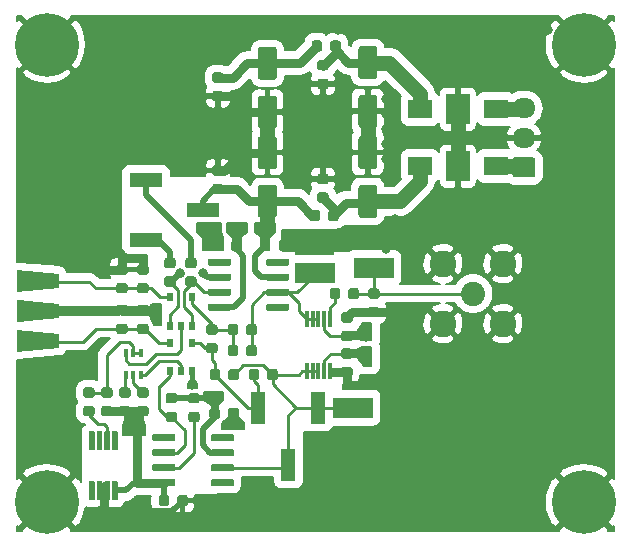
<source format=gtl>
G04 #@! TF.GenerationSoftware,KiCad,Pcbnew,(5.1.5)-3*
G04 #@! TF.CreationDate,2020-04-14T23:54:33+09:00*
G04 #@! TF.ProjectId,Detector_rev2,44657465-6374-46f7-925f-726576322e6b,rev?*
G04 #@! TF.SameCoordinates,Original*
G04 #@! TF.FileFunction,Copper,L1,Top*
G04 #@! TF.FilePolarity,Positive*
%FSLAX46Y46*%
G04 Gerber Fmt 4.6, Leading zero omitted, Abs format (unit mm)*
G04 Created by KiCad (PCBNEW (5.1.5)-3) date 2020-04-14 23:54:33*
%MOMM*%
%LPD*%
G04 APERTURE LIST*
%ADD10O,1.950000X1.700000*%
%ADD11C,0.100000*%
%ADD12C,0.800000*%
%ADD13C,5.400000*%
%ADD14C,2.250000*%
%ADD15C,2.050000*%
%ADD16R,0.550000X0.800000*%
%ADD17R,0.400000X0.650000*%
%ADD18R,2.000000X2.600000*%
%ADD19R,2.000000X1.600000*%
%ADD20R,2.790000X1.190000*%
%ADD21R,1.190000X2.790000*%
%ADD22R,3.400000X1.800000*%
%ADD23R,0.300000X1.400000*%
%ADD24C,0.800000*%
%ADD25C,0.500000*%
%ADD26C,0.250000*%
%ADD27C,1.250000*%
%ADD28C,0.200000*%
%ADD29C,0.254000*%
G04 APERTURE END LIST*
D10*
X93218000Y-53617500D03*
G04 #@! TA.AperFunction,ComponentPad*
D11*
G36*
X93967504Y-55268704D02*
G01*
X93991773Y-55272304D01*
X94015571Y-55278265D01*
X94038671Y-55286530D01*
X94060849Y-55297020D01*
X94081893Y-55309633D01*
X94101598Y-55324247D01*
X94119777Y-55340723D01*
X94136253Y-55358902D01*
X94150867Y-55378607D01*
X94163480Y-55399651D01*
X94173970Y-55421829D01*
X94182235Y-55444929D01*
X94188196Y-55468727D01*
X94191796Y-55492996D01*
X94193000Y-55517500D01*
X94193000Y-56717500D01*
X94191796Y-56742004D01*
X94188196Y-56766273D01*
X94182235Y-56790071D01*
X94173970Y-56813171D01*
X94163480Y-56835349D01*
X94150867Y-56856393D01*
X94136253Y-56876098D01*
X94119777Y-56894277D01*
X94101598Y-56910753D01*
X94081893Y-56925367D01*
X94060849Y-56937980D01*
X94038671Y-56948470D01*
X94015571Y-56956735D01*
X93991773Y-56962696D01*
X93967504Y-56966296D01*
X93943000Y-56967500D01*
X92493000Y-56967500D01*
X92468496Y-56966296D01*
X92444227Y-56962696D01*
X92420429Y-56956735D01*
X92397329Y-56948470D01*
X92375151Y-56937980D01*
X92354107Y-56925367D01*
X92334402Y-56910753D01*
X92316223Y-56894277D01*
X92299747Y-56876098D01*
X92285133Y-56856393D01*
X92272520Y-56835349D01*
X92262030Y-56813171D01*
X92253765Y-56790071D01*
X92247804Y-56766273D01*
X92244204Y-56742004D01*
X92243000Y-56717500D01*
X92243000Y-55517500D01*
X92244204Y-55492996D01*
X92247804Y-55468727D01*
X92253765Y-55444929D01*
X92262030Y-55421829D01*
X92272520Y-55399651D01*
X92285133Y-55378607D01*
X92299747Y-55358902D01*
X92316223Y-55340723D01*
X92334402Y-55324247D01*
X92354107Y-55309633D01*
X92375151Y-55297020D01*
X92397329Y-55286530D01*
X92420429Y-55278265D01*
X92444227Y-55272304D01*
X92468496Y-55268704D01*
X92493000Y-55267500D01*
X93943000Y-55267500D01*
X93967504Y-55268704D01*
G37*
G04 #@! TD.AperFunction*
D10*
X93218000Y-51117500D03*
D12*
X99729891Y-83023109D03*
X98298000Y-82430000D03*
X96866109Y-83023109D03*
X96273000Y-84455000D03*
X96866109Y-85886891D03*
X98298000Y-86480000D03*
X99729891Y-85886891D03*
X100323000Y-84455000D03*
D13*
X98298000Y-84455000D03*
G04 #@! TA.AperFunction,SMDPad,CuDef*
D11*
G36*
X50308000Y-71714500D02*
G01*
X50308000Y-69890500D01*
X53832000Y-70190500D01*
X53832000Y-71414500D01*
X50308000Y-71714500D01*
G37*
G04 #@! TD.AperFunction*
G04 #@! TA.AperFunction,SMDPad,CuDef*
G36*
X50308000Y-69174500D02*
G01*
X50308000Y-67350500D01*
X53832000Y-67650500D01*
X53832000Y-68874500D01*
X50308000Y-69174500D01*
G37*
G04 #@! TD.AperFunction*
G04 #@! TA.AperFunction,SMDPad,CuDef*
G36*
X50308000Y-66634500D02*
G01*
X50308000Y-64810500D01*
X53832000Y-65110500D01*
X53832000Y-66334500D01*
X50308000Y-66634500D01*
G37*
G04 #@! TD.AperFunction*
D12*
X54263891Y-44288109D03*
X52832000Y-43695000D03*
X51400109Y-44288109D03*
X50807000Y-45720000D03*
X51400109Y-47151891D03*
X52832000Y-47745000D03*
X54263891Y-47151891D03*
X54857000Y-45720000D03*
D13*
X52832000Y-45720000D03*
D12*
X99729891Y-44288109D03*
X98298000Y-43695000D03*
X96866109Y-44288109D03*
X96273000Y-45720000D03*
X96866109Y-47151891D03*
X98298000Y-47745000D03*
X99729891Y-47151891D03*
X100323000Y-45720000D03*
D13*
X98298000Y-45720000D03*
D12*
X54263891Y-83023109D03*
X52832000Y-82430000D03*
X51400109Y-83023109D03*
X50807000Y-84455000D03*
X51400109Y-85886891D03*
X52832000Y-86480000D03*
X54263891Y-85886891D03*
X54857000Y-84455000D03*
D13*
X52832000Y-84455000D03*
D14*
X86360000Y-69342000D03*
X86360000Y-64262000D03*
X91440000Y-64262000D03*
X91440000Y-69342000D03*
D15*
X88900000Y-66802000D03*
G04 #@! TA.AperFunction,SMDPad,CuDef*
D11*
G36*
X72075504Y-45923704D02*
G01*
X72099773Y-45927304D01*
X72123571Y-45933265D01*
X72146671Y-45941530D01*
X72168849Y-45952020D01*
X72189893Y-45964633D01*
X72209598Y-45979247D01*
X72227777Y-45995723D01*
X72244253Y-46013902D01*
X72258867Y-46033607D01*
X72271480Y-46054651D01*
X72281970Y-46076829D01*
X72290235Y-46099929D01*
X72296196Y-46123727D01*
X72299796Y-46147996D01*
X72301000Y-46172500D01*
X72301000Y-48447500D01*
X72299796Y-48472004D01*
X72296196Y-48496273D01*
X72290235Y-48520071D01*
X72281970Y-48543171D01*
X72271480Y-48565349D01*
X72258867Y-48586393D01*
X72244253Y-48606098D01*
X72227777Y-48624277D01*
X72209598Y-48640753D01*
X72189893Y-48655367D01*
X72168849Y-48667980D01*
X72146671Y-48678470D01*
X72123571Y-48686735D01*
X72099773Y-48692696D01*
X72075504Y-48696296D01*
X72051000Y-48697500D01*
X70951000Y-48697500D01*
X70926496Y-48696296D01*
X70902227Y-48692696D01*
X70878429Y-48686735D01*
X70855329Y-48678470D01*
X70833151Y-48667980D01*
X70812107Y-48655367D01*
X70792402Y-48640753D01*
X70774223Y-48624277D01*
X70757747Y-48606098D01*
X70743133Y-48586393D01*
X70730520Y-48565349D01*
X70720030Y-48543171D01*
X70711765Y-48520071D01*
X70705804Y-48496273D01*
X70702204Y-48472004D01*
X70701000Y-48447500D01*
X70701000Y-46172500D01*
X70702204Y-46147996D01*
X70705804Y-46123727D01*
X70711765Y-46099929D01*
X70720030Y-46076829D01*
X70730520Y-46054651D01*
X70743133Y-46033607D01*
X70757747Y-46013902D01*
X70774223Y-45995723D01*
X70792402Y-45979247D01*
X70812107Y-45964633D01*
X70833151Y-45952020D01*
X70855329Y-45941530D01*
X70878429Y-45933265D01*
X70902227Y-45927304D01*
X70926496Y-45923704D01*
X70951000Y-45922500D01*
X72051000Y-45922500D01*
X72075504Y-45923704D01*
G37*
G04 #@! TD.AperFunction*
G04 #@! TA.AperFunction,SMDPad,CuDef*
G36*
X72075504Y-50048704D02*
G01*
X72099773Y-50052304D01*
X72123571Y-50058265D01*
X72146671Y-50066530D01*
X72168849Y-50077020D01*
X72189893Y-50089633D01*
X72209598Y-50104247D01*
X72227777Y-50120723D01*
X72244253Y-50138902D01*
X72258867Y-50158607D01*
X72271480Y-50179651D01*
X72281970Y-50201829D01*
X72290235Y-50224929D01*
X72296196Y-50248727D01*
X72299796Y-50272996D01*
X72301000Y-50297500D01*
X72301000Y-52572500D01*
X72299796Y-52597004D01*
X72296196Y-52621273D01*
X72290235Y-52645071D01*
X72281970Y-52668171D01*
X72271480Y-52690349D01*
X72258867Y-52711393D01*
X72244253Y-52731098D01*
X72227777Y-52749277D01*
X72209598Y-52765753D01*
X72189893Y-52780367D01*
X72168849Y-52792980D01*
X72146671Y-52803470D01*
X72123571Y-52811735D01*
X72099773Y-52817696D01*
X72075504Y-52821296D01*
X72051000Y-52822500D01*
X70951000Y-52822500D01*
X70926496Y-52821296D01*
X70902227Y-52817696D01*
X70878429Y-52811735D01*
X70855329Y-52803470D01*
X70833151Y-52792980D01*
X70812107Y-52780367D01*
X70792402Y-52765753D01*
X70774223Y-52749277D01*
X70757747Y-52731098D01*
X70743133Y-52711393D01*
X70730520Y-52690349D01*
X70720030Y-52668171D01*
X70711765Y-52645071D01*
X70705804Y-52621273D01*
X70702204Y-52597004D01*
X70701000Y-52572500D01*
X70701000Y-50297500D01*
X70702204Y-50272996D01*
X70705804Y-50248727D01*
X70711765Y-50224929D01*
X70720030Y-50201829D01*
X70730520Y-50179651D01*
X70743133Y-50158607D01*
X70757747Y-50138902D01*
X70774223Y-50120723D01*
X70792402Y-50104247D01*
X70812107Y-50089633D01*
X70833151Y-50077020D01*
X70855329Y-50066530D01*
X70878429Y-50058265D01*
X70902227Y-50052304D01*
X70926496Y-50048704D01*
X70951000Y-50047500D01*
X72051000Y-50047500D01*
X72075504Y-50048704D01*
G37*
G04 #@! TD.AperFunction*
G04 #@! TA.AperFunction,SMDPad,CuDef*
G36*
X72075504Y-53477704D02*
G01*
X72099773Y-53481304D01*
X72123571Y-53487265D01*
X72146671Y-53495530D01*
X72168849Y-53506020D01*
X72189893Y-53518633D01*
X72209598Y-53533247D01*
X72227777Y-53549723D01*
X72244253Y-53567902D01*
X72258867Y-53587607D01*
X72271480Y-53608651D01*
X72281970Y-53630829D01*
X72290235Y-53653929D01*
X72296196Y-53677727D01*
X72299796Y-53701996D01*
X72301000Y-53726500D01*
X72301000Y-56001500D01*
X72299796Y-56026004D01*
X72296196Y-56050273D01*
X72290235Y-56074071D01*
X72281970Y-56097171D01*
X72271480Y-56119349D01*
X72258867Y-56140393D01*
X72244253Y-56160098D01*
X72227777Y-56178277D01*
X72209598Y-56194753D01*
X72189893Y-56209367D01*
X72168849Y-56221980D01*
X72146671Y-56232470D01*
X72123571Y-56240735D01*
X72099773Y-56246696D01*
X72075504Y-56250296D01*
X72051000Y-56251500D01*
X70951000Y-56251500D01*
X70926496Y-56250296D01*
X70902227Y-56246696D01*
X70878429Y-56240735D01*
X70855329Y-56232470D01*
X70833151Y-56221980D01*
X70812107Y-56209367D01*
X70792402Y-56194753D01*
X70774223Y-56178277D01*
X70757747Y-56160098D01*
X70743133Y-56140393D01*
X70730520Y-56119349D01*
X70720030Y-56097171D01*
X70711765Y-56074071D01*
X70705804Y-56050273D01*
X70702204Y-56026004D01*
X70701000Y-56001500D01*
X70701000Y-53726500D01*
X70702204Y-53701996D01*
X70705804Y-53677727D01*
X70711765Y-53653929D01*
X70720030Y-53630829D01*
X70730520Y-53608651D01*
X70743133Y-53587607D01*
X70757747Y-53567902D01*
X70774223Y-53549723D01*
X70792402Y-53533247D01*
X70812107Y-53518633D01*
X70833151Y-53506020D01*
X70855329Y-53495530D01*
X70878429Y-53487265D01*
X70902227Y-53481304D01*
X70926496Y-53477704D01*
X70951000Y-53476500D01*
X72051000Y-53476500D01*
X72075504Y-53477704D01*
G37*
G04 #@! TD.AperFunction*
G04 #@! TA.AperFunction,SMDPad,CuDef*
G36*
X72075504Y-57602704D02*
G01*
X72099773Y-57606304D01*
X72123571Y-57612265D01*
X72146671Y-57620530D01*
X72168849Y-57631020D01*
X72189893Y-57643633D01*
X72209598Y-57658247D01*
X72227777Y-57674723D01*
X72244253Y-57692902D01*
X72258867Y-57712607D01*
X72271480Y-57733651D01*
X72281970Y-57755829D01*
X72290235Y-57778929D01*
X72296196Y-57802727D01*
X72299796Y-57826996D01*
X72301000Y-57851500D01*
X72301000Y-60126500D01*
X72299796Y-60151004D01*
X72296196Y-60175273D01*
X72290235Y-60199071D01*
X72281970Y-60222171D01*
X72271480Y-60244349D01*
X72258867Y-60265393D01*
X72244253Y-60285098D01*
X72227777Y-60303277D01*
X72209598Y-60319753D01*
X72189893Y-60334367D01*
X72168849Y-60346980D01*
X72146671Y-60357470D01*
X72123571Y-60365735D01*
X72099773Y-60371696D01*
X72075504Y-60375296D01*
X72051000Y-60376500D01*
X70951000Y-60376500D01*
X70926496Y-60375296D01*
X70902227Y-60371696D01*
X70878429Y-60365735D01*
X70855329Y-60357470D01*
X70833151Y-60346980D01*
X70812107Y-60334367D01*
X70792402Y-60319753D01*
X70774223Y-60303277D01*
X70757747Y-60285098D01*
X70743133Y-60265393D01*
X70730520Y-60244349D01*
X70720030Y-60222171D01*
X70711765Y-60199071D01*
X70705804Y-60175273D01*
X70702204Y-60151004D01*
X70701000Y-60126500D01*
X70701000Y-57851500D01*
X70702204Y-57826996D01*
X70705804Y-57802727D01*
X70711765Y-57778929D01*
X70720030Y-57755829D01*
X70730520Y-57733651D01*
X70743133Y-57712607D01*
X70757747Y-57692902D01*
X70774223Y-57674723D01*
X70792402Y-57658247D01*
X70812107Y-57643633D01*
X70833151Y-57631020D01*
X70855329Y-57620530D01*
X70878429Y-57612265D01*
X70902227Y-57606304D01*
X70926496Y-57602704D01*
X70951000Y-57601500D01*
X72051000Y-57601500D01*
X72075504Y-57602704D01*
G37*
G04 #@! TD.AperFunction*
G04 #@! TA.AperFunction,SMDPad,CuDef*
G36*
X80584504Y-45857704D02*
G01*
X80608773Y-45861304D01*
X80632571Y-45867265D01*
X80655671Y-45875530D01*
X80677849Y-45886020D01*
X80698893Y-45898633D01*
X80718598Y-45913247D01*
X80736777Y-45929723D01*
X80753253Y-45947902D01*
X80767867Y-45967607D01*
X80780480Y-45988651D01*
X80790970Y-46010829D01*
X80799235Y-46033929D01*
X80805196Y-46057727D01*
X80808796Y-46081996D01*
X80810000Y-46106500D01*
X80810000Y-48381500D01*
X80808796Y-48406004D01*
X80805196Y-48430273D01*
X80799235Y-48454071D01*
X80790970Y-48477171D01*
X80780480Y-48499349D01*
X80767867Y-48520393D01*
X80753253Y-48540098D01*
X80736777Y-48558277D01*
X80718598Y-48574753D01*
X80698893Y-48589367D01*
X80677849Y-48601980D01*
X80655671Y-48612470D01*
X80632571Y-48620735D01*
X80608773Y-48626696D01*
X80584504Y-48630296D01*
X80560000Y-48631500D01*
X79460000Y-48631500D01*
X79435496Y-48630296D01*
X79411227Y-48626696D01*
X79387429Y-48620735D01*
X79364329Y-48612470D01*
X79342151Y-48601980D01*
X79321107Y-48589367D01*
X79301402Y-48574753D01*
X79283223Y-48558277D01*
X79266747Y-48540098D01*
X79252133Y-48520393D01*
X79239520Y-48499349D01*
X79229030Y-48477171D01*
X79220765Y-48454071D01*
X79214804Y-48430273D01*
X79211204Y-48406004D01*
X79210000Y-48381500D01*
X79210000Y-46106500D01*
X79211204Y-46081996D01*
X79214804Y-46057727D01*
X79220765Y-46033929D01*
X79229030Y-46010829D01*
X79239520Y-45988651D01*
X79252133Y-45967607D01*
X79266747Y-45947902D01*
X79283223Y-45929723D01*
X79301402Y-45913247D01*
X79321107Y-45898633D01*
X79342151Y-45886020D01*
X79364329Y-45875530D01*
X79387429Y-45867265D01*
X79411227Y-45861304D01*
X79435496Y-45857704D01*
X79460000Y-45856500D01*
X80560000Y-45856500D01*
X80584504Y-45857704D01*
G37*
G04 #@! TD.AperFunction*
G04 #@! TA.AperFunction,SMDPad,CuDef*
G36*
X80584504Y-49982704D02*
G01*
X80608773Y-49986304D01*
X80632571Y-49992265D01*
X80655671Y-50000530D01*
X80677849Y-50011020D01*
X80698893Y-50023633D01*
X80718598Y-50038247D01*
X80736777Y-50054723D01*
X80753253Y-50072902D01*
X80767867Y-50092607D01*
X80780480Y-50113651D01*
X80790970Y-50135829D01*
X80799235Y-50158929D01*
X80805196Y-50182727D01*
X80808796Y-50206996D01*
X80810000Y-50231500D01*
X80810000Y-52506500D01*
X80808796Y-52531004D01*
X80805196Y-52555273D01*
X80799235Y-52579071D01*
X80790970Y-52602171D01*
X80780480Y-52624349D01*
X80767867Y-52645393D01*
X80753253Y-52665098D01*
X80736777Y-52683277D01*
X80718598Y-52699753D01*
X80698893Y-52714367D01*
X80677849Y-52726980D01*
X80655671Y-52737470D01*
X80632571Y-52745735D01*
X80608773Y-52751696D01*
X80584504Y-52755296D01*
X80560000Y-52756500D01*
X79460000Y-52756500D01*
X79435496Y-52755296D01*
X79411227Y-52751696D01*
X79387429Y-52745735D01*
X79364329Y-52737470D01*
X79342151Y-52726980D01*
X79321107Y-52714367D01*
X79301402Y-52699753D01*
X79283223Y-52683277D01*
X79266747Y-52665098D01*
X79252133Y-52645393D01*
X79239520Y-52624349D01*
X79229030Y-52602171D01*
X79220765Y-52579071D01*
X79214804Y-52555273D01*
X79211204Y-52531004D01*
X79210000Y-52506500D01*
X79210000Y-50231500D01*
X79211204Y-50206996D01*
X79214804Y-50182727D01*
X79220765Y-50158929D01*
X79229030Y-50135829D01*
X79239520Y-50113651D01*
X79252133Y-50092607D01*
X79266747Y-50072902D01*
X79283223Y-50054723D01*
X79301402Y-50038247D01*
X79321107Y-50023633D01*
X79342151Y-50011020D01*
X79364329Y-50000530D01*
X79387429Y-49992265D01*
X79411227Y-49986304D01*
X79435496Y-49982704D01*
X79460000Y-49981500D01*
X80560000Y-49981500D01*
X80584504Y-49982704D01*
G37*
G04 #@! TD.AperFunction*
G04 #@! TA.AperFunction,SMDPad,CuDef*
G36*
X80584504Y-53477704D02*
G01*
X80608773Y-53481304D01*
X80632571Y-53487265D01*
X80655671Y-53495530D01*
X80677849Y-53506020D01*
X80698893Y-53518633D01*
X80718598Y-53533247D01*
X80736777Y-53549723D01*
X80753253Y-53567902D01*
X80767867Y-53587607D01*
X80780480Y-53608651D01*
X80790970Y-53630829D01*
X80799235Y-53653929D01*
X80805196Y-53677727D01*
X80808796Y-53701996D01*
X80810000Y-53726500D01*
X80810000Y-56001500D01*
X80808796Y-56026004D01*
X80805196Y-56050273D01*
X80799235Y-56074071D01*
X80790970Y-56097171D01*
X80780480Y-56119349D01*
X80767867Y-56140393D01*
X80753253Y-56160098D01*
X80736777Y-56178277D01*
X80718598Y-56194753D01*
X80698893Y-56209367D01*
X80677849Y-56221980D01*
X80655671Y-56232470D01*
X80632571Y-56240735D01*
X80608773Y-56246696D01*
X80584504Y-56250296D01*
X80560000Y-56251500D01*
X79460000Y-56251500D01*
X79435496Y-56250296D01*
X79411227Y-56246696D01*
X79387429Y-56240735D01*
X79364329Y-56232470D01*
X79342151Y-56221980D01*
X79321107Y-56209367D01*
X79301402Y-56194753D01*
X79283223Y-56178277D01*
X79266747Y-56160098D01*
X79252133Y-56140393D01*
X79239520Y-56119349D01*
X79229030Y-56097171D01*
X79220765Y-56074071D01*
X79214804Y-56050273D01*
X79211204Y-56026004D01*
X79210000Y-56001500D01*
X79210000Y-53726500D01*
X79211204Y-53701996D01*
X79214804Y-53677727D01*
X79220765Y-53653929D01*
X79229030Y-53630829D01*
X79239520Y-53608651D01*
X79252133Y-53587607D01*
X79266747Y-53567902D01*
X79283223Y-53549723D01*
X79301402Y-53533247D01*
X79321107Y-53518633D01*
X79342151Y-53506020D01*
X79364329Y-53495530D01*
X79387429Y-53487265D01*
X79411227Y-53481304D01*
X79435496Y-53477704D01*
X79460000Y-53476500D01*
X80560000Y-53476500D01*
X80584504Y-53477704D01*
G37*
G04 #@! TD.AperFunction*
G04 #@! TA.AperFunction,SMDPad,CuDef*
G36*
X80584504Y-57602704D02*
G01*
X80608773Y-57606304D01*
X80632571Y-57612265D01*
X80655671Y-57620530D01*
X80677849Y-57631020D01*
X80698893Y-57643633D01*
X80718598Y-57658247D01*
X80736777Y-57674723D01*
X80753253Y-57692902D01*
X80767867Y-57712607D01*
X80780480Y-57733651D01*
X80790970Y-57755829D01*
X80799235Y-57778929D01*
X80805196Y-57802727D01*
X80808796Y-57826996D01*
X80810000Y-57851500D01*
X80810000Y-60126500D01*
X80808796Y-60151004D01*
X80805196Y-60175273D01*
X80799235Y-60199071D01*
X80790970Y-60222171D01*
X80780480Y-60244349D01*
X80767867Y-60265393D01*
X80753253Y-60285098D01*
X80736777Y-60303277D01*
X80718598Y-60319753D01*
X80698893Y-60334367D01*
X80677849Y-60346980D01*
X80655671Y-60357470D01*
X80632571Y-60365735D01*
X80608773Y-60371696D01*
X80584504Y-60375296D01*
X80560000Y-60376500D01*
X79460000Y-60376500D01*
X79435496Y-60375296D01*
X79411227Y-60371696D01*
X79387429Y-60365735D01*
X79364329Y-60357470D01*
X79342151Y-60346980D01*
X79321107Y-60334367D01*
X79301402Y-60319753D01*
X79283223Y-60303277D01*
X79266747Y-60285098D01*
X79252133Y-60265393D01*
X79239520Y-60244349D01*
X79229030Y-60222171D01*
X79220765Y-60199071D01*
X79214804Y-60175273D01*
X79211204Y-60151004D01*
X79210000Y-60126500D01*
X79210000Y-57851500D01*
X79211204Y-57826996D01*
X79214804Y-57802727D01*
X79220765Y-57778929D01*
X79229030Y-57755829D01*
X79239520Y-57733651D01*
X79252133Y-57712607D01*
X79266747Y-57692902D01*
X79283223Y-57674723D01*
X79301402Y-57658247D01*
X79321107Y-57643633D01*
X79342151Y-57631020D01*
X79364329Y-57620530D01*
X79387429Y-57612265D01*
X79411227Y-57606304D01*
X79435496Y-57602704D01*
X79460000Y-57601500D01*
X80560000Y-57601500D01*
X80584504Y-57602704D01*
G37*
G04 #@! TD.AperFunction*
D16*
X63246000Y-67126000D03*
X65146000Y-67126000D03*
X65146000Y-69526000D03*
X64196000Y-69526000D03*
X63246000Y-69526000D03*
D17*
X60807600Y-73731200D03*
X59507600Y-73731200D03*
X60157600Y-71831200D03*
X60157600Y-73731200D03*
X59507600Y-71831200D03*
X60807600Y-71831200D03*
G04 #@! TA.AperFunction,SMDPad,CuDef*
D11*
G36*
X63580703Y-78694722D02*
G01*
X63595264Y-78696882D01*
X63609543Y-78700459D01*
X63623403Y-78705418D01*
X63636710Y-78711712D01*
X63649336Y-78719280D01*
X63661159Y-78728048D01*
X63672066Y-78737934D01*
X63681952Y-78748841D01*
X63690720Y-78760664D01*
X63698288Y-78773290D01*
X63704582Y-78786597D01*
X63709541Y-78800457D01*
X63713118Y-78814736D01*
X63715278Y-78829297D01*
X63716000Y-78844000D01*
X63716000Y-79144000D01*
X63715278Y-79158703D01*
X63713118Y-79173264D01*
X63709541Y-79187543D01*
X63704582Y-79201403D01*
X63698288Y-79214710D01*
X63690720Y-79227336D01*
X63681952Y-79239159D01*
X63672066Y-79250066D01*
X63661159Y-79259952D01*
X63649336Y-79268720D01*
X63636710Y-79276288D01*
X63623403Y-79282582D01*
X63609543Y-79287541D01*
X63595264Y-79291118D01*
X63580703Y-79293278D01*
X63566000Y-79294000D01*
X61916000Y-79294000D01*
X61901297Y-79293278D01*
X61886736Y-79291118D01*
X61872457Y-79287541D01*
X61858597Y-79282582D01*
X61845290Y-79276288D01*
X61832664Y-79268720D01*
X61820841Y-79259952D01*
X61809934Y-79250066D01*
X61800048Y-79239159D01*
X61791280Y-79227336D01*
X61783712Y-79214710D01*
X61777418Y-79201403D01*
X61772459Y-79187543D01*
X61768882Y-79173264D01*
X61766722Y-79158703D01*
X61766000Y-79144000D01*
X61766000Y-78844000D01*
X61766722Y-78829297D01*
X61768882Y-78814736D01*
X61772459Y-78800457D01*
X61777418Y-78786597D01*
X61783712Y-78773290D01*
X61791280Y-78760664D01*
X61800048Y-78748841D01*
X61809934Y-78737934D01*
X61820841Y-78728048D01*
X61832664Y-78719280D01*
X61845290Y-78711712D01*
X61858597Y-78705418D01*
X61872457Y-78700459D01*
X61886736Y-78696882D01*
X61901297Y-78694722D01*
X61916000Y-78694000D01*
X63566000Y-78694000D01*
X63580703Y-78694722D01*
G37*
G04 #@! TD.AperFunction*
G04 #@! TA.AperFunction,SMDPad,CuDef*
G36*
X63580703Y-79964722D02*
G01*
X63595264Y-79966882D01*
X63609543Y-79970459D01*
X63623403Y-79975418D01*
X63636710Y-79981712D01*
X63649336Y-79989280D01*
X63661159Y-79998048D01*
X63672066Y-80007934D01*
X63681952Y-80018841D01*
X63690720Y-80030664D01*
X63698288Y-80043290D01*
X63704582Y-80056597D01*
X63709541Y-80070457D01*
X63713118Y-80084736D01*
X63715278Y-80099297D01*
X63716000Y-80114000D01*
X63716000Y-80414000D01*
X63715278Y-80428703D01*
X63713118Y-80443264D01*
X63709541Y-80457543D01*
X63704582Y-80471403D01*
X63698288Y-80484710D01*
X63690720Y-80497336D01*
X63681952Y-80509159D01*
X63672066Y-80520066D01*
X63661159Y-80529952D01*
X63649336Y-80538720D01*
X63636710Y-80546288D01*
X63623403Y-80552582D01*
X63609543Y-80557541D01*
X63595264Y-80561118D01*
X63580703Y-80563278D01*
X63566000Y-80564000D01*
X61916000Y-80564000D01*
X61901297Y-80563278D01*
X61886736Y-80561118D01*
X61872457Y-80557541D01*
X61858597Y-80552582D01*
X61845290Y-80546288D01*
X61832664Y-80538720D01*
X61820841Y-80529952D01*
X61809934Y-80520066D01*
X61800048Y-80509159D01*
X61791280Y-80497336D01*
X61783712Y-80484710D01*
X61777418Y-80471403D01*
X61772459Y-80457543D01*
X61768882Y-80443264D01*
X61766722Y-80428703D01*
X61766000Y-80414000D01*
X61766000Y-80114000D01*
X61766722Y-80099297D01*
X61768882Y-80084736D01*
X61772459Y-80070457D01*
X61777418Y-80056597D01*
X61783712Y-80043290D01*
X61791280Y-80030664D01*
X61800048Y-80018841D01*
X61809934Y-80007934D01*
X61820841Y-79998048D01*
X61832664Y-79989280D01*
X61845290Y-79981712D01*
X61858597Y-79975418D01*
X61872457Y-79970459D01*
X61886736Y-79966882D01*
X61901297Y-79964722D01*
X61916000Y-79964000D01*
X63566000Y-79964000D01*
X63580703Y-79964722D01*
G37*
G04 #@! TD.AperFunction*
G04 #@! TA.AperFunction,SMDPad,CuDef*
G36*
X63580703Y-81234722D02*
G01*
X63595264Y-81236882D01*
X63609543Y-81240459D01*
X63623403Y-81245418D01*
X63636710Y-81251712D01*
X63649336Y-81259280D01*
X63661159Y-81268048D01*
X63672066Y-81277934D01*
X63681952Y-81288841D01*
X63690720Y-81300664D01*
X63698288Y-81313290D01*
X63704582Y-81326597D01*
X63709541Y-81340457D01*
X63713118Y-81354736D01*
X63715278Y-81369297D01*
X63716000Y-81384000D01*
X63716000Y-81684000D01*
X63715278Y-81698703D01*
X63713118Y-81713264D01*
X63709541Y-81727543D01*
X63704582Y-81741403D01*
X63698288Y-81754710D01*
X63690720Y-81767336D01*
X63681952Y-81779159D01*
X63672066Y-81790066D01*
X63661159Y-81799952D01*
X63649336Y-81808720D01*
X63636710Y-81816288D01*
X63623403Y-81822582D01*
X63609543Y-81827541D01*
X63595264Y-81831118D01*
X63580703Y-81833278D01*
X63566000Y-81834000D01*
X61916000Y-81834000D01*
X61901297Y-81833278D01*
X61886736Y-81831118D01*
X61872457Y-81827541D01*
X61858597Y-81822582D01*
X61845290Y-81816288D01*
X61832664Y-81808720D01*
X61820841Y-81799952D01*
X61809934Y-81790066D01*
X61800048Y-81779159D01*
X61791280Y-81767336D01*
X61783712Y-81754710D01*
X61777418Y-81741403D01*
X61772459Y-81727543D01*
X61768882Y-81713264D01*
X61766722Y-81698703D01*
X61766000Y-81684000D01*
X61766000Y-81384000D01*
X61766722Y-81369297D01*
X61768882Y-81354736D01*
X61772459Y-81340457D01*
X61777418Y-81326597D01*
X61783712Y-81313290D01*
X61791280Y-81300664D01*
X61800048Y-81288841D01*
X61809934Y-81277934D01*
X61820841Y-81268048D01*
X61832664Y-81259280D01*
X61845290Y-81251712D01*
X61858597Y-81245418D01*
X61872457Y-81240459D01*
X61886736Y-81236882D01*
X61901297Y-81234722D01*
X61916000Y-81234000D01*
X63566000Y-81234000D01*
X63580703Y-81234722D01*
G37*
G04 #@! TD.AperFunction*
G04 #@! TA.AperFunction,SMDPad,CuDef*
G36*
X63580703Y-82504722D02*
G01*
X63595264Y-82506882D01*
X63609543Y-82510459D01*
X63623403Y-82515418D01*
X63636710Y-82521712D01*
X63649336Y-82529280D01*
X63661159Y-82538048D01*
X63672066Y-82547934D01*
X63681952Y-82558841D01*
X63690720Y-82570664D01*
X63698288Y-82583290D01*
X63704582Y-82596597D01*
X63709541Y-82610457D01*
X63713118Y-82624736D01*
X63715278Y-82639297D01*
X63716000Y-82654000D01*
X63716000Y-82954000D01*
X63715278Y-82968703D01*
X63713118Y-82983264D01*
X63709541Y-82997543D01*
X63704582Y-83011403D01*
X63698288Y-83024710D01*
X63690720Y-83037336D01*
X63681952Y-83049159D01*
X63672066Y-83060066D01*
X63661159Y-83069952D01*
X63649336Y-83078720D01*
X63636710Y-83086288D01*
X63623403Y-83092582D01*
X63609543Y-83097541D01*
X63595264Y-83101118D01*
X63580703Y-83103278D01*
X63566000Y-83104000D01*
X61916000Y-83104000D01*
X61901297Y-83103278D01*
X61886736Y-83101118D01*
X61872457Y-83097541D01*
X61858597Y-83092582D01*
X61845290Y-83086288D01*
X61832664Y-83078720D01*
X61820841Y-83069952D01*
X61809934Y-83060066D01*
X61800048Y-83049159D01*
X61791280Y-83037336D01*
X61783712Y-83024710D01*
X61777418Y-83011403D01*
X61772459Y-82997543D01*
X61768882Y-82983264D01*
X61766722Y-82968703D01*
X61766000Y-82954000D01*
X61766000Y-82654000D01*
X61766722Y-82639297D01*
X61768882Y-82624736D01*
X61772459Y-82610457D01*
X61777418Y-82596597D01*
X61783712Y-82583290D01*
X61791280Y-82570664D01*
X61800048Y-82558841D01*
X61809934Y-82547934D01*
X61820841Y-82538048D01*
X61832664Y-82529280D01*
X61845290Y-82521712D01*
X61858597Y-82515418D01*
X61872457Y-82510459D01*
X61886736Y-82506882D01*
X61901297Y-82504722D01*
X61916000Y-82504000D01*
X63566000Y-82504000D01*
X63580703Y-82504722D01*
G37*
G04 #@! TD.AperFunction*
G04 #@! TA.AperFunction,SMDPad,CuDef*
G36*
X68530703Y-82504722D02*
G01*
X68545264Y-82506882D01*
X68559543Y-82510459D01*
X68573403Y-82515418D01*
X68586710Y-82521712D01*
X68599336Y-82529280D01*
X68611159Y-82538048D01*
X68622066Y-82547934D01*
X68631952Y-82558841D01*
X68640720Y-82570664D01*
X68648288Y-82583290D01*
X68654582Y-82596597D01*
X68659541Y-82610457D01*
X68663118Y-82624736D01*
X68665278Y-82639297D01*
X68666000Y-82654000D01*
X68666000Y-82954000D01*
X68665278Y-82968703D01*
X68663118Y-82983264D01*
X68659541Y-82997543D01*
X68654582Y-83011403D01*
X68648288Y-83024710D01*
X68640720Y-83037336D01*
X68631952Y-83049159D01*
X68622066Y-83060066D01*
X68611159Y-83069952D01*
X68599336Y-83078720D01*
X68586710Y-83086288D01*
X68573403Y-83092582D01*
X68559543Y-83097541D01*
X68545264Y-83101118D01*
X68530703Y-83103278D01*
X68516000Y-83104000D01*
X66866000Y-83104000D01*
X66851297Y-83103278D01*
X66836736Y-83101118D01*
X66822457Y-83097541D01*
X66808597Y-83092582D01*
X66795290Y-83086288D01*
X66782664Y-83078720D01*
X66770841Y-83069952D01*
X66759934Y-83060066D01*
X66750048Y-83049159D01*
X66741280Y-83037336D01*
X66733712Y-83024710D01*
X66727418Y-83011403D01*
X66722459Y-82997543D01*
X66718882Y-82983264D01*
X66716722Y-82968703D01*
X66716000Y-82954000D01*
X66716000Y-82654000D01*
X66716722Y-82639297D01*
X66718882Y-82624736D01*
X66722459Y-82610457D01*
X66727418Y-82596597D01*
X66733712Y-82583290D01*
X66741280Y-82570664D01*
X66750048Y-82558841D01*
X66759934Y-82547934D01*
X66770841Y-82538048D01*
X66782664Y-82529280D01*
X66795290Y-82521712D01*
X66808597Y-82515418D01*
X66822457Y-82510459D01*
X66836736Y-82506882D01*
X66851297Y-82504722D01*
X66866000Y-82504000D01*
X68516000Y-82504000D01*
X68530703Y-82504722D01*
G37*
G04 #@! TD.AperFunction*
G04 #@! TA.AperFunction,SMDPad,CuDef*
G36*
X68530703Y-81234722D02*
G01*
X68545264Y-81236882D01*
X68559543Y-81240459D01*
X68573403Y-81245418D01*
X68586710Y-81251712D01*
X68599336Y-81259280D01*
X68611159Y-81268048D01*
X68622066Y-81277934D01*
X68631952Y-81288841D01*
X68640720Y-81300664D01*
X68648288Y-81313290D01*
X68654582Y-81326597D01*
X68659541Y-81340457D01*
X68663118Y-81354736D01*
X68665278Y-81369297D01*
X68666000Y-81384000D01*
X68666000Y-81684000D01*
X68665278Y-81698703D01*
X68663118Y-81713264D01*
X68659541Y-81727543D01*
X68654582Y-81741403D01*
X68648288Y-81754710D01*
X68640720Y-81767336D01*
X68631952Y-81779159D01*
X68622066Y-81790066D01*
X68611159Y-81799952D01*
X68599336Y-81808720D01*
X68586710Y-81816288D01*
X68573403Y-81822582D01*
X68559543Y-81827541D01*
X68545264Y-81831118D01*
X68530703Y-81833278D01*
X68516000Y-81834000D01*
X66866000Y-81834000D01*
X66851297Y-81833278D01*
X66836736Y-81831118D01*
X66822457Y-81827541D01*
X66808597Y-81822582D01*
X66795290Y-81816288D01*
X66782664Y-81808720D01*
X66770841Y-81799952D01*
X66759934Y-81790066D01*
X66750048Y-81779159D01*
X66741280Y-81767336D01*
X66733712Y-81754710D01*
X66727418Y-81741403D01*
X66722459Y-81727543D01*
X66718882Y-81713264D01*
X66716722Y-81698703D01*
X66716000Y-81684000D01*
X66716000Y-81384000D01*
X66716722Y-81369297D01*
X66718882Y-81354736D01*
X66722459Y-81340457D01*
X66727418Y-81326597D01*
X66733712Y-81313290D01*
X66741280Y-81300664D01*
X66750048Y-81288841D01*
X66759934Y-81277934D01*
X66770841Y-81268048D01*
X66782664Y-81259280D01*
X66795290Y-81251712D01*
X66808597Y-81245418D01*
X66822457Y-81240459D01*
X66836736Y-81236882D01*
X66851297Y-81234722D01*
X66866000Y-81234000D01*
X68516000Y-81234000D01*
X68530703Y-81234722D01*
G37*
G04 #@! TD.AperFunction*
G04 #@! TA.AperFunction,SMDPad,CuDef*
G36*
X68530703Y-79964722D02*
G01*
X68545264Y-79966882D01*
X68559543Y-79970459D01*
X68573403Y-79975418D01*
X68586710Y-79981712D01*
X68599336Y-79989280D01*
X68611159Y-79998048D01*
X68622066Y-80007934D01*
X68631952Y-80018841D01*
X68640720Y-80030664D01*
X68648288Y-80043290D01*
X68654582Y-80056597D01*
X68659541Y-80070457D01*
X68663118Y-80084736D01*
X68665278Y-80099297D01*
X68666000Y-80114000D01*
X68666000Y-80414000D01*
X68665278Y-80428703D01*
X68663118Y-80443264D01*
X68659541Y-80457543D01*
X68654582Y-80471403D01*
X68648288Y-80484710D01*
X68640720Y-80497336D01*
X68631952Y-80509159D01*
X68622066Y-80520066D01*
X68611159Y-80529952D01*
X68599336Y-80538720D01*
X68586710Y-80546288D01*
X68573403Y-80552582D01*
X68559543Y-80557541D01*
X68545264Y-80561118D01*
X68530703Y-80563278D01*
X68516000Y-80564000D01*
X66866000Y-80564000D01*
X66851297Y-80563278D01*
X66836736Y-80561118D01*
X66822457Y-80557541D01*
X66808597Y-80552582D01*
X66795290Y-80546288D01*
X66782664Y-80538720D01*
X66770841Y-80529952D01*
X66759934Y-80520066D01*
X66750048Y-80509159D01*
X66741280Y-80497336D01*
X66733712Y-80484710D01*
X66727418Y-80471403D01*
X66722459Y-80457543D01*
X66718882Y-80443264D01*
X66716722Y-80428703D01*
X66716000Y-80414000D01*
X66716000Y-80114000D01*
X66716722Y-80099297D01*
X66718882Y-80084736D01*
X66722459Y-80070457D01*
X66727418Y-80056597D01*
X66733712Y-80043290D01*
X66741280Y-80030664D01*
X66750048Y-80018841D01*
X66759934Y-80007934D01*
X66770841Y-79998048D01*
X66782664Y-79989280D01*
X66795290Y-79981712D01*
X66808597Y-79975418D01*
X66822457Y-79970459D01*
X66836736Y-79966882D01*
X66851297Y-79964722D01*
X66866000Y-79964000D01*
X68516000Y-79964000D01*
X68530703Y-79964722D01*
G37*
G04 #@! TD.AperFunction*
G04 #@! TA.AperFunction,SMDPad,CuDef*
G36*
X68530703Y-78694722D02*
G01*
X68545264Y-78696882D01*
X68559543Y-78700459D01*
X68573403Y-78705418D01*
X68586710Y-78711712D01*
X68599336Y-78719280D01*
X68611159Y-78728048D01*
X68622066Y-78737934D01*
X68631952Y-78748841D01*
X68640720Y-78760664D01*
X68648288Y-78773290D01*
X68654582Y-78786597D01*
X68659541Y-78800457D01*
X68663118Y-78814736D01*
X68665278Y-78829297D01*
X68666000Y-78844000D01*
X68666000Y-79144000D01*
X68665278Y-79158703D01*
X68663118Y-79173264D01*
X68659541Y-79187543D01*
X68654582Y-79201403D01*
X68648288Y-79214710D01*
X68640720Y-79227336D01*
X68631952Y-79239159D01*
X68622066Y-79250066D01*
X68611159Y-79259952D01*
X68599336Y-79268720D01*
X68586710Y-79276288D01*
X68573403Y-79282582D01*
X68559543Y-79287541D01*
X68545264Y-79291118D01*
X68530703Y-79293278D01*
X68516000Y-79294000D01*
X66866000Y-79294000D01*
X66851297Y-79293278D01*
X66836736Y-79291118D01*
X66822457Y-79287541D01*
X66808597Y-79282582D01*
X66795290Y-79276288D01*
X66782664Y-79268720D01*
X66770841Y-79259952D01*
X66759934Y-79250066D01*
X66750048Y-79239159D01*
X66741280Y-79227336D01*
X66733712Y-79214710D01*
X66727418Y-79201403D01*
X66722459Y-79187543D01*
X66718882Y-79173264D01*
X66716722Y-79158703D01*
X66716000Y-79144000D01*
X66716000Y-78844000D01*
X66716722Y-78829297D01*
X66718882Y-78814736D01*
X66722459Y-78800457D01*
X66727418Y-78786597D01*
X66733712Y-78773290D01*
X66741280Y-78760664D01*
X66750048Y-78748841D01*
X66759934Y-78737934D01*
X66770841Y-78728048D01*
X66782664Y-78719280D01*
X66795290Y-78711712D01*
X66808597Y-78705418D01*
X66822457Y-78700459D01*
X66836736Y-78696882D01*
X66851297Y-78694722D01*
X66866000Y-78694000D01*
X68516000Y-78694000D01*
X68530703Y-78694722D01*
G37*
G04 #@! TD.AperFunction*
G04 #@! TA.AperFunction,SMDPad,CuDef*
G36*
X61237691Y-64333553D02*
G01*
X61258926Y-64336703D01*
X61279750Y-64341919D01*
X61299962Y-64349151D01*
X61319368Y-64358330D01*
X61337781Y-64369366D01*
X61355024Y-64382154D01*
X61370930Y-64396570D01*
X61385346Y-64412476D01*
X61398134Y-64429719D01*
X61409170Y-64448132D01*
X61418349Y-64467538D01*
X61425581Y-64487750D01*
X61430797Y-64508574D01*
X61433947Y-64529809D01*
X61435000Y-64551250D01*
X61435000Y-64988750D01*
X61433947Y-65010191D01*
X61430797Y-65031426D01*
X61425581Y-65052250D01*
X61418349Y-65072462D01*
X61409170Y-65091868D01*
X61398134Y-65110281D01*
X61385346Y-65127524D01*
X61370930Y-65143430D01*
X61355024Y-65157846D01*
X61337781Y-65170634D01*
X61319368Y-65181670D01*
X61299962Y-65190849D01*
X61279750Y-65198081D01*
X61258926Y-65203297D01*
X61237691Y-65206447D01*
X61216250Y-65207500D01*
X60703750Y-65207500D01*
X60682309Y-65206447D01*
X60661074Y-65203297D01*
X60640250Y-65198081D01*
X60620038Y-65190849D01*
X60600632Y-65181670D01*
X60582219Y-65170634D01*
X60564976Y-65157846D01*
X60549070Y-65143430D01*
X60534654Y-65127524D01*
X60521866Y-65110281D01*
X60510830Y-65091868D01*
X60501651Y-65072462D01*
X60494419Y-65052250D01*
X60489203Y-65031426D01*
X60486053Y-65010191D01*
X60485000Y-64988750D01*
X60485000Y-64551250D01*
X60486053Y-64529809D01*
X60489203Y-64508574D01*
X60494419Y-64487750D01*
X60501651Y-64467538D01*
X60510830Y-64448132D01*
X60521866Y-64429719D01*
X60534654Y-64412476D01*
X60549070Y-64396570D01*
X60564976Y-64382154D01*
X60582219Y-64369366D01*
X60600632Y-64358330D01*
X60620038Y-64349151D01*
X60640250Y-64341919D01*
X60661074Y-64336703D01*
X60682309Y-64333553D01*
X60703750Y-64332500D01*
X61216250Y-64332500D01*
X61237691Y-64333553D01*
G37*
G04 #@! TD.AperFunction*
G04 #@! TA.AperFunction,SMDPad,CuDef*
G36*
X61237691Y-65908553D02*
G01*
X61258926Y-65911703D01*
X61279750Y-65916919D01*
X61299962Y-65924151D01*
X61319368Y-65933330D01*
X61337781Y-65944366D01*
X61355024Y-65957154D01*
X61370930Y-65971570D01*
X61385346Y-65987476D01*
X61398134Y-66004719D01*
X61409170Y-66023132D01*
X61418349Y-66042538D01*
X61425581Y-66062750D01*
X61430797Y-66083574D01*
X61433947Y-66104809D01*
X61435000Y-66126250D01*
X61435000Y-66563750D01*
X61433947Y-66585191D01*
X61430797Y-66606426D01*
X61425581Y-66627250D01*
X61418349Y-66647462D01*
X61409170Y-66666868D01*
X61398134Y-66685281D01*
X61385346Y-66702524D01*
X61370930Y-66718430D01*
X61355024Y-66732846D01*
X61337781Y-66745634D01*
X61319368Y-66756670D01*
X61299962Y-66765849D01*
X61279750Y-66773081D01*
X61258926Y-66778297D01*
X61237691Y-66781447D01*
X61216250Y-66782500D01*
X60703750Y-66782500D01*
X60682309Y-66781447D01*
X60661074Y-66778297D01*
X60640250Y-66773081D01*
X60620038Y-66765849D01*
X60600632Y-66756670D01*
X60582219Y-66745634D01*
X60564976Y-66732846D01*
X60549070Y-66718430D01*
X60534654Y-66702524D01*
X60521866Y-66685281D01*
X60510830Y-66666868D01*
X60501651Y-66647462D01*
X60494419Y-66627250D01*
X60489203Y-66606426D01*
X60486053Y-66585191D01*
X60485000Y-66563750D01*
X60485000Y-66126250D01*
X60486053Y-66104809D01*
X60489203Y-66083574D01*
X60494419Y-66062750D01*
X60501651Y-66042538D01*
X60510830Y-66023132D01*
X60521866Y-66004719D01*
X60534654Y-65987476D01*
X60549070Y-65971570D01*
X60564976Y-65957154D01*
X60582219Y-65944366D01*
X60600632Y-65933330D01*
X60620038Y-65924151D01*
X60640250Y-65916919D01*
X60661074Y-65911703D01*
X60682309Y-65908553D01*
X60703750Y-65907500D01*
X61216250Y-65907500D01*
X61237691Y-65908553D01*
G37*
G04 #@! TD.AperFunction*
G04 #@! TA.AperFunction,SMDPad,CuDef*
G36*
X73229703Y-63835722D02*
G01*
X73244264Y-63837882D01*
X73258543Y-63841459D01*
X73272403Y-63846418D01*
X73285710Y-63852712D01*
X73298336Y-63860280D01*
X73310159Y-63869048D01*
X73321066Y-63878934D01*
X73330952Y-63889841D01*
X73339720Y-63901664D01*
X73347288Y-63914290D01*
X73353582Y-63927597D01*
X73358541Y-63941457D01*
X73362118Y-63955736D01*
X73364278Y-63970297D01*
X73365000Y-63985000D01*
X73365000Y-64285000D01*
X73364278Y-64299703D01*
X73362118Y-64314264D01*
X73358541Y-64328543D01*
X73353582Y-64342403D01*
X73347288Y-64355710D01*
X73339720Y-64368336D01*
X73330952Y-64380159D01*
X73321066Y-64391066D01*
X73310159Y-64400952D01*
X73298336Y-64409720D01*
X73285710Y-64417288D01*
X73272403Y-64423582D01*
X73258543Y-64428541D01*
X73244264Y-64432118D01*
X73229703Y-64434278D01*
X73215000Y-64435000D01*
X71565000Y-64435000D01*
X71550297Y-64434278D01*
X71535736Y-64432118D01*
X71521457Y-64428541D01*
X71507597Y-64423582D01*
X71494290Y-64417288D01*
X71481664Y-64409720D01*
X71469841Y-64400952D01*
X71458934Y-64391066D01*
X71449048Y-64380159D01*
X71440280Y-64368336D01*
X71432712Y-64355710D01*
X71426418Y-64342403D01*
X71421459Y-64328543D01*
X71417882Y-64314264D01*
X71415722Y-64299703D01*
X71415000Y-64285000D01*
X71415000Y-63985000D01*
X71415722Y-63970297D01*
X71417882Y-63955736D01*
X71421459Y-63941457D01*
X71426418Y-63927597D01*
X71432712Y-63914290D01*
X71440280Y-63901664D01*
X71449048Y-63889841D01*
X71458934Y-63878934D01*
X71469841Y-63869048D01*
X71481664Y-63860280D01*
X71494290Y-63852712D01*
X71507597Y-63846418D01*
X71521457Y-63841459D01*
X71535736Y-63837882D01*
X71550297Y-63835722D01*
X71565000Y-63835000D01*
X73215000Y-63835000D01*
X73229703Y-63835722D01*
G37*
G04 #@! TD.AperFunction*
G04 #@! TA.AperFunction,SMDPad,CuDef*
G36*
X73229703Y-65105722D02*
G01*
X73244264Y-65107882D01*
X73258543Y-65111459D01*
X73272403Y-65116418D01*
X73285710Y-65122712D01*
X73298336Y-65130280D01*
X73310159Y-65139048D01*
X73321066Y-65148934D01*
X73330952Y-65159841D01*
X73339720Y-65171664D01*
X73347288Y-65184290D01*
X73353582Y-65197597D01*
X73358541Y-65211457D01*
X73362118Y-65225736D01*
X73364278Y-65240297D01*
X73365000Y-65255000D01*
X73365000Y-65555000D01*
X73364278Y-65569703D01*
X73362118Y-65584264D01*
X73358541Y-65598543D01*
X73353582Y-65612403D01*
X73347288Y-65625710D01*
X73339720Y-65638336D01*
X73330952Y-65650159D01*
X73321066Y-65661066D01*
X73310159Y-65670952D01*
X73298336Y-65679720D01*
X73285710Y-65687288D01*
X73272403Y-65693582D01*
X73258543Y-65698541D01*
X73244264Y-65702118D01*
X73229703Y-65704278D01*
X73215000Y-65705000D01*
X71565000Y-65705000D01*
X71550297Y-65704278D01*
X71535736Y-65702118D01*
X71521457Y-65698541D01*
X71507597Y-65693582D01*
X71494290Y-65687288D01*
X71481664Y-65679720D01*
X71469841Y-65670952D01*
X71458934Y-65661066D01*
X71449048Y-65650159D01*
X71440280Y-65638336D01*
X71432712Y-65625710D01*
X71426418Y-65612403D01*
X71421459Y-65598543D01*
X71417882Y-65584264D01*
X71415722Y-65569703D01*
X71415000Y-65555000D01*
X71415000Y-65255000D01*
X71415722Y-65240297D01*
X71417882Y-65225736D01*
X71421459Y-65211457D01*
X71426418Y-65197597D01*
X71432712Y-65184290D01*
X71440280Y-65171664D01*
X71449048Y-65159841D01*
X71458934Y-65148934D01*
X71469841Y-65139048D01*
X71481664Y-65130280D01*
X71494290Y-65122712D01*
X71507597Y-65116418D01*
X71521457Y-65111459D01*
X71535736Y-65107882D01*
X71550297Y-65105722D01*
X71565000Y-65105000D01*
X73215000Y-65105000D01*
X73229703Y-65105722D01*
G37*
G04 #@! TD.AperFunction*
G04 #@! TA.AperFunction,SMDPad,CuDef*
G36*
X73229703Y-66375722D02*
G01*
X73244264Y-66377882D01*
X73258543Y-66381459D01*
X73272403Y-66386418D01*
X73285710Y-66392712D01*
X73298336Y-66400280D01*
X73310159Y-66409048D01*
X73321066Y-66418934D01*
X73330952Y-66429841D01*
X73339720Y-66441664D01*
X73347288Y-66454290D01*
X73353582Y-66467597D01*
X73358541Y-66481457D01*
X73362118Y-66495736D01*
X73364278Y-66510297D01*
X73365000Y-66525000D01*
X73365000Y-66825000D01*
X73364278Y-66839703D01*
X73362118Y-66854264D01*
X73358541Y-66868543D01*
X73353582Y-66882403D01*
X73347288Y-66895710D01*
X73339720Y-66908336D01*
X73330952Y-66920159D01*
X73321066Y-66931066D01*
X73310159Y-66940952D01*
X73298336Y-66949720D01*
X73285710Y-66957288D01*
X73272403Y-66963582D01*
X73258543Y-66968541D01*
X73244264Y-66972118D01*
X73229703Y-66974278D01*
X73215000Y-66975000D01*
X71565000Y-66975000D01*
X71550297Y-66974278D01*
X71535736Y-66972118D01*
X71521457Y-66968541D01*
X71507597Y-66963582D01*
X71494290Y-66957288D01*
X71481664Y-66949720D01*
X71469841Y-66940952D01*
X71458934Y-66931066D01*
X71449048Y-66920159D01*
X71440280Y-66908336D01*
X71432712Y-66895710D01*
X71426418Y-66882403D01*
X71421459Y-66868543D01*
X71417882Y-66854264D01*
X71415722Y-66839703D01*
X71415000Y-66825000D01*
X71415000Y-66525000D01*
X71415722Y-66510297D01*
X71417882Y-66495736D01*
X71421459Y-66481457D01*
X71426418Y-66467597D01*
X71432712Y-66454290D01*
X71440280Y-66441664D01*
X71449048Y-66429841D01*
X71458934Y-66418934D01*
X71469841Y-66409048D01*
X71481664Y-66400280D01*
X71494290Y-66392712D01*
X71507597Y-66386418D01*
X71521457Y-66381459D01*
X71535736Y-66377882D01*
X71550297Y-66375722D01*
X71565000Y-66375000D01*
X73215000Y-66375000D01*
X73229703Y-66375722D01*
G37*
G04 #@! TD.AperFunction*
G04 #@! TA.AperFunction,SMDPad,CuDef*
G36*
X73229703Y-67645722D02*
G01*
X73244264Y-67647882D01*
X73258543Y-67651459D01*
X73272403Y-67656418D01*
X73285710Y-67662712D01*
X73298336Y-67670280D01*
X73310159Y-67679048D01*
X73321066Y-67688934D01*
X73330952Y-67699841D01*
X73339720Y-67711664D01*
X73347288Y-67724290D01*
X73353582Y-67737597D01*
X73358541Y-67751457D01*
X73362118Y-67765736D01*
X73364278Y-67780297D01*
X73365000Y-67795000D01*
X73365000Y-68095000D01*
X73364278Y-68109703D01*
X73362118Y-68124264D01*
X73358541Y-68138543D01*
X73353582Y-68152403D01*
X73347288Y-68165710D01*
X73339720Y-68178336D01*
X73330952Y-68190159D01*
X73321066Y-68201066D01*
X73310159Y-68210952D01*
X73298336Y-68219720D01*
X73285710Y-68227288D01*
X73272403Y-68233582D01*
X73258543Y-68238541D01*
X73244264Y-68242118D01*
X73229703Y-68244278D01*
X73215000Y-68245000D01*
X71565000Y-68245000D01*
X71550297Y-68244278D01*
X71535736Y-68242118D01*
X71521457Y-68238541D01*
X71507597Y-68233582D01*
X71494290Y-68227288D01*
X71481664Y-68219720D01*
X71469841Y-68210952D01*
X71458934Y-68201066D01*
X71449048Y-68190159D01*
X71440280Y-68178336D01*
X71432712Y-68165710D01*
X71426418Y-68152403D01*
X71421459Y-68138543D01*
X71417882Y-68124264D01*
X71415722Y-68109703D01*
X71415000Y-68095000D01*
X71415000Y-67795000D01*
X71415722Y-67780297D01*
X71417882Y-67765736D01*
X71421459Y-67751457D01*
X71426418Y-67737597D01*
X71432712Y-67724290D01*
X71440280Y-67711664D01*
X71449048Y-67699841D01*
X71458934Y-67688934D01*
X71469841Y-67679048D01*
X71481664Y-67670280D01*
X71494290Y-67662712D01*
X71507597Y-67656418D01*
X71521457Y-67651459D01*
X71535736Y-67647882D01*
X71550297Y-67645722D01*
X71565000Y-67645000D01*
X73215000Y-67645000D01*
X73229703Y-67645722D01*
G37*
G04 #@! TD.AperFunction*
G04 #@! TA.AperFunction,SMDPad,CuDef*
G36*
X68279703Y-67645722D02*
G01*
X68294264Y-67647882D01*
X68308543Y-67651459D01*
X68322403Y-67656418D01*
X68335710Y-67662712D01*
X68348336Y-67670280D01*
X68360159Y-67679048D01*
X68371066Y-67688934D01*
X68380952Y-67699841D01*
X68389720Y-67711664D01*
X68397288Y-67724290D01*
X68403582Y-67737597D01*
X68408541Y-67751457D01*
X68412118Y-67765736D01*
X68414278Y-67780297D01*
X68415000Y-67795000D01*
X68415000Y-68095000D01*
X68414278Y-68109703D01*
X68412118Y-68124264D01*
X68408541Y-68138543D01*
X68403582Y-68152403D01*
X68397288Y-68165710D01*
X68389720Y-68178336D01*
X68380952Y-68190159D01*
X68371066Y-68201066D01*
X68360159Y-68210952D01*
X68348336Y-68219720D01*
X68335710Y-68227288D01*
X68322403Y-68233582D01*
X68308543Y-68238541D01*
X68294264Y-68242118D01*
X68279703Y-68244278D01*
X68265000Y-68245000D01*
X66615000Y-68245000D01*
X66600297Y-68244278D01*
X66585736Y-68242118D01*
X66571457Y-68238541D01*
X66557597Y-68233582D01*
X66544290Y-68227288D01*
X66531664Y-68219720D01*
X66519841Y-68210952D01*
X66508934Y-68201066D01*
X66499048Y-68190159D01*
X66490280Y-68178336D01*
X66482712Y-68165710D01*
X66476418Y-68152403D01*
X66471459Y-68138543D01*
X66467882Y-68124264D01*
X66465722Y-68109703D01*
X66465000Y-68095000D01*
X66465000Y-67795000D01*
X66465722Y-67780297D01*
X66467882Y-67765736D01*
X66471459Y-67751457D01*
X66476418Y-67737597D01*
X66482712Y-67724290D01*
X66490280Y-67711664D01*
X66499048Y-67699841D01*
X66508934Y-67688934D01*
X66519841Y-67679048D01*
X66531664Y-67670280D01*
X66544290Y-67662712D01*
X66557597Y-67656418D01*
X66571457Y-67651459D01*
X66585736Y-67647882D01*
X66600297Y-67645722D01*
X66615000Y-67645000D01*
X68265000Y-67645000D01*
X68279703Y-67645722D01*
G37*
G04 #@! TD.AperFunction*
G04 #@! TA.AperFunction,SMDPad,CuDef*
G36*
X68279703Y-66375722D02*
G01*
X68294264Y-66377882D01*
X68308543Y-66381459D01*
X68322403Y-66386418D01*
X68335710Y-66392712D01*
X68348336Y-66400280D01*
X68360159Y-66409048D01*
X68371066Y-66418934D01*
X68380952Y-66429841D01*
X68389720Y-66441664D01*
X68397288Y-66454290D01*
X68403582Y-66467597D01*
X68408541Y-66481457D01*
X68412118Y-66495736D01*
X68414278Y-66510297D01*
X68415000Y-66525000D01*
X68415000Y-66825000D01*
X68414278Y-66839703D01*
X68412118Y-66854264D01*
X68408541Y-66868543D01*
X68403582Y-66882403D01*
X68397288Y-66895710D01*
X68389720Y-66908336D01*
X68380952Y-66920159D01*
X68371066Y-66931066D01*
X68360159Y-66940952D01*
X68348336Y-66949720D01*
X68335710Y-66957288D01*
X68322403Y-66963582D01*
X68308543Y-66968541D01*
X68294264Y-66972118D01*
X68279703Y-66974278D01*
X68265000Y-66975000D01*
X66615000Y-66975000D01*
X66600297Y-66974278D01*
X66585736Y-66972118D01*
X66571457Y-66968541D01*
X66557597Y-66963582D01*
X66544290Y-66957288D01*
X66531664Y-66949720D01*
X66519841Y-66940952D01*
X66508934Y-66931066D01*
X66499048Y-66920159D01*
X66490280Y-66908336D01*
X66482712Y-66895710D01*
X66476418Y-66882403D01*
X66471459Y-66868543D01*
X66467882Y-66854264D01*
X66465722Y-66839703D01*
X66465000Y-66825000D01*
X66465000Y-66525000D01*
X66465722Y-66510297D01*
X66467882Y-66495736D01*
X66471459Y-66481457D01*
X66476418Y-66467597D01*
X66482712Y-66454290D01*
X66490280Y-66441664D01*
X66499048Y-66429841D01*
X66508934Y-66418934D01*
X66519841Y-66409048D01*
X66531664Y-66400280D01*
X66544290Y-66392712D01*
X66557597Y-66386418D01*
X66571457Y-66381459D01*
X66585736Y-66377882D01*
X66600297Y-66375722D01*
X66615000Y-66375000D01*
X68265000Y-66375000D01*
X68279703Y-66375722D01*
G37*
G04 #@! TD.AperFunction*
G04 #@! TA.AperFunction,SMDPad,CuDef*
G36*
X68279703Y-65105722D02*
G01*
X68294264Y-65107882D01*
X68308543Y-65111459D01*
X68322403Y-65116418D01*
X68335710Y-65122712D01*
X68348336Y-65130280D01*
X68360159Y-65139048D01*
X68371066Y-65148934D01*
X68380952Y-65159841D01*
X68389720Y-65171664D01*
X68397288Y-65184290D01*
X68403582Y-65197597D01*
X68408541Y-65211457D01*
X68412118Y-65225736D01*
X68414278Y-65240297D01*
X68415000Y-65255000D01*
X68415000Y-65555000D01*
X68414278Y-65569703D01*
X68412118Y-65584264D01*
X68408541Y-65598543D01*
X68403582Y-65612403D01*
X68397288Y-65625710D01*
X68389720Y-65638336D01*
X68380952Y-65650159D01*
X68371066Y-65661066D01*
X68360159Y-65670952D01*
X68348336Y-65679720D01*
X68335710Y-65687288D01*
X68322403Y-65693582D01*
X68308543Y-65698541D01*
X68294264Y-65702118D01*
X68279703Y-65704278D01*
X68265000Y-65705000D01*
X66615000Y-65705000D01*
X66600297Y-65704278D01*
X66585736Y-65702118D01*
X66571457Y-65698541D01*
X66557597Y-65693582D01*
X66544290Y-65687288D01*
X66531664Y-65679720D01*
X66519841Y-65670952D01*
X66508934Y-65661066D01*
X66499048Y-65650159D01*
X66490280Y-65638336D01*
X66482712Y-65625710D01*
X66476418Y-65612403D01*
X66471459Y-65598543D01*
X66467882Y-65584264D01*
X66465722Y-65569703D01*
X66465000Y-65555000D01*
X66465000Y-65255000D01*
X66465722Y-65240297D01*
X66467882Y-65225736D01*
X66471459Y-65211457D01*
X66476418Y-65197597D01*
X66482712Y-65184290D01*
X66490280Y-65171664D01*
X66499048Y-65159841D01*
X66508934Y-65148934D01*
X66519841Y-65139048D01*
X66531664Y-65130280D01*
X66544290Y-65122712D01*
X66557597Y-65116418D01*
X66571457Y-65111459D01*
X66585736Y-65107882D01*
X66600297Y-65105722D01*
X66615000Y-65105000D01*
X68265000Y-65105000D01*
X68279703Y-65105722D01*
G37*
G04 #@! TD.AperFunction*
G04 #@! TA.AperFunction,SMDPad,CuDef*
G36*
X68279703Y-63835722D02*
G01*
X68294264Y-63837882D01*
X68308543Y-63841459D01*
X68322403Y-63846418D01*
X68335710Y-63852712D01*
X68348336Y-63860280D01*
X68360159Y-63869048D01*
X68371066Y-63878934D01*
X68380952Y-63889841D01*
X68389720Y-63901664D01*
X68397288Y-63914290D01*
X68403582Y-63927597D01*
X68408541Y-63941457D01*
X68412118Y-63955736D01*
X68414278Y-63970297D01*
X68415000Y-63985000D01*
X68415000Y-64285000D01*
X68414278Y-64299703D01*
X68412118Y-64314264D01*
X68408541Y-64328543D01*
X68403582Y-64342403D01*
X68397288Y-64355710D01*
X68389720Y-64368336D01*
X68380952Y-64380159D01*
X68371066Y-64391066D01*
X68360159Y-64400952D01*
X68348336Y-64409720D01*
X68335710Y-64417288D01*
X68322403Y-64423582D01*
X68308543Y-64428541D01*
X68294264Y-64432118D01*
X68279703Y-64434278D01*
X68265000Y-64435000D01*
X66615000Y-64435000D01*
X66600297Y-64434278D01*
X66585736Y-64432118D01*
X66571457Y-64428541D01*
X66557597Y-64423582D01*
X66544290Y-64417288D01*
X66531664Y-64409720D01*
X66519841Y-64400952D01*
X66508934Y-64391066D01*
X66499048Y-64380159D01*
X66490280Y-64368336D01*
X66482712Y-64355710D01*
X66476418Y-64342403D01*
X66471459Y-64328543D01*
X66467882Y-64314264D01*
X66465722Y-64299703D01*
X66465000Y-64285000D01*
X66465000Y-63985000D01*
X66465722Y-63970297D01*
X66467882Y-63955736D01*
X66471459Y-63941457D01*
X66476418Y-63927597D01*
X66482712Y-63914290D01*
X66490280Y-63901664D01*
X66499048Y-63889841D01*
X66508934Y-63878934D01*
X66519841Y-63869048D01*
X66531664Y-63860280D01*
X66544290Y-63852712D01*
X66557597Y-63846418D01*
X66571457Y-63841459D01*
X66585736Y-63837882D01*
X66600297Y-63835722D01*
X66615000Y-63835000D01*
X68265000Y-63835000D01*
X68279703Y-63835722D01*
G37*
G04 #@! TD.AperFunction*
G04 #@! TA.AperFunction,SMDPad,CuDef*
G36*
X61237691Y-69337553D02*
G01*
X61258926Y-69340703D01*
X61279750Y-69345919D01*
X61299962Y-69353151D01*
X61319368Y-69362330D01*
X61337781Y-69373366D01*
X61355024Y-69386154D01*
X61370930Y-69400570D01*
X61385346Y-69416476D01*
X61398134Y-69433719D01*
X61409170Y-69452132D01*
X61418349Y-69471538D01*
X61425581Y-69491750D01*
X61430797Y-69512574D01*
X61433947Y-69533809D01*
X61435000Y-69555250D01*
X61435000Y-69992750D01*
X61433947Y-70014191D01*
X61430797Y-70035426D01*
X61425581Y-70056250D01*
X61418349Y-70076462D01*
X61409170Y-70095868D01*
X61398134Y-70114281D01*
X61385346Y-70131524D01*
X61370930Y-70147430D01*
X61355024Y-70161846D01*
X61337781Y-70174634D01*
X61319368Y-70185670D01*
X61299962Y-70194849D01*
X61279750Y-70202081D01*
X61258926Y-70207297D01*
X61237691Y-70210447D01*
X61216250Y-70211500D01*
X60703750Y-70211500D01*
X60682309Y-70210447D01*
X60661074Y-70207297D01*
X60640250Y-70202081D01*
X60620038Y-70194849D01*
X60600632Y-70185670D01*
X60582219Y-70174634D01*
X60564976Y-70161846D01*
X60549070Y-70147430D01*
X60534654Y-70131524D01*
X60521866Y-70114281D01*
X60510830Y-70095868D01*
X60501651Y-70076462D01*
X60494419Y-70056250D01*
X60489203Y-70035426D01*
X60486053Y-70014191D01*
X60485000Y-69992750D01*
X60485000Y-69555250D01*
X60486053Y-69533809D01*
X60489203Y-69512574D01*
X60494419Y-69491750D01*
X60501651Y-69471538D01*
X60510830Y-69452132D01*
X60521866Y-69433719D01*
X60534654Y-69416476D01*
X60549070Y-69400570D01*
X60564976Y-69386154D01*
X60582219Y-69373366D01*
X60600632Y-69362330D01*
X60620038Y-69353151D01*
X60640250Y-69345919D01*
X60661074Y-69340703D01*
X60682309Y-69337553D01*
X60703750Y-69336500D01*
X61216250Y-69336500D01*
X61237691Y-69337553D01*
G37*
G04 #@! TD.AperFunction*
G04 #@! TA.AperFunction,SMDPad,CuDef*
G36*
X61237691Y-67762553D02*
G01*
X61258926Y-67765703D01*
X61279750Y-67770919D01*
X61299962Y-67778151D01*
X61319368Y-67787330D01*
X61337781Y-67798366D01*
X61355024Y-67811154D01*
X61370930Y-67825570D01*
X61385346Y-67841476D01*
X61398134Y-67858719D01*
X61409170Y-67877132D01*
X61418349Y-67896538D01*
X61425581Y-67916750D01*
X61430797Y-67937574D01*
X61433947Y-67958809D01*
X61435000Y-67980250D01*
X61435000Y-68417750D01*
X61433947Y-68439191D01*
X61430797Y-68460426D01*
X61425581Y-68481250D01*
X61418349Y-68501462D01*
X61409170Y-68520868D01*
X61398134Y-68539281D01*
X61385346Y-68556524D01*
X61370930Y-68572430D01*
X61355024Y-68586846D01*
X61337781Y-68599634D01*
X61319368Y-68610670D01*
X61299962Y-68619849D01*
X61279750Y-68627081D01*
X61258926Y-68632297D01*
X61237691Y-68635447D01*
X61216250Y-68636500D01*
X60703750Y-68636500D01*
X60682309Y-68635447D01*
X60661074Y-68632297D01*
X60640250Y-68627081D01*
X60620038Y-68619849D01*
X60600632Y-68610670D01*
X60582219Y-68599634D01*
X60564976Y-68586846D01*
X60549070Y-68572430D01*
X60534654Y-68556524D01*
X60521866Y-68539281D01*
X60510830Y-68520868D01*
X60501651Y-68501462D01*
X60494419Y-68481250D01*
X60489203Y-68460426D01*
X60486053Y-68439191D01*
X60485000Y-68417750D01*
X60485000Y-67980250D01*
X60486053Y-67958809D01*
X60489203Y-67937574D01*
X60494419Y-67916750D01*
X60501651Y-67896538D01*
X60510830Y-67877132D01*
X60521866Y-67858719D01*
X60534654Y-67841476D01*
X60549070Y-67825570D01*
X60564976Y-67811154D01*
X60582219Y-67798366D01*
X60600632Y-67787330D01*
X60620038Y-67778151D01*
X60640250Y-67770919D01*
X60661074Y-67765703D01*
X60682309Y-67762553D01*
X60703750Y-67761500D01*
X61216250Y-67761500D01*
X61237691Y-67762553D01*
G37*
G04 #@! TD.AperFunction*
G04 #@! TA.AperFunction,SMDPad,CuDef*
G36*
X58189691Y-76322353D02*
G01*
X58210926Y-76325503D01*
X58231750Y-76330719D01*
X58251962Y-76337951D01*
X58271368Y-76347130D01*
X58289781Y-76358166D01*
X58307024Y-76370954D01*
X58322930Y-76385370D01*
X58337346Y-76401276D01*
X58350134Y-76418519D01*
X58361170Y-76436932D01*
X58370349Y-76456338D01*
X58377581Y-76476550D01*
X58382797Y-76497374D01*
X58385947Y-76518609D01*
X58387000Y-76540050D01*
X58387000Y-76977550D01*
X58385947Y-76998991D01*
X58382797Y-77020226D01*
X58377581Y-77041050D01*
X58370349Y-77061262D01*
X58361170Y-77080668D01*
X58350134Y-77099081D01*
X58337346Y-77116324D01*
X58322930Y-77132230D01*
X58307024Y-77146646D01*
X58289781Y-77159434D01*
X58271368Y-77170470D01*
X58251962Y-77179649D01*
X58231750Y-77186881D01*
X58210926Y-77192097D01*
X58189691Y-77195247D01*
X58168250Y-77196300D01*
X57655750Y-77196300D01*
X57634309Y-77195247D01*
X57613074Y-77192097D01*
X57592250Y-77186881D01*
X57572038Y-77179649D01*
X57552632Y-77170470D01*
X57534219Y-77159434D01*
X57516976Y-77146646D01*
X57501070Y-77132230D01*
X57486654Y-77116324D01*
X57473866Y-77099081D01*
X57462830Y-77080668D01*
X57453651Y-77061262D01*
X57446419Y-77041050D01*
X57441203Y-77020226D01*
X57438053Y-76998991D01*
X57437000Y-76977550D01*
X57437000Y-76540050D01*
X57438053Y-76518609D01*
X57441203Y-76497374D01*
X57446419Y-76476550D01*
X57453651Y-76456338D01*
X57462830Y-76436932D01*
X57473866Y-76418519D01*
X57486654Y-76401276D01*
X57501070Y-76385370D01*
X57516976Y-76370954D01*
X57534219Y-76358166D01*
X57552632Y-76347130D01*
X57572038Y-76337951D01*
X57592250Y-76330719D01*
X57613074Y-76325503D01*
X57634309Y-76322353D01*
X57655750Y-76321300D01*
X58168250Y-76321300D01*
X58189691Y-76322353D01*
G37*
G04 #@! TD.AperFunction*
G04 #@! TA.AperFunction,SMDPad,CuDef*
G36*
X58189691Y-74747353D02*
G01*
X58210926Y-74750503D01*
X58231750Y-74755719D01*
X58251962Y-74762951D01*
X58271368Y-74772130D01*
X58289781Y-74783166D01*
X58307024Y-74795954D01*
X58322930Y-74810370D01*
X58337346Y-74826276D01*
X58350134Y-74843519D01*
X58361170Y-74861932D01*
X58370349Y-74881338D01*
X58377581Y-74901550D01*
X58382797Y-74922374D01*
X58385947Y-74943609D01*
X58387000Y-74965050D01*
X58387000Y-75402550D01*
X58385947Y-75423991D01*
X58382797Y-75445226D01*
X58377581Y-75466050D01*
X58370349Y-75486262D01*
X58361170Y-75505668D01*
X58350134Y-75524081D01*
X58337346Y-75541324D01*
X58322930Y-75557230D01*
X58307024Y-75571646D01*
X58289781Y-75584434D01*
X58271368Y-75595470D01*
X58251962Y-75604649D01*
X58231750Y-75611881D01*
X58210926Y-75617097D01*
X58189691Y-75620247D01*
X58168250Y-75621300D01*
X57655750Y-75621300D01*
X57634309Y-75620247D01*
X57613074Y-75617097D01*
X57592250Y-75611881D01*
X57572038Y-75604649D01*
X57552632Y-75595470D01*
X57534219Y-75584434D01*
X57516976Y-75571646D01*
X57501070Y-75557230D01*
X57486654Y-75541324D01*
X57473866Y-75524081D01*
X57462830Y-75505668D01*
X57453651Y-75486262D01*
X57446419Y-75466050D01*
X57441203Y-75445226D01*
X57438053Y-75423991D01*
X57437000Y-75402550D01*
X57437000Y-74965050D01*
X57438053Y-74943609D01*
X57441203Y-74922374D01*
X57446419Y-74901550D01*
X57453651Y-74881338D01*
X57462830Y-74861932D01*
X57473866Y-74843519D01*
X57486654Y-74826276D01*
X57501070Y-74810370D01*
X57516976Y-74795954D01*
X57534219Y-74783166D01*
X57552632Y-74772130D01*
X57572038Y-74762951D01*
X57592250Y-74755719D01*
X57613074Y-74750503D01*
X57634309Y-74747353D01*
X57655750Y-74746300D01*
X58168250Y-74746300D01*
X58189691Y-74747353D01*
G37*
G04 #@! TD.AperFunction*
G04 #@! TA.AperFunction,SMDPad,CuDef*
G36*
X68820191Y-71154053D02*
G01*
X68841426Y-71157203D01*
X68862250Y-71162419D01*
X68882462Y-71169651D01*
X68901868Y-71178830D01*
X68920281Y-71189866D01*
X68937524Y-71202654D01*
X68953430Y-71217070D01*
X68967846Y-71232976D01*
X68980634Y-71250219D01*
X68991670Y-71268632D01*
X69000849Y-71288038D01*
X69008081Y-71308250D01*
X69013297Y-71329074D01*
X69016447Y-71350309D01*
X69017500Y-71371750D01*
X69017500Y-71884250D01*
X69016447Y-71905691D01*
X69013297Y-71926926D01*
X69008081Y-71947750D01*
X69000849Y-71967962D01*
X68991670Y-71987368D01*
X68980634Y-72005781D01*
X68967846Y-72023024D01*
X68953430Y-72038930D01*
X68937524Y-72053346D01*
X68920281Y-72066134D01*
X68901868Y-72077170D01*
X68882462Y-72086349D01*
X68862250Y-72093581D01*
X68841426Y-72098797D01*
X68820191Y-72101947D01*
X68798750Y-72103000D01*
X68361250Y-72103000D01*
X68339809Y-72101947D01*
X68318574Y-72098797D01*
X68297750Y-72093581D01*
X68277538Y-72086349D01*
X68258132Y-72077170D01*
X68239719Y-72066134D01*
X68222476Y-72053346D01*
X68206570Y-72038930D01*
X68192154Y-72023024D01*
X68179366Y-72005781D01*
X68168330Y-71987368D01*
X68159151Y-71967962D01*
X68151919Y-71947750D01*
X68146703Y-71926926D01*
X68143553Y-71905691D01*
X68142500Y-71884250D01*
X68142500Y-71371750D01*
X68143553Y-71350309D01*
X68146703Y-71329074D01*
X68151919Y-71308250D01*
X68159151Y-71288038D01*
X68168330Y-71268632D01*
X68179366Y-71250219D01*
X68192154Y-71232976D01*
X68206570Y-71217070D01*
X68222476Y-71202654D01*
X68239719Y-71189866D01*
X68258132Y-71178830D01*
X68277538Y-71169651D01*
X68297750Y-71162419D01*
X68318574Y-71157203D01*
X68339809Y-71154053D01*
X68361250Y-71153000D01*
X68798750Y-71153000D01*
X68820191Y-71154053D01*
G37*
G04 #@! TD.AperFunction*
G04 #@! TA.AperFunction,SMDPad,CuDef*
G36*
X70395191Y-71154053D02*
G01*
X70416426Y-71157203D01*
X70437250Y-71162419D01*
X70457462Y-71169651D01*
X70476868Y-71178830D01*
X70495281Y-71189866D01*
X70512524Y-71202654D01*
X70528430Y-71217070D01*
X70542846Y-71232976D01*
X70555634Y-71250219D01*
X70566670Y-71268632D01*
X70575849Y-71288038D01*
X70583081Y-71308250D01*
X70588297Y-71329074D01*
X70591447Y-71350309D01*
X70592500Y-71371750D01*
X70592500Y-71884250D01*
X70591447Y-71905691D01*
X70588297Y-71926926D01*
X70583081Y-71947750D01*
X70575849Y-71967962D01*
X70566670Y-71987368D01*
X70555634Y-72005781D01*
X70542846Y-72023024D01*
X70528430Y-72038930D01*
X70512524Y-72053346D01*
X70495281Y-72066134D01*
X70476868Y-72077170D01*
X70457462Y-72086349D01*
X70437250Y-72093581D01*
X70416426Y-72098797D01*
X70395191Y-72101947D01*
X70373750Y-72103000D01*
X69936250Y-72103000D01*
X69914809Y-72101947D01*
X69893574Y-72098797D01*
X69872750Y-72093581D01*
X69852538Y-72086349D01*
X69833132Y-72077170D01*
X69814719Y-72066134D01*
X69797476Y-72053346D01*
X69781570Y-72038930D01*
X69767154Y-72023024D01*
X69754366Y-72005781D01*
X69743330Y-71987368D01*
X69734151Y-71967962D01*
X69726919Y-71947750D01*
X69721703Y-71926926D01*
X69718553Y-71905691D01*
X69717500Y-71884250D01*
X69717500Y-71371750D01*
X69718553Y-71350309D01*
X69721703Y-71329074D01*
X69726919Y-71308250D01*
X69734151Y-71288038D01*
X69743330Y-71268632D01*
X69754366Y-71250219D01*
X69767154Y-71232976D01*
X69781570Y-71217070D01*
X69797476Y-71202654D01*
X69814719Y-71189866D01*
X69833132Y-71178830D01*
X69852538Y-71169651D01*
X69872750Y-71162419D01*
X69893574Y-71157203D01*
X69914809Y-71154053D01*
X69936250Y-71153000D01*
X70373750Y-71153000D01*
X70395191Y-71154053D01*
G37*
G04 #@! TD.AperFunction*
G04 #@! TA.AperFunction,SMDPad,CuDef*
G36*
X67296191Y-73186053D02*
G01*
X67317426Y-73189203D01*
X67338250Y-73194419D01*
X67358462Y-73201651D01*
X67377868Y-73210830D01*
X67396281Y-73221866D01*
X67413524Y-73234654D01*
X67429430Y-73249070D01*
X67443846Y-73264976D01*
X67456634Y-73282219D01*
X67467670Y-73300632D01*
X67476849Y-73320038D01*
X67484081Y-73340250D01*
X67489297Y-73361074D01*
X67492447Y-73382309D01*
X67493500Y-73403750D01*
X67493500Y-73916250D01*
X67492447Y-73937691D01*
X67489297Y-73958926D01*
X67484081Y-73979750D01*
X67476849Y-73999962D01*
X67467670Y-74019368D01*
X67456634Y-74037781D01*
X67443846Y-74055024D01*
X67429430Y-74070930D01*
X67413524Y-74085346D01*
X67396281Y-74098134D01*
X67377868Y-74109170D01*
X67358462Y-74118349D01*
X67338250Y-74125581D01*
X67317426Y-74130797D01*
X67296191Y-74133947D01*
X67274750Y-74135000D01*
X66837250Y-74135000D01*
X66815809Y-74133947D01*
X66794574Y-74130797D01*
X66773750Y-74125581D01*
X66753538Y-74118349D01*
X66734132Y-74109170D01*
X66715719Y-74098134D01*
X66698476Y-74085346D01*
X66682570Y-74070930D01*
X66668154Y-74055024D01*
X66655366Y-74037781D01*
X66644330Y-74019368D01*
X66635151Y-73999962D01*
X66627919Y-73979750D01*
X66622703Y-73958926D01*
X66619553Y-73937691D01*
X66618500Y-73916250D01*
X66618500Y-73403750D01*
X66619553Y-73382309D01*
X66622703Y-73361074D01*
X66627919Y-73340250D01*
X66635151Y-73320038D01*
X66644330Y-73300632D01*
X66655366Y-73282219D01*
X66668154Y-73264976D01*
X66682570Y-73249070D01*
X66698476Y-73234654D01*
X66715719Y-73221866D01*
X66734132Y-73210830D01*
X66753538Y-73201651D01*
X66773750Y-73194419D01*
X66794574Y-73189203D01*
X66815809Y-73186053D01*
X66837250Y-73185000D01*
X67274750Y-73185000D01*
X67296191Y-73186053D01*
G37*
G04 #@! TD.AperFunction*
G04 #@! TA.AperFunction,SMDPad,CuDef*
G36*
X68871191Y-73186053D02*
G01*
X68892426Y-73189203D01*
X68913250Y-73194419D01*
X68933462Y-73201651D01*
X68952868Y-73210830D01*
X68971281Y-73221866D01*
X68988524Y-73234654D01*
X69004430Y-73249070D01*
X69018846Y-73264976D01*
X69031634Y-73282219D01*
X69042670Y-73300632D01*
X69051849Y-73320038D01*
X69059081Y-73340250D01*
X69064297Y-73361074D01*
X69067447Y-73382309D01*
X69068500Y-73403750D01*
X69068500Y-73916250D01*
X69067447Y-73937691D01*
X69064297Y-73958926D01*
X69059081Y-73979750D01*
X69051849Y-73999962D01*
X69042670Y-74019368D01*
X69031634Y-74037781D01*
X69018846Y-74055024D01*
X69004430Y-74070930D01*
X68988524Y-74085346D01*
X68971281Y-74098134D01*
X68952868Y-74109170D01*
X68933462Y-74118349D01*
X68913250Y-74125581D01*
X68892426Y-74130797D01*
X68871191Y-74133947D01*
X68849750Y-74135000D01*
X68412250Y-74135000D01*
X68390809Y-74133947D01*
X68369574Y-74130797D01*
X68348750Y-74125581D01*
X68328538Y-74118349D01*
X68309132Y-74109170D01*
X68290719Y-74098134D01*
X68273476Y-74085346D01*
X68257570Y-74070930D01*
X68243154Y-74055024D01*
X68230366Y-74037781D01*
X68219330Y-74019368D01*
X68210151Y-73999962D01*
X68202919Y-73979750D01*
X68197703Y-73958926D01*
X68194553Y-73937691D01*
X68193500Y-73916250D01*
X68193500Y-73403750D01*
X68194553Y-73382309D01*
X68197703Y-73361074D01*
X68202919Y-73340250D01*
X68210151Y-73320038D01*
X68219330Y-73300632D01*
X68230366Y-73282219D01*
X68243154Y-73264976D01*
X68257570Y-73249070D01*
X68273476Y-73234654D01*
X68290719Y-73221866D01*
X68309132Y-73210830D01*
X68328538Y-73201651D01*
X68348750Y-73194419D01*
X68369574Y-73189203D01*
X68390809Y-73186053D01*
X68412250Y-73185000D01*
X68849750Y-73185000D01*
X68871191Y-73186053D01*
G37*
G04 #@! TD.AperFunction*
G04 #@! TA.AperFunction,SMDPad,CuDef*
G36*
X76477691Y-58237553D02*
G01*
X76498926Y-58240703D01*
X76519750Y-58245919D01*
X76539962Y-58253151D01*
X76559368Y-58262330D01*
X76577781Y-58273366D01*
X76595024Y-58286154D01*
X76610930Y-58300570D01*
X76625346Y-58316476D01*
X76638134Y-58333719D01*
X76649170Y-58352132D01*
X76658349Y-58371538D01*
X76665581Y-58391750D01*
X76670797Y-58412574D01*
X76673947Y-58433809D01*
X76675000Y-58455250D01*
X76675000Y-58892750D01*
X76673947Y-58914191D01*
X76670797Y-58935426D01*
X76665581Y-58956250D01*
X76658349Y-58976462D01*
X76649170Y-58995868D01*
X76638134Y-59014281D01*
X76625346Y-59031524D01*
X76610930Y-59047430D01*
X76595024Y-59061846D01*
X76577781Y-59074634D01*
X76559368Y-59085670D01*
X76539962Y-59094849D01*
X76519750Y-59102081D01*
X76498926Y-59107297D01*
X76477691Y-59110447D01*
X76456250Y-59111500D01*
X75943750Y-59111500D01*
X75922309Y-59110447D01*
X75901074Y-59107297D01*
X75880250Y-59102081D01*
X75860038Y-59094849D01*
X75840632Y-59085670D01*
X75822219Y-59074634D01*
X75804976Y-59061846D01*
X75789070Y-59047430D01*
X75774654Y-59031524D01*
X75761866Y-59014281D01*
X75750830Y-58995868D01*
X75741651Y-58976462D01*
X75734419Y-58956250D01*
X75729203Y-58935426D01*
X75726053Y-58914191D01*
X75725000Y-58892750D01*
X75725000Y-58455250D01*
X75726053Y-58433809D01*
X75729203Y-58412574D01*
X75734419Y-58391750D01*
X75741651Y-58371538D01*
X75750830Y-58352132D01*
X75761866Y-58333719D01*
X75774654Y-58316476D01*
X75789070Y-58300570D01*
X75804976Y-58286154D01*
X75822219Y-58273366D01*
X75840632Y-58262330D01*
X75860038Y-58253151D01*
X75880250Y-58245919D01*
X75901074Y-58240703D01*
X75922309Y-58237553D01*
X75943750Y-58236500D01*
X76456250Y-58236500D01*
X76477691Y-58237553D01*
G37*
G04 #@! TD.AperFunction*
G04 #@! TA.AperFunction,SMDPad,CuDef*
G36*
X76477691Y-56662553D02*
G01*
X76498926Y-56665703D01*
X76519750Y-56670919D01*
X76539962Y-56678151D01*
X76559368Y-56687330D01*
X76577781Y-56698366D01*
X76595024Y-56711154D01*
X76610930Y-56725570D01*
X76625346Y-56741476D01*
X76638134Y-56758719D01*
X76649170Y-56777132D01*
X76658349Y-56796538D01*
X76665581Y-56816750D01*
X76670797Y-56837574D01*
X76673947Y-56858809D01*
X76675000Y-56880250D01*
X76675000Y-57317750D01*
X76673947Y-57339191D01*
X76670797Y-57360426D01*
X76665581Y-57381250D01*
X76658349Y-57401462D01*
X76649170Y-57420868D01*
X76638134Y-57439281D01*
X76625346Y-57456524D01*
X76610930Y-57472430D01*
X76595024Y-57486846D01*
X76577781Y-57499634D01*
X76559368Y-57510670D01*
X76539962Y-57519849D01*
X76519750Y-57527081D01*
X76498926Y-57532297D01*
X76477691Y-57535447D01*
X76456250Y-57536500D01*
X75943750Y-57536500D01*
X75922309Y-57535447D01*
X75901074Y-57532297D01*
X75880250Y-57527081D01*
X75860038Y-57519849D01*
X75840632Y-57510670D01*
X75822219Y-57499634D01*
X75804976Y-57486846D01*
X75789070Y-57472430D01*
X75774654Y-57456524D01*
X75761866Y-57439281D01*
X75750830Y-57420868D01*
X75741651Y-57401462D01*
X75734419Y-57381250D01*
X75729203Y-57360426D01*
X75726053Y-57339191D01*
X75725000Y-57317750D01*
X75725000Y-56880250D01*
X75726053Y-56858809D01*
X75729203Y-56837574D01*
X75734419Y-56816750D01*
X75741651Y-56796538D01*
X75750830Y-56777132D01*
X75761866Y-56758719D01*
X75774654Y-56741476D01*
X75789070Y-56725570D01*
X75804976Y-56711154D01*
X75822219Y-56698366D01*
X75840632Y-56687330D01*
X75860038Y-56678151D01*
X75880250Y-56670919D01*
X75901074Y-56665703D01*
X75922309Y-56662553D01*
X75943750Y-56661500D01*
X76456250Y-56661500D01*
X76477691Y-56662553D01*
G37*
G04 #@! TD.AperFunction*
G04 #@! TA.AperFunction,SMDPad,CuDef*
G36*
X76477691Y-47036053D02*
G01*
X76498926Y-47039203D01*
X76519750Y-47044419D01*
X76539962Y-47051651D01*
X76559368Y-47060830D01*
X76577781Y-47071866D01*
X76595024Y-47084654D01*
X76610930Y-47099070D01*
X76625346Y-47114976D01*
X76638134Y-47132219D01*
X76649170Y-47150632D01*
X76658349Y-47170038D01*
X76665581Y-47190250D01*
X76670797Y-47211074D01*
X76673947Y-47232309D01*
X76675000Y-47253750D01*
X76675000Y-47691250D01*
X76673947Y-47712691D01*
X76670797Y-47733926D01*
X76665581Y-47754750D01*
X76658349Y-47774962D01*
X76649170Y-47794368D01*
X76638134Y-47812781D01*
X76625346Y-47830024D01*
X76610930Y-47845930D01*
X76595024Y-47860346D01*
X76577781Y-47873134D01*
X76559368Y-47884170D01*
X76539962Y-47893349D01*
X76519750Y-47900581D01*
X76498926Y-47905797D01*
X76477691Y-47908947D01*
X76456250Y-47910000D01*
X75943750Y-47910000D01*
X75922309Y-47908947D01*
X75901074Y-47905797D01*
X75880250Y-47900581D01*
X75860038Y-47893349D01*
X75840632Y-47884170D01*
X75822219Y-47873134D01*
X75804976Y-47860346D01*
X75789070Y-47845930D01*
X75774654Y-47830024D01*
X75761866Y-47812781D01*
X75750830Y-47794368D01*
X75741651Y-47774962D01*
X75734419Y-47754750D01*
X75729203Y-47733926D01*
X75726053Y-47712691D01*
X75725000Y-47691250D01*
X75725000Y-47253750D01*
X75726053Y-47232309D01*
X75729203Y-47211074D01*
X75734419Y-47190250D01*
X75741651Y-47170038D01*
X75750830Y-47150632D01*
X75761866Y-47132219D01*
X75774654Y-47114976D01*
X75789070Y-47099070D01*
X75804976Y-47084654D01*
X75822219Y-47071866D01*
X75840632Y-47060830D01*
X75860038Y-47051651D01*
X75880250Y-47044419D01*
X75901074Y-47039203D01*
X75922309Y-47036053D01*
X75943750Y-47035000D01*
X76456250Y-47035000D01*
X76477691Y-47036053D01*
G37*
G04 #@! TD.AperFunction*
G04 #@! TA.AperFunction,SMDPad,CuDef*
G36*
X76477691Y-48611053D02*
G01*
X76498926Y-48614203D01*
X76519750Y-48619419D01*
X76539962Y-48626651D01*
X76559368Y-48635830D01*
X76577781Y-48646866D01*
X76595024Y-48659654D01*
X76610930Y-48674070D01*
X76625346Y-48689976D01*
X76638134Y-48707219D01*
X76649170Y-48725632D01*
X76658349Y-48745038D01*
X76665581Y-48765250D01*
X76670797Y-48786074D01*
X76673947Y-48807309D01*
X76675000Y-48828750D01*
X76675000Y-49266250D01*
X76673947Y-49287691D01*
X76670797Y-49308926D01*
X76665581Y-49329750D01*
X76658349Y-49349962D01*
X76649170Y-49369368D01*
X76638134Y-49387781D01*
X76625346Y-49405024D01*
X76610930Y-49420930D01*
X76595024Y-49435346D01*
X76577781Y-49448134D01*
X76559368Y-49459170D01*
X76539962Y-49468349D01*
X76519750Y-49475581D01*
X76498926Y-49480797D01*
X76477691Y-49483947D01*
X76456250Y-49485000D01*
X75943750Y-49485000D01*
X75922309Y-49483947D01*
X75901074Y-49480797D01*
X75880250Y-49475581D01*
X75860038Y-49468349D01*
X75840632Y-49459170D01*
X75822219Y-49448134D01*
X75804976Y-49435346D01*
X75789070Y-49420930D01*
X75774654Y-49405024D01*
X75761866Y-49387781D01*
X75750830Y-49369368D01*
X75741651Y-49349962D01*
X75734419Y-49329750D01*
X75729203Y-49308926D01*
X75726053Y-49287691D01*
X75725000Y-49266250D01*
X75725000Y-48828750D01*
X75726053Y-48807309D01*
X75729203Y-48786074D01*
X75734419Y-48765250D01*
X75741651Y-48745038D01*
X75750830Y-48725632D01*
X75761866Y-48707219D01*
X75774654Y-48689976D01*
X75789070Y-48674070D01*
X75804976Y-48659654D01*
X75822219Y-48646866D01*
X75840632Y-48635830D01*
X75860038Y-48626651D01*
X75880250Y-48619419D01*
X75901074Y-48614203D01*
X75922309Y-48611053D01*
X75943750Y-48610000D01*
X76456250Y-48610000D01*
X76477691Y-48611053D01*
G37*
G04 #@! TD.AperFunction*
G04 #@! TA.AperFunction,SMDPad,CuDef*
G36*
X78509691Y-68397553D02*
G01*
X78530926Y-68400703D01*
X78551750Y-68405919D01*
X78571962Y-68413151D01*
X78591368Y-68422330D01*
X78609781Y-68433366D01*
X78627024Y-68446154D01*
X78642930Y-68460570D01*
X78657346Y-68476476D01*
X78670134Y-68493719D01*
X78681170Y-68512132D01*
X78690349Y-68531538D01*
X78697581Y-68551750D01*
X78702797Y-68572574D01*
X78705947Y-68593809D01*
X78707000Y-68615250D01*
X78707000Y-69052750D01*
X78705947Y-69074191D01*
X78702797Y-69095426D01*
X78697581Y-69116250D01*
X78690349Y-69136462D01*
X78681170Y-69155868D01*
X78670134Y-69174281D01*
X78657346Y-69191524D01*
X78642930Y-69207430D01*
X78627024Y-69221846D01*
X78609781Y-69234634D01*
X78591368Y-69245670D01*
X78571962Y-69254849D01*
X78551750Y-69262081D01*
X78530926Y-69267297D01*
X78509691Y-69270447D01*
X78488250Y-69271500D01*
X77975750Y-69271500D01*
X77954309Y-69270447D01*
X77933074Y-69267297D01*
X77912250Y-69262081D01*
X77892038Y-69254849D01*
X77872632Y-69245670D01*
X77854219Y-69234634D01*
X77836976Y-69221846D01*
X77821070Y-69207430D01*
X77806654Y-69191524D01*
X77793866Y-69174281D01*
X77782830Y-69155868D01*
X77773651Y-69136462D01*
X77766419Y-69116250D01*
X77761203Y-69095426D01*
X77758053Y-69074191D01*
X77757000Y-69052750D01*
X77757000Y-68615250D01*
X77758053Y-68593809D01*
X77761203Y-68572574D01*
X77766419Y-68551750D01*
X77773651Y-68531538D01*
X77782830Y-68512132D01*
X77793866Y-68493719D01*
X77806654Y-68476476D01*
X77821070Y-68460570D01*
X77836976Y-68446154D01*
X77854219Y-68433366D01*
X77872632Y-68422330D01*
X77892038Y-68413151D01*
X77912250Y-68405919D01*
X77933074Y-68400703D01*
X77954309Y-68397553D01*
X77975750Y-68396500D01*
X78488250Y-68396500D01*
X78509691Y-68397553D01*
G37*
G04 #@! TD.AperFunction*
G04 #@! TA.AperFunction,SMDPad,CuDef*
G36*
X78509691Y-69972553D02*
G01*
X78530926Y-69975703D01*
X78551750Y-69980919D01*
X78571962Y-69988151D01*
X78591368Y-69997330D01*
X78609781Y-70008366D01*
X78627024Y-70021154D01*
X78642930Y-70035570D01*
X78657346Y-70051476D01*
X78670134Y-70068719D01*
X78681170Y-70087132D01*
X78690349Y-70106538D01*
X78697581Y-70126750D01*
X78702797Y-70147574D01*
X78705947Y-70168809D01*
X78707000Y-70190250D01*
X78707000Y-70627750D01*
X78705947Y-70649191D01*
X78702797Y-70670426D01*
X78697581Y-70691250D01*
X78690349Y-70711462D01*
X78681170Y-70730868D01*
X78670134Y-70749281D01*
X78657346Y-70766524D01*
X78642930Y-70782430D01*
X78627024Y-70796846D01*
X78609781Y-70809634D01*
X78591368Y-70820670D01*
X78571962Y-70829849D01*
X78551750Y-70837081D01*
X78530926Y-70842297D01*
X78509691Y-70845447D01*
X78488250Y-70846500D01*
X77975750Y-70846500D01*
X77954309Y-70845447D01*
X77933074Y-70842297D01*
X77912250Y-70837081D01*
X77892038Y-70829849D01*
X77872632Y-70820670D01*
X77854219Y-70809634D01*
X77836976Y-70796846D01*
X77821070Y-70782430D01*
X77806654Y-70766524D01*
X77793866Y-70749281D01*
X77782830Y-70730868D01*
X77773651Y-70711462D01*
X77766419Y-70691250D01*
X77761203Y-70670426D01*
X77758053Y-70649191D01*
X77757000Y-70627750D01*
X77757000Y-70190250D01*
X77758053Y-70168809D01*
X77761203Y-70147574D01*
X77766419Y-70126750D01*
X77773651Y-70106538D01*
X77782830Y-70087132D01*
X77793866Y-70068719D01*
X77806654Y-70051476D01*
X77821070Y-70035570D01*
X77836976Y-70021154D01*
X77854219Y-70008366D01*
X77872632Y-69997330D01*
X77892038Y-69988151D01*
X77912250Y-69980919D01*
X77933074Y-69975703D01*
X77954309Y-69972553D01*
X77975750Y-69971500D01*
X78488250Y-69971500D01*
X78509691Y-69972553D01*
G37*
G04 #@! TD.AperFunction*
G04 #@! TA.AperFunction,SMDPad,CuDef*
G36*
X78509691Y-71445553D02*
G01*
X78530926Y-71448703D01*
X78551750Y-71453919D01*
X78571962Y-71461151D01*
X78591368Y-71470330D01*
X78609781Y-71481366D01*
X78627024Y-71494154D01*
X78642930Y-71508570D01*
X78657346Y-71524476D01*
X78670134Y-71541719D01*
X78681170Y-71560132D01*
X78690349Y-71579538D01*
X78697581Y-71599750D01*
X78702797Y-71620574D01*
X78705947Y-71641809D01*
X78707000Y-71663250D01*
X78707000Y-72100750D01*
X78705947Y-72122191D01*
X78702797Y-72143426D01*
X78697581Y-72164250D01*
X78690349Y-72184462D01*
X78681170Y-72203868D01*
X78670134Y-72222281D01*
X78657346Y-72239524D01*
X78642930Y-72255430D01*
X78627024Y-72269846D01*
X78609781Y-72282634D01*
X78591368Y-72293670D01*
X78571962Y-72302849D01*
X78551750Y-72310081D01*
X78530926Y-72315297D01*
X78509691Y-72318447D01*
X78488250Y-72319500D01*
X77975750Y-72319500D01*
X77954309Y-72318447D01*
X77933074Y-72315297D01*
X77912250Y-72310081D01*
X77892038Y-72302849D01*
X77872632Y-72293670D01*
X77854219Y-72282634D01*
X77836976Y-72269846D01*
X77821070Y-72255430D01*
X77806654Y-72239524D01*
X77793866Y-72222281D01*
X77782830Y-72203868D01*
X77773651Y-72184462D01*
X77766419Y-72164250D01*
X77761203Y-72143426D01*
X77758053Y-72122191D01*
X77757000Y-72100750D01*
X77757000Y-71663250D01*
X77758053Y-71641809D01*
X77761203Y-71620574D01*
X77766419Y-71599750D01*
X77773651Y-71579538D01*
X77782830Y-71560132D01*
X77793866Y-71541719D01*
X77806654Y-71524476D01*
X77821070Y-71508570D01*
X77836976Y-71494154D01*
X77854219Y-71481366D01*
X77872632Y-71470330D01*
X77892038Y-71461151D01*
X77912250Y-71453919D01*
X77933074Y-71448703D01*
X77954309Y-71445553D01*
X77975750Y-71444500D01*
X78488250Y-71444500D01*
X78509691Y-71445553D01*
G37*
G04 #@! TD.AperFunction*
G04 #@! TA.AperFunction,SMDPad,CuDef*
G36*
X78509691Y-73020553D02*
G01*
X78530926Y-73023703D01*
X78551750Y-73028919D01*
X78571962Y-73036151D01*
X78591368Y-73045330D01*
X78609781Y-73056366D01*
X78627024Y-73069154D01*
X78642930Y-73083570D01*
X78657346Y-73099476D01*
X78670134Y-73116719D01*
X78681170Y-73135132D01*
X78690349Y-73154538D01*
X78697581Y-73174750D01*
X78702797Y-73195574D01*
X78705947Y-73216809D01*
X78707000Y-73238250D01*
X78707000Y-73675750D01*
X78705947Y-73697191D01*
X78702797Y-73718426D01*
X78697581Y-73739250D01*
X78690349Y-73759462D01*
X78681170Y-73778868D01*
X78670134Y-73797281D01*
X78657346Y-73814524D01*
X78642930Y-73830430D01*
X78627024Y-73844846D01*
X78609781Y-73857634D01*
X78591368Y-73868670D01*
X78571962Y-73877849D01*
X78551750Y-73885081D01*
X78530926Y-73890297D01*
X78509691Y-73893447D01*
X78488250Y-73894500D01*
X77975750Y-73894500D01*
X77954309Y-73893447D01*
X77933074Y-73890297D01*
X77912250Y-73885081D01*
X77892038Y-73877849D01*
X77872632Y-73868670D01*
X77854219Y-73857634D01*
X77836976Y-73844846D01*
X77821070Y-73830430D01*
X77806654Y-73814524D01*
X77793866Y-73797281D01*
X77782830Y-73778868D01*
X77773651Y-73759462D01*
X77766419Y-73739250D01*
X77761203Y-73718426D01*
X77758053Y-73697191D01*
X77757000Y-73675750D01*
X77757000Y-73238250D01*
X77758053Y-73216809D01*
X77761203Y-73195574D01*
X77766419Y-73174750D01*
X77773651Y-73154538D01*
X77782830Y-73135132D01*
X77793866Y-73116719D01*
X77806654Y-73099476D01*
X77821070Y-73083570D01*
X77836976Y-73069154D01*
X77854219Y-73056366D01*
X77872632Y-73045330D01*
X77892038Y-73036151D01*
X77912250Y-73028919D01*
X77933074Y-73023703D01*
X77954309Y-73020553D01*
X77975750Y-73019500D01*
X78488250Y-73019500D01*
X78509691Y-73020553D01*
G37*
G04 #@! TD.AperFunction*
G04 #@! TA.AperFunction,SMDPad,CuDef*
G36*
X67270691Y-76488053D02*
G01*
X67291926Y-76491203D01*
X67312750Y-76496419D01*
X67332962Y-76503651D01*
X67352368Y-76512830D01*
X67370781Y-76523866D01*
X67388024Y-76536654D01*
X67403930Y-76551070D01*
X67418346Y-76566976D01*
X67431134Y-76584219D01*
X67442170Y-76602632D01*
X67451349Y-76622038D01*
X67458581Y-76642250D01*
X67463797Y-76663074D01*
X67466947Y-76684309D01*
X67468000Y-76705750D01*
X67468000Y-77218250D01*
X67466947Y-77239691D01*
X67463797Y-77260926D01*
X67458581Y-77281750D01*
X67451349Y-77301962D01*
X67442170Y-77321368D01*
X67431134Y-77339781D01*
X67418346Y-77357024D01*
X67403930Y-77372930D01*
X67388024Y-77387346D01*
X67370781Y-77400134D01*
X67352368Y-77411170D01*
X67332962Y-77420349D01*
X67312750Y-77427581D01*
X67291926Y-77432797D01*
X67270691Y-77435947D01*
X67249250Y-77437000D01*
X66811750Y-77437000D01*
X66790309Y-77435947D01*
X66769074Y-77432797D01*
X66748250Y-77427581D01*
X66728038Y-77420349D01*
X66708632Y-77411170D01*
X66690219Y-77400134D01*
X66672976Y-77387346D01*
X66657070Y-77372930D01*
X66642654Y-77357024D01*
X66629866Y-77339781D01*
X66618830Y-77321368D01*
X66609651Y-77301962D01*
X66602419Y-77281750D01*
X66597203Y-77260926D01*
X66594053Y-77239691D01*
X66593000Y-77218250D01*
X66593000Y-76705750D01*
X66594053Y-76684309D01*
X66597203Y-76663074D01*
X66602419Y-76642250D01*
X66609651Y-76622038D01*
X66618830Y-76602632D01*
X66629866Y-76584219D01*
X66642654Y-76566976D01*
X66657070Y-76551070D01*
X66672976Y-76536654D01*
X66690219Y-76523866D01*
X66708632Y-76512830D01*
X66728038Y-76503651D01*
X66748250Y-76496419D01*
X66769074Y-76491203D01*
X66790309Y-76488053D01*
X66811750Y-76487000D01*
X67249250Y-76487000D01*
X67270691Y-76488053D01*
G37*
G04 #@! TD.AperFunction*
G04 #@! TA.AperFunction,SMDPad,CuDef*
G36*
X68845691Y-76488053D02*
G01*
X68866926Y-76491203D01*
X68887750Y-76496419D01*
X68907962Y-76503651D01*
X68927368Y-76512830D01*
X68945781Y-76523866D01*
X68963024Y-76536654D01*
X68978930Y-76551070D01*
X68993346Y-76566976D01*
X69006134Y-76584219D01*
X69017170Y-76602632D01*
X69026349Y-76622038D01*
X69033581Y-76642250D01*
X69038797Y-76663074D01*
X69041947Y-76684309D01*
X69043000Y-76705750D01*
X69043000Y-77218250D01*
X69041947Y-77239691D01*
X69038797Y-77260926D01*
X69033581Y-77281750D01*
X69026349Y-77301962D01*
X69017170Y-77321368D01*
X69006134Y-77339781D01*
X68993346Y-77357024D01*
X68978930Y-77372930D01*
X68963024Y-77387346D01*
X68945781Y-77400134D01*
X68927368Y-77411170D01*
X68907962Y-77420349D01*
X68887750Y-77427581D01*
X68866926Y-77432797D01*
X68845691Y-77435947D01*
X68824250Y-77437000D01*
X68386750Y-77437000D01*
X68365309Y-77435947D01*
X68344074Y-77432797D01*
X68323250Y-77427581D01*
X68303038Y-77420349D01*
X68283632Y-77411170D01*
X68265219Y-77400134D01*
X68247976Y-77387346D01*
X68232070Y-77372930D01*
X68217654Y-77357024D01*
X68204866Y-77339781D01*
X68193830Y-77321368D01*
X68184651Y-77301962D01*
X68177419Y-77281750D01*
X68172203Y-77260926D01*
X68169053Y-77239691D01*
X68168000Y-77218250D01*
X68168000Y-76705750D01*
X68169053Y-76684309D01*
X68172203Y-76663074D01*
X68177419Y-76642250D01*
X68184651Y-76622038D01*
X68193830Y-76602632D01*
X68204866Y-76584219D01*
X68217654Y-76566976D01*
X68232070Y-76551070D01*
X68247976Y-76536654D01*
X68265219Y-76523866D01*
X68283632Y-76512830D01*
X68303038Y-76503651D01*
X68323250Y-76496419D01*
X68344074Y-76491203D01*
X68365309Y-76488053D01*
X68386750Y-76487000D01*
X68824250Y-76487000D01*
X68845691Y-76488053D01*
G37*
G04 #@! TD.AperFunction*
G04 #@! TA.AperFunction,SMDPad,CuDef*
G36*
X80795691Y-66365553D02*
G01*
X80816926Y-66368703D01*
X80837750Y-66373919D01*
X80857962Y-66381151D01*
X80877368Y-66390330D01*
X80895781Y-66401366D01*
X80913024Y-66414154D01*
X80928930Y-66428570D01*
X80943346Y-66444476D01*
X80956134Y-66461719D01*
X80967170Y-66480132D01*
X80976349Y-66499538D01*
X80983581Y-66519750D01*
X80988797Y-66540574D01*
X80991947Y-66561809D01*
X80993000Y-66583250D01*
X80993000Y-67020750D01*
X80991947Y-67042191D01*
X80988797Y-67063426D01*
X80983581Y-67084250D01*
X80976349Y-67104462D01*
X80967170Y-67123868D01*
X80956134Y-67142281D01*
X80943346Y-67159524D01*
X80928930Y-67175430D01*
X80913024Y-67189846D01*
X80895781Y-67202634D01*
X80877368Y-67213670D01*
X80857962Y-67222849D01*
X80837750Y-67230081D01*
X80816926Y-67235297D01*
X80795691Y-67238447D01*
X80774250Y-67239500D01*
X80261750Y-67239500D01*
X80240309Y-67238447D01*
X80219074Y-67235297D01*
X80198250Y-67230081D01*
X80178038Y-67222849D01*
X80158632Y-67213670D01*
X80140219Y-67202634D01*
X80122976Y-67189846D01*
X80107070Y-67175430D01*
X80092654Y-67159524D01*
X80079866Y-67142281D01*
X80068830Y-67123868D01*
X80059651Y-67104462D01*
X80052419Y-67084250D01*
X80047203Y-67063426D01*
X80044053Y-67042191D01*
X80043000Y-67020750D01*
X80043000Y-66583250D01*
X80044053Y-66561809D01*
X80047203Y-66540574D01*
X80052419Y-66519750D01*
X80059651Y-66499538D01*
X80068830Y-66480132D01*
X80079866Y-66461719D01*
X80092654Y-66444476D01*
X80107070Y-66428570D01*
X80122976Y-66414154D01*
X80140219Y-66401366D01*
X80158632Y-66390330D01*
X80178038Y-66381151D01*
X80198250Y-66373919D01*
X80219074Y-66368703D01*
X80240309Y-66365553D01*
X80261750Y-66364500D01*
X80774250Y-66364500D01*
X80795691Y-66365553D01*
G37*
G04 #@! TD.AperFunction*
G04 #@! TA.AperFunction,SMDPad,CuDef*
G36*
X80795691Y-67940553D02*
G01*
X80816926Y-67943703D01*
X80837750Y-67948919D01*
X80857962Y-67956151D01*
X80877368Y-67965330D01*
X80895781Y-67976366D01*
X80913024Y-67989154D01*
X80928930Y-68003570D01*
X80943346Y-68019476D01*
X80956134Y-68036719D01*
X80967170Y-68055132D01*
X80976349Y-68074538D01*
X80983581Y-68094750D01*
X80988797Y-68115574D01*
X80991947Y-68136809D01*
X80993000Y-68158250D01*
X80993000Y-68595750D01*
X80991947Y-68617191D01*
X80988797Y-68638426D01*
X80983581Y-68659250D01*
X80976349Y-68679462D01*
X80967170Y-68698868D01*
X80956134Y-68717281D01*
X80943346Y-68734524D01*
X80928930Y-68750430D01*
X80913024Y-68764846D01*
X80895781Y-68777634D01*
X80877368Y-68788670D01*
X80857962Y-68797849D01*
X80837750Y-68805081D01*
X80816926Y-68810297D01*
X80795691Y-68813447D01*
X80774250Y-68814500D01*
X80261750Y-68814500D01*
X80240309Y-68813447D01*
X80219074Y-68810297D01*
X80198250Y-68805081D01*
X80178038Y-68797849D01*
X80158632Y-68788670D01*
X80140219Y-68777634D01*
X80122976Y-68764846D01*
X80107070Y-68750430D01*
X80092654Y-68734524D01*
X80079866Y-68717281D01*
X80068830Y-68698868D01*
X80059651Y-68679462D01*
X80052419Y-68659250D01*
X80047203Y-68638426D01*
X80044053Y-68617191D01*
X80043000Y-68595750D01*
X80043000Y-68158250D01*
X80044053Y-68136809D01*
X80047203Y-68115574D01*
X80052419Y-68094750D01*
X80059651Y-68074538D01*
X80068830Y-68055132D01*
X80079866Y-68036719D01*
X80092654Y-68019476D01*
X80107070Y-68003570D01*
X80122976Y-67989154D01*
X80140219Y-67976366D01*
X80158632Y-67965330D01*
X80178038Y-67956151D01*
X80198250Y-67948919D01*
X80219074Y-67943703D01*
X80240309Y-67940553D01*
X80261750Y-67939500D01*
X80774250Y-67939500D01*
X80795691Y-67940553D01*
G37*
G04 #@! TD.AperFunction*
G04 #@! TA.AperFunction,SMDPad,CuDef*
G36*
X67587691Y-49652553D02*
G01*
X67608926Y-49655703D01*
X67629750Y-49660919D01*
X67649962Y-49668151D01*
X67669368Y-49677330D01*
X67687781Y-49688366D01*
X67705024Y-49701154D01*
X67720930Y-49715570D01*
X67735346Y-49731476D01*
X67748134Y-49748719D01*
X67759170Y-49767132D01*
X67768349Y-49786538D01*
X67775581Y-49806750D01*
X67780797Y-49827574D01*
X67783947Y-49848809D01*
X67785000Y-49870250D01*
X67785000Y-50307750D01*
X67783947Y-50329191D01*
X67780797Y-50350426D01*
X67775581Y-50371250D01*
X67768349Y-50391462D01*
X67759170Y-50410868D01*
X67748134Y-50429281D01*
X67735346Y-50446524D01*
X67720930Y-50462430D01*
X67705024Y-50476846D01*
X67687781Y-50489634D01*
X67669368Y-50500670D01*
X67649962Y-50509849D01*
X67629750Y-50517081D01*
X67608926Y-50522297D01*
X67587691Y-50525447D01*
X67566250Y-50526500D01*
X67053750Y-50526500D01*
X67032309Y-50525447D01*
X67011074Y-50522297D01*
X66990250Y-50517081D01*
X66970038Y-50509849D01*
X66950632Y-50500670D01*
X66932219Y-50489634D01*
X66914976Y-50476846D01*
X66899070Y-50462430D01*
X66884654Y-50446524D01*
X66871866Y-50429281D01*
X66860830Y-50410868D01*
X66851651Y-50391462D01*
X66844419Y-50371250D01*
X66839203Y-50350426D01*
X66836053Y-50329191D01*
X66835000Y-50307750D01*
X66835000Y-49870250D01*
X66836053Y-49848809D01*
X66839203Y-49827574D01*
X66844419Y-49806750D01*
X66851651Y-49786538D01*
X66860830Y-49767132D01*
X66871866Y-49748719D01*
X66884654Y-49731476D01*
X66899070Y-49715570D01*
X66914976Y-49701154D01*
X66932219Y-49688366D01*
X66950632Y-49677330D01*
X66970038Y-49668151D01*
X66990250Y-49660919D01*
X67011074Y-49655703D01*
X67032309Y-49652553D01*
X67053750Y-49651500D01*
X67566250Y-49651500D01*
X67587691Y-49652553D01*
G37*
G04 #@! TD.AperFunction*
G04 #@! TA.AperFunction,SMDPad,CuDef*
G36*
X67587691Y-48077553D02*
G01*
X67608926Y-48080703D01*
X67629750Y-48085919D01*
X67649962Y-48093151D01*
X67669368Y-48102330D01*
X67687781Y-48113366D01*
X67705024Y-48126154D01*
X67720930Y-48140570D01*
X67735346Y-48156476D01*
X67748134Y-48173719D01*
X67759170Y-48192132D01*
X67768349Y-48211538D01*
X67775581Y-48231750D01*
X67780797Y-48252574D01*
X67783947Y-48273809D01*
X67785000Y-48295250D01*
X67785000Y-48732750D01*
X67783947Y-48754191D01*
X67780797Y-48775426D01*
X67775581Y-48796250D01*
X67768349Y-48816462D01*
X67759170Y-48835868D01*
X67748134Y-48854281D01*
X67735346Y-48871524D01*
X67720930Y-48887430D01*
X67705024Y-48901846D01*
X67687781Y-48914634D01*
X67669368Y-48925670D01*
X67649962Y-48934849D01*
X67629750Y-48942081D01*
X67608926Y-48947297D01*
X67587691Y-48950447D01*
X67566250Y-48951500D01*
X67053750Y-48951500D01*
X67032309Y-48950447D01*
X67011074Y-48947297D01*
X66990250Y-48942081D01*
X66970038Y-48934849D01*
X66950632Y-48925670D01*
X66932219Y-48914634D01*
X66914976Y-48901846D01*
X66899070Y-48887430D01*
X66884654Y-48871524D01*
X66871866Y-48854281D01*
X66860830Y-48835868D01*
X66851651Y-48816462D01*
X66844419Y-48796250D01*
X66839203Y-48775426D01*
X66836053Y-48754191D01*
X66835000Y-48732750D01*
X66835000Y-48295250D01*
X66836053Y-48273809D01*
X66839203Y-48252574D01*
X66844419Y-48231750D01*
X66851651Y-48211538D01*
X66860830Y-48192132D01*
X66871866Y-48173719D01*
X66884654Y-48156476D01*
X66899070Y-48140570D01*
X66914976Y-48126154D01*
X66932219Y-48113366D01*
X66950632Y-48102330D01*
X66970038Y-48093151D01*
X66990250Y-48085919D01*
X67011074Y-48080703D01*
X67032309Y-48077553D01*
X67053750Y-48076500D01*
X67566250Y-48076500D01*
X67587691Y-48077553D01*
G37*
G04 #@! TD.AperFunction*
G04 #@! TA.AperFunction,SMDPad,CuDef*
G36*
X67587691Y-57526553D02*
G01*
X67608926Y-57529703D01*
X67629750Y-57534919D01*
X67649962Y-57542151D01*
X67669368Y-57551330D01*
X67687781Y-57562366D01*
X67705024Y-57575154D01*
X67720930Y-57589570D01*
X67735346Y-57605476D01*
X67748134Y-57622719D01*
X67759170Y-57641132D01*
X67768349Y-57660538D01*
X67775581Y-57680750D01*
X67780797Y-57701574D01*
X67783947Y-57722809D01*
X67785000Y-57744250D01*
X67785000Y-58181750D01*
X67783947Y-58203191D01*
X67780797Y-58224426D01*
X67775581Y-58245250D01*
X67768349Y-58265462D01*
X67759170Y-58284868D01*
X67748134Y-58303281D01*
X67735346Y-58320524D01*
X67720930Y-58336430D01*
X67705024Y-58350846D01*
X67687781Y-58363634D01*
X67669368Y-58374670D01*
X67649962Y-58383849D01*
X67629750Y-58391081D01*
X67608926Y-58396297D01*
X67587691Y-58399447D01*
X67566250Y-58400500D01*
X67053750Y-58400500D01*
X67032309Y-58399447D01*
X67011074Y-58396297D01*
X66990250Y-58391081D01*
X66970038Y-58383849D01*
X66950632Y-58374670D01*
X66932219Y-58363634D01*
X66914976Y-58350846D01*
X66899070Y-58336430D01*
X66884654Y-58320524D01*
X66871866Y-58303281D01*
X66860830Y-58284868D01*
X66851651Y-58265462D01*
X66844419Y-58245250D01*
X66839203Y-58224426D01*
X66836053Y-58203191D01*
X66835000Y-58181750D01*
X66835000Y-57744250D01*
X66836053Y-57722809D01*
X66839203Y-57701574D01*
X66844419Y-57680750D01*
X66851651Y-57660538D01*
X66860830Y-57641132D01*
X66871866Y-57622719D01*
X66884654Y-57605476D01*
X66899070Y-57589570D01*
X66914976Y-57575154D01*
X66932219Y-57562366D01*
X66950632Y-57551330D01*
X66970038Y-57542151D01*
X66990250Y-57534919D01*
X67011074Y-57529703D01*
X67032309Y-57526553D01*
X67053750Y-57525500D01*
X67566250Y-57525500D01*
X67587691Y-57526553D01*
G37*
G04 #@! TD.AperFunction*
G04 #@! TA.AperFunction,SMDPad,CuDef*
G36*
X67587691Y-55951553D02*
G01*
X67608926Y-55954703D01*
X67629750Y-55959919D01*
X67649962Y-55967151D01*
X67669368Y-55976330D01*
X67687781Y-55987366D01*
X67705024Y-56000154D01*
X67720930Y-56014570D01*
X67735346Y-56030476D01*
X67748134Y-56047719D01*
X67759170Y-56066132D01*
X67768349Y-56085538D01*
X67775581Y-56105750D01*
X67780797Y-56126574D01*
X67783947Y-56147809D01*
X67785000Y-56169250D01*
X67785000Y-56606750D01*
X67783947Y-56628191D01*
X67780797Y-56649426D01*
X67775581Y-56670250D01*
X67768349Y-56690462D01*
X67759170Y-56709868D01*
X67748134Y-56728281D01*
X67735346Y-56745524D01*
X67720930Y-56761430D01*
X67705024Y-56775846D01*
X67687781Y-56788634D01*
X67669368Y-56799670D01*
X67649962Y-56808849D01*
X67629750Y-56816081D01*
X67608926Y-56821297D01*
X67587691Y-56824447D01*
X67566250Y-56825500D01*
X67053750Y-56825500D01*
X67032309Y-56824447D01*
X67011074Y-56821297D01*
X66990250Y-56816081D01*
X66970038Y-56808849D01*
X66950632Y-56799670D01*
X66932219Y-56788634D01*
X66914976Y-56775846D01*
X66899070Y-56761430D01*
X66884654Y-56745524D01*
X66871866Y-56728281D01*
X66860830Y-56709868D01*
X66851651Y-56690462D01*
X66844419Y-56670250D01*
X66839203Y-56649426D01*
X66836053Y-56628191D01*
X66835000Y-56606750D01*
X66835000Y-56169250D01*
X66836053Y-56147809D01*
X66839203Y-56126574D01*
X66844419Y-56105750D01*
X66851651Y-56085538D01*
X66860830Y-56066132D01*
X66871866Y-56047719D01*
X66884654Y-56030476D01*
X66899070Y-56014570D01*
X66914976Y-56000154D01*
X66932219Y-55987366D01*
X66950632Y-55976330D01*
X66970038Y-55967151D01*
X66990250Y-55959919D01*
X67011074Y-55954703D01*
X67032309Y-55951553D01*
X67053750Y-55950500D01*
X67566250Y-55950500D01*
X67587691Y-55951553D01*
G37*
G04 #@! TD.AperFunction*
G04 #@! TA.AperFunction,SMDPad,CuDef*
G36*
X62978191Y-83854053D02*
G01*
X62999426Y-83857203D01*
X63020250Y-83862419D01*
X63040462Y-83869651D01*
X63059868Y-83878830D01*
X63078281Y-83889866D01*
X63095524Y-83902654D01*
X63111430Y-83917070D01*
X63125846Y-83932976D01*
X63138634Y-83950219D01*
X63149670Y-83968632D01*
X63158849Y-83988038D01*
X63166081Y-84008250D01*
X63171297Y-84029074D01*
X63174447Y-84050309D01*
X63175500Y-84071750D01*
X63175500Y-84584250D01*
X63174447Y-84605691D01*
X63171297Y-84626926D01*
X63166081Y-84647750D01*
X63158849Y-84667962D01*
X63149670Y-84687368D01*
X63138634Y-84705781D01*
X63125846Y-84723024D01*
X63111430Y-84738930D01*
X63095524Y-84753346D01*
X63078281Y-84766134D01*
X63059868Y-84777170D01*
X63040462Y-84786349D01*
X63020250Y-84793581D01*
X62999426Y-84798797D01*
X62978191Y-84801947D01*
X62956750Y-84803000D01*
X62519250Y-84803000D01*
X62497809Y-84801947D01*
X62476574Y-84798797D01*
X62455750Y-84793581D01*
X62435538Y-84786349D01*
X62416132Y-84777170D01*
X62397719Y-84766134D01*
X62380476Y-84753346D01*
X62364570Y-84738930D01*
X62350154Y-84723024D01*
X62337366Y-84705781D01*
X62326330Y-84687368D01*
X62317151Y-84667962D01*
X62309919Y-84647750D01*
X62304703Y-84626926D01*
X62301553Y-84605691D01*
X62300500Y-84584250D01*
X62300500Y-84071750D01*
X62301553Y-84050309D01*
X62304703Y-84029074D01*
X62309919Y-84008250D01*
X62317151Y-83988038D01*
X62326330Y-83968632D01*
X62337366Y-83950219D01*
X62350154Y-83932976D01*
X62364570Y-83917070D01*
X62380476Y-83902654D01*
X62397719Y-83889866D01*
X62416132Y-83878830D01*
X62435538Y-83869651D01*
X62455750Y-83862419D01*
X62476574Y-83857203D01*
X62497809Y-83854053D01*
X62519250Y-83853000D01*
X62956750Y-83853000D01*
X62978191Y-83854053D01*
G37*
G04 #@! TD.AperFunction*
G04 #@! TA.AperFunction,SMDPad,CuDef*
G36*
X64553191Y-83854053D02*
G01*
X64574426Y-83857203D01*
X64595250Y-83862419D01*
X64615462Y-83869651D01*
X64634868Y-83878830D01*
X64653281Y-83889866D01*
X64670524Y-83902654D01*
X64686430Y-83917070D01*
X64700846Y-83932976D01*
X64713634Y-83950219D01*
X64724670Y-83968632D01*
X64733849Y-83988038D01*
X64741081Y-84008250D01*
X64746297Y-84029074D01*
X64749447Y-84050309D01*
X64750500Y-84071750D01*
X64750500Y-84584250D01*
X64749447Y-84605691D01*
X64746297Y-84626926D01*
X64741081Y-84647750D01*
X64733849Y-84667962D01*
X64724670Y-84687368D01*
X64713634Y-84705781D01*
X64700846Y-84723024D01*
X64686430Y-84738930D01*
X64670524Y-84753346D01*
X64653281Y-84766134D01*
X64634868Y-84777170D01*
X64615462Y-84786349D01*
X64595250Y-84793581D01*
X64574426Y-84798797D01*
X64553191Y-84801947D01*
X64531750Y-84803000D01*
X64094250Y-84803000D01*
X64072809Y-84801947D01*
X64051574Y-84798797D01*
X64030750Y-84793581D01*
X64010538Y-84786349D01*
X63991132Y-84777170D01*
X63972719Y-84766134D01*
X63955476Y-84753346D01*
X63939570Y-84738930D01*
X63925154Y-84723024D01*
X63912366Y-84705781D01*
X63901330Y-84687368D01*
X63892151Y-84667962D01*
X63884919Y-84647750D01*
X63879703Y-84626926D01*
X63876553Y-84605691D01*
X63875500Y-84584250D01*
X63875500Y-84071750D01*
X63876553Y-84050309D01*
X63879703Y-84029074D01*
X63884919Y-84008250D01*
X63892151Y-83988038D01*
X63901330Y-83968632D01*
X63912366Y-83950219D01*
X63925154Y-83932976D01*
X63939570Y-83917070D01*
X63955476Y-83902654D01*
X63972719Y-83889866D01*
X63991132Y-83878830D01*
X64010538Y-83869651D01*
X64030750Y-83862419D01*
X64051574Y-83857203D01*
X64072809Y-83854053D01*
X64094250Y-83853000D01*
X64531750Y-83853000D01*
X64553191Y-83854053D01*
G37*
G04 #@! TD.AperFunction*
G04 #@! TA.AperFunction,SMDPad,CuDef*
G36*
X67550191Y-62264053D02*
G01*
X67571426Y-62267203D01*
X67592250Y-62272419D01*
X67612462Y-62279651D01*
X67631868Y-62288830D01*
X67650281Y-62299866D01*
X67667524Y-62312654D01*
X67683430Y-62327070D01*
X67697846Y-62342976D01*
X67710634Y-62360219D01*
X67721670Y-62378632D01*
X67730849Y-62398038D01*
X67738081Y-62418250D01*
X67743297Y-62439074D01*
X67746447Y-62460309D01*
X67747500Y-62481750D01*
X67747500Y-62994250D01*
X67746447Y-63015691D01*
X67743297Y-63036926D01*
X67738081Y-63057750D01*
X67730849Y-63077962D01*
X67721670Y-63097368D01*
X67710634Y-63115781D01*
X67697846Y-63133024D01*
X67683430Y-63148930D01*
X67667524Y-63163346D01*
X67650281Y-63176134D01*
X67631868Y-63187170D01*
X67612462Y-63196349D01*
X67592250Y-63203581D01*
X67571426Y-63208797D01*
X67550191Y-63211947D01*
X67528750Y-63213000D01*
X67091250Y-63213000D01*
X67069809Y-63211947D01*
X67048574Y-63208797D01*
X67027750Y-63203581D01*
X67007538Y-63196349D01*
X66988132Y-63187170D01*
X66969719Y-63176134D01*
X66952476Y-63163346D01*
X66936570Y-63148930D01*
X66922154Y-63133024D01*
X66909366Y-63115781D01*
X66898330Y-63097368D01*
X66889151Y-63077962D01*
X66881919Y-63057750D01*
X66876703Y-63036926D01*
X66873553Y-63015691D01*
X66872500Y-62994250D01*
X66872500Y-62481750D01*
X66873553Y-62460309D01*
X66876703Y-62439074D01*
X66881919Y-62418250D01*
X66889151Y-62398038D01*
X66898330Y-62378632D01*
X66909366Y-62360219D01*
X66922154Y-62342976D01*
X66936570Y-62327070D01*
X66952476Y-62312654D01*
X66969719Y-62299866D01*
X66988132Y-62288830D01*
X67007538Y-62279651D01*
X67027750Y-62272419D01*
X67048574Y-62267203D01*
X67069809Y-62264053D01*
X67091250Y-62263000D01*
X67528750Y-62263000D01*
X67550191Y-62264053D01*
G37*
G04 #@! TD.AperFunction*
G04 #@! TA.AperFunction,SMDPad,CuDef*
G36*
X69125191Y-62264053D02*
G01*
X69146426Y-62267203D01*
X69167250Y-62272419D01*
X69187462Y-62279651D01*
X69206868Y-62288830D01*
X69225281Y-62299866D01*
X69242524Y-62312654D01*
X69258430Y-62327070D01*
X69272846Y-62342976D01*
X69285634Y-62360219D01*
X69296670Y-62378632D01*
X69305849Y-62398038D01*
X69313081Y-62418250D01*
X69318297Y-62439074D01*
X69321447Y-62460309D01*
X69322500Y-62481750D01*
X69322500Y-62994250D01*
X69321447Y-63015691D01*
X69318297Y-63036926D01*
X69313081Y-63057750D01*
X69305849Y-63077962D01*
X69296670Y-63097368D01*
X69285634Y-63115781D01*
X69272846Y-63133024D01*
X69258430Y-63148930D01*
X69242524Y-63163346D01*
X69225281Y-63176134D01*
X69206868Y-63187170D01*
X69187462Y-63196349D01*
X69167250Y-63203581D01*
X69146426Y-63208797D01*
X69125191Y-63211947D01*
X69103750Y-63213000D01*
X68666250Y-63213000D01*
X68644809Y-63211947D01*
X68623574Y-63208797D01*
X68602750Y-63203581D01*
X68582538Y-63196349D01*
X68563132Y-63187170D01*
X68544719Y-63176134D01*
X68527476Y-63163346D01*
X68511570Y-63148930D01*
X68497154Y-63133024D01*
X68484366Y-63115781D01*
X68473330Y-63097368D01*
X68464151Y-63077962D01*
X68456919Y-63057750D01*
X68451703Y-63036926D01*
X68448553Y-63015691D01*
X68447500Y-62994250D01*
X68447500Y-62481750D01*
X68448553Y-62460309D01*
X68451703Y-62439074D01*
X68456919Y-62418250D01*
X68464151Y-62398038D01*
X68473330Y-62378632D01*
X68484366Y-62360219D01*
X68497154Y-62342976D01*
X68511570Y-62327070D01*
X68527476Y-62312654D01*
X68544719Y-62299866D01*
X68563132Y-62288830D01*
X68582538Y-62279651D01*
X68602750Y-62272419D01*
X68623574Y-62267203D01*
X68644809Y-62264053D01*
X68666250Y-62263000D01*
X69103750Y-62263000D01*
X69125191Y-62264053D01*
G37*
G04 #@! TD.AperFunction*
G04 #@! TA.AperFunction,SMDPad,CuDef*
G36*
X73138191Y-62264053D02*
G01*
X73159426Y-62267203D01*
X73180250Y-62272419D01*
X73200462Y-62279651D01*
X73219868Y-62288830D01*
X73238281Y-62299866D01*
X73255524Y-62312654D01*
X73271430Y-62327070D01*
X73285846Y-62342976D01*
X73298634Y-62360219D01*
X73309670Y-62378632D01*
X73318849Y-62398038D01*
X73326081Y-62418250D01*
X73331297Y-62439074D01*
X73334447Y-62460309D01*
X73335500Y-62481750D01*
X73335500Y-62994250D01*
X73334447Y-63015691D01*
X73331297Y-63036926D01*
X73326081Y-63057750D01*
X73318849Y-63077962D01*
X73309670Y-63097368D01*
X73298634Y-63115781D01*
X73285846Y-63133024D01*
X73271430Y-63148930D01*
X73255524Y-63163346D01*
X73238281Y-63176134D01*
X73219868Y-63187170D01*
X73200462Y-63196349D01*
X73180250Y-63203581D01*
X73159426Y-63208797D01*
X73138191Y-63211947D01*
X73116750Y-63213000D01*
X72679250Y-63213000D01*
X72657809Y-63211947D01*
X72636574Y-63208797D01*
X72615750Y-63203581D01*
X72595538Y-63196349D01*
X72576132Y-63187170D01*
X72557719Y-63176134D01*
X72540476Y-63163346D01*
X72524570Y-63148930D01*
X72510154Y-63133024D01*
X72497366Y-63115781D01*
X72486330Y-63097368D01*
X72477151Y-63077962D01*
X72469919Y-63057750D01*
X72464703Y-63036926D01*
X72461553Y-63015691D01*
X72460500Y-62994250D01*
X72460500Y-62481750D01*
X72461553Y-62460309D01*
X72464703Y-62439074D01*
X72469919Y-62418250D01*
X72477151Y-62398038D01*
X72486330Y-62378632D01*
X72497366Y-62360219D01*
X72510154Y-62342976D01*
X72524570Y-62327070D01*
X72540476Y-62312654D01*
X72557719Y-62299866D01*
X72576132Y-62288830D01*
X72595538Y-62279651D01*
X72615750Y-62272419D01*
X72636574Y-62267203D01*
X72657809Y-62264053D01*
X72679250Y-62263000D01*
X73116750Y-62263000D01*
X73138191Y-62264053D01*
G37*
G04 #@! TD.AperFunction*
G04 #@! TA.AperFunction,SMDPad,CuDef*
G36*
X71563191Y-62264053D02*
G01*
X71584426Y-62267203D01*
X71605250Y-62272419D01*
X71625462Y-62279651D01*
X71644868Y-62288830D01*
X71663281Y-62299866D01*
X71680524Y-62312654D01*
X71696430Y-62327070D01*
X71710846Y-62342976D01*
X71723634Y-62360219D01*
X71734670Y-62378632D01*
X71743849Y-62398038D01*
X71751081Y-62418250D01*
X71756297Y-62439074D01*
X71759447Y-62460309D01*
X71760500Y-62481750D01*
X71760500Y-62994250D01*
X71759447Y-63015691D01*
X71756297Y-63036926D01*
X71751081Y-63057750D01*
X71743849Y-63077962D01*
X71734670Y-63097368D01*
X71723634Y-63115781D01*
X71710846Y-63133024D01*
X71696430Y-63148930D01*
X71680524Y-63163346D01*
X71663281Y-63176134D01*
X71644868Y-63187170D01*
X71625462Y-63196349D01*
X71605250Y-63203581D01*
X71584426Y-63208797D01*
X71563191Y-63211947D01*
X71541750Y-63213000D01*
X71104250Y-63213000D01*
X71082809Y-63211947D01*
X71061574Y-63208797D01*
X71040750Y-63203581D01*
X71020538Y-63196349D01*
X71001132Y-63187170D01*
X70982719Y-63176134D01*
X70965476Y-63163346D01*
X70949570Y-63148930D01*
X70935154Y-63133024D01*
X70922366Y-63115781D01*
X70911330Y-63097368D01*
X70902151Y-63077962D01*
X70894919Y-63057750D01*
X70889703Y-63036926D01*
X70886553Y-63015691D01*
X70885500Y-62994250D01*
X70885500Y-62481750D01*
X70886553Y-62460309D01*
X70889703Y-62439074D01*
X70894919Y-62418250D01*
X70902151Y-62398038D01*
X70911330Y-62378632D01*
X70922366Y-62360219D01*
X70935154Y-62342976D01*
X70949570Y-62327070D01*
X70965476Y-62312654D01*
X70982719Y-62299866D01*
X71001132Y-62288830D01*
X71020538Y-62279651D01*
X71040750Y-62272419D01*
X71061574Y-62267203D01*
X71082809Y-62264053D01*
X71104250Y-62263000D01*
X71541750Y-62263000D01*
X71563191Y-62264053D01*
G37*
G04 #@! TD.AperFunction*
D18*
X87630000Y-56007000D03*
D19*
X84430000Y-56007000D03*
X90830000Y-56007000D03*
X84430000Y-51181000D03*
X90830000Y-51181000D03*
D18*
X87630000Y-51181000D03*
G04 #@! TA.AperFunction,SMDPad,CuDef*
D11*
G36*
X59459691Y-64333553D02*
G01*
X59480926Y-64336703D01*
X59501750Y-64341919D01*
X59521962Y-64349151D01*
X59541368Y-64358330D01*
X59559781Y-64369366D01*
X59577024Y-64382154D01*
X59592930Y-64396570D01*
X59607346Y-64412476D01*
X59620134Y-64429719D01*
X59631170Y-64448132D01*
X59640349Y-64467538D01*
X59647581Y-64487750D01*
X59652797Y-64508574D01*
X59655947Y-64529809D01*
X59657000Y-64551250D01*
X59657000Y-64988750D01*
X59655947Y-65010191D01*
X59652797Y-65031426D01*
X59647581Y-65052250D01*
X59640349Y-65072462D01*
X59631170Y-65091868D01*
X59620134Y-65110281D01*
X59607346Y-65127524D01*
X59592930Y-65143430D01*
X59577024Y-65157846D01*
X59559781Y-65170634D01*
X59541368Y-65181670D01*
X59521962Y-65190849D01*
X59501750Y-65198081D01*
X59480926Y-65203297D01*
X59459691Y-65206447D01*
X59438250Y-65207500D01*
X58925750Y-65207500D01*
X58904309Y-65206447D01*
X58883074Y-65203297D01*
X58862250Y-65198081D01*
X58842038Y-65190849D01*
X58822632Y-65181670D01*
X58804219Y-65170634D01*
X58786976Y-65157846D01*
X58771070Y-65143430D01*
X58756654Y-65127524D01*
X58743866Y-65110281D01*
X58732830Y-65091868D01*
X58723651Y-65072462D01*
X58716419Y-65052250D01*
X58711203Y-65031426D01*
X58708053Y-65010191D01*
X58707000Y-64988750D01*
X58707000Y-64551250D01*
X58708053Y-64529809D01*
X58711203Y-64508574D01*
X58716419Y-64487750D01*
X58723651Y-64467538D01*
X58732830Y-64448132D01*
X58743866Y-64429719D01*
X58756654Y-64412476D01*
X58771070Y-64396570D01*
X58786976Y-64382154D01*
X58804219Y-64369366D01*
X58822632Y-64358330D01*
X58842038Y-64349151D01*
X58862250Y-64341919D01*
X58883074Y-64336703D01*
X58904309Y-64333553D01*
X58925750Y-64332500D01*
X59438250Y-64332500D01*
X59459691Y-64333553D01*
G37*
G04 #@! TD.AperFunction*
G04 #@! TA.AperFunction,SMDPad,CuDef*
G36*
X59459691Y-65908553D02*
G01*
X59480926Y-65911703D01*
X59501750Y-65916919D01*
X59521962Y-65924151D01*
X59541368Y-65933330D01*
X59559781Y-65944366D01*
X59577024Y-65957154D01*
X59592930Y-65971570D01*
X59607346Y-65987476D01*
X59620134Y-66004719D01*
X59631170Y-66023132D01*
X59640349Y-66042538D01*
X59647581Y-66062750D01*
X59652797Y-66083574D01*
X59655947Y-66104809D01*
X59657000Y-66126250D01*
X59657000Y-66563750D01*
X59655947Y-66585191D01*
X59652797Y-66606426D01*
X59647581Y-66627250D01*
X59640349Y-66647462D01*
X59631170Y-66666868D01*
X59620134Y-66685281D01*
X59607346Y-66702524D01*
X59592930Y-66718430D01*
X59577024Y-66732846D01*
X59559781Y-66745634D01*
X59541368Y-66756670D01*
X59521962Y-66765849D01*
X59501750Y-66773081D01*
X59480926Y-66778297D01*
X59459691Y-66781447D01*
X59438250Y-66782500D01*
X58925750Y-66782500D01*
X58904309Y-66781447D01*
X58883074Y-66778297D01*
X58862250Y-66773081D01*
X58842038Y-66765849D01*
X58822632Y-66756670D01*
X58804219Y-66745634D01*
X58786976Y-66732846D01*
X58771070Y-66718430D01*
X58756654Y-66702524D01*
X58743866Y-66685281D01*
X58732830Y-66666868D01*
X58723651Y-66647462D01*
X58716419Y-66627250D01*
X58711203Y-66606426D01*
X58708053Y-66585191D01*
X58707000Y-66563750D01*
X58707000Y-66126250D01*
X58708053Y-66104809D01*
X58711203Y-66083574D01*
X58716419Y-66062750D01*
X58723651Y-66042538D01*
X58732830Y-66023132D01*
X58743866Y-66004719D01*
X58756654Y-65987476D01*
X58771070Y-65971570D01*
X58786976Y-65957154D01*
X58804219Y-65944366D01*
X58822632Y-65933330D01*
X58842038Y-65924151D01*
X58862250Y-65916919D01*
X58883074Y-65911703D01*
X58904309Y-65908553D01*
X58925750Y-65907500D01*
X59438250Y-65907500D01*
X59459691Y-65908553D01*
G37*
G04 #@! TD.AperFunction*
G04 #@! TA.AperFunction,SMDPad,CuDef*
G36*
X59459691Y-67762553D02*
G01*
X59480926Y-67765703D01*
X59501750Y-67770919D01*
X59521962Y-67778151D01*
X59541368Y-67787330D01*
X59559781Y-67798366D01*
X59577024Y-67811154D01*
X59592930Y-67825570D01*
X59607346Y-67841476D01*
X59620134Y-67858719D01*
X59631170Y-67877132D01*
X59640349Y-67896538D01*
X59647581Y-67916750D01*
X59652797Y-67937574D01*
X59655947Y-67958809D01*
X59657000Y-67980250D01*
X59657000Y-68417750D01*
X59655947Y-68439191D01*
X59652797Y-68460426D01*
X59647581Y-68481250D01*
X59640349Y-68501462D01*
X59631170Y-68520868D01*
X59620134Y-68539281D01*
X59607346Y-68556524D01*
X59592930Y-68572430D01*
X59577024Y-68586846D01*
X59559781Y-68599634D01*
X59541368Y-68610670D01*
X59521962Y-68619849D01*
X59501750Y-68627081D01*
X59480926Y-68632297D01*
X59459691Y-68635447D01*
X59438250Y-68636500D01*
X58925750Y-68636500D01*
X58904309Y-68635447D01*
X58883074Y-68632297D01*
X58862250Y-68627081D01*
X58842038Y-68619849D01*
X58822632Y-68610670D01*
X58804219Y-68599634D01*
X58786976Y-68586846D01*
X58771070Y-68572430D01*
X58756654Y-68556524D01*
X58743866Y-68539281D01*
X58732830Y-68520868D01*
X58723651Y-68501462D01*
X58716419Y-68481250D01*
X58711203Y-68460426D01*
X58708053Y-68439191D01*
X58707000Y-68417750D01*
X58707000Y-67980250D01*
X58708053Y-67958809D01*
X58711203Y-67937574D01*
X58716419Y-67916750D01*
X58723651Y-67896538D01*
X58732830Y-67877132D01*
X58743866Y-67858719D01*
X58756654Y-67841476D01*
X58771070Y-67825570D01*
X58786976Y-67811154D01*
X58804219Y-67798366D01*
X58822632Y-67787330D01*
X58842038Y-67778151D01*
X58862250Y-67770919D01*
X58883074Y-67765703D01*
X58904309Y-67762553D01*
X58925750Y-67761500D01*
X59438250Y-67761500D01*
X59459691Y-67762553D01*
G37*
G04 #@! TD.AperFunction*
G04 #@! TA.AperFunction,SMDPad,CuDef*
G36*
X59459691Y-69337553D02*
G01*
X59480926Y-69340703D01*
X59501750Y-69345919D01*
X59521962Y-69353151D01*
X59541368Y-69362330D01*
X59559781Y-69373366D01*
X59577024Y-69386154D01*
X59592930Y-69400570D01*
X59607346Y-69416476D01*
X59620134Y-69433719D01*
X59631170Y-69452132D01*
X59640349Y-69471538D01*
X59647581Y-69491750D01*
X59652797Y-69512574D01*
X59655947Y-69533809D01*
X59657000Y-69555250D01*
X59657000Y-69992750D01*
X59655947Y-70014191D01*
X59652797Y-70035426D01*
X59647581Y-70056250D01*
X59640349Y-70076462D01*
X59631170Y-70095868D01*
X59620134Y-70114281D01*
X59607346Y-70131524D01*
X59592930Y-70147430D01*
X59577024Y-70161846D01*
X59559781Y-70174634D01*
X59541368Y-70185670D01*
X59521962Y-70194849D01*
X59501750Y-70202081D01*
X59480926Y-70207297D01*
X59459691Y-70210447D01*
X59438250Y-70211500D01*
X58925750Y-70211500D01*
X58904309Y-70210447D01*
X58883074Y-70207297D01*
X58862250Y-70202081D01*
X58842038Y-70194849D01*
X58822632Y-70185670D01*
X58804219Y-70174634D01*
X58786976Y-70161846D01*
X58771070Y-70147430D01*
X58756654Y-70131524D01*
X58743866Y-70114281D01*
X58732830Y-70095868D01*
X58723651Y-70076462D01*
X58716419Y-70056250D01*
X58711203Y-70035426D01*
X58708053Y-70014191D01*
X58707000Y-69992750D01*
X58707000Y-69555250D01*
X58708053Y-69533809D01*
X58711203Y-69512574D01*
X58716419Y-69491750D01*
X58723651Y-69471538D01*
X58732830Y-69452132D01*
X58743866Y-69433719D01*
X58756654Y-69416476D01*
X58771070Y-69400570D01*
X58786976Y-69386154D01*
X58804219Y-69373366D01*
X58822632Y-69362330D01*
X58842038Y-69353151D01*
X58862250Y-69345919D01*
X58883074Y-69340703D01*
X58904309Y-69337553D01*
X58925750Y-69336500D01*
X59438250Y-69336500D01*
X59459691Y-69337553D01*
G37*
G04 #@! TD.AperFunction*
G04 #@! TA.AperFunction,SMDPad,CuDef*
G36*
X59713691Y-74747553D02*
G01*
X59734926Y-74750703D01*
X59755750Y-74755919D01*
X59775962Y-74763151D01*
X59795368Y-74772330D01*
X59813781Y-74783366D01*
X59831024Y-74796154D01*
X59846930Y-74810570D01*
X59861346Y-74826476D01*
X59874134Y-74843719D01*
X59885170Y-74862132D01*
X59894349Y-74881538D01*
X59901581Y-74901750D01*
X59906797Y-74922574D01*
X59909947Y-74943809D01*
X59911000Y-74965250D01*
X59911000Y-75402750D01*
X59909947Y-75424191D01*
X59906797Y-75445426D01*
X59901581Y-75466250D01*
X59894349Y-75486462D01*
X59885170Y-75505868D01*
X59874134Y-75524281D01*
X59861346Y-75541524D01*
X59846930Y-75557430D01*
X59831024Y-75571846D01*
X59813781Y-75584634D01*
X59795368Y-75595670D01*
X59775962Y-75604849D01*
X59755750Y-75612081D01*
X59734926Y-75617297D01*
X59713691Y-75620447D01*
X59692250Y-75621500D01*
X59179750Y-75621500D01*
X59158309Y-75620447D01*
X59137074Y-75617297D01*
X59116250Y-75612081D01*
X59096038Y-75604849D01*
X59076632Y-75595670D01*
X59058219Y-75584634D01*
X59040976Y-75571846D01*
X59025070Y-75557430D01*
X59010654Y-75541524D01*
X58997866Y-75524281D01*
X58986830Y-75505868D01*
X58977651Y-75486462D01*
X58970419Y-75466250D01*
X58965203Y-75445426D01*
X58962053Y-75424191D01*
X58961000Y-75402750D01*
X58961000Y-74965250D01*
X58962053Y-74943809D01*
X58965203Y-74922574D01*
X58970419Y-74901750D01*
X58977651Y-74881538D01*
X58986830Y-74862132D01*
X58997866Y-74843719D01*
X59010654Y-74826476D01*
X59025070Y-74810570D01*
X59040976Y-74796154D01*
X59058219Y-74783366D01*
X59076632Y-74772330D01*
X59096038Y-74763151D01*
X59116250Y-74755919D01*
X59137074Y-74750703D01*
X59158309Y-74747553D01*
X59179750Y-74746500D01*
X59692250Y-74746500D01*
X59713691Y-74747553D01*
G37*
G04 #@! TD.AperFunction*
G04 #@! TA.AperFunction,SMDPad,CuDef*
G36*
X59713691Y-76322553D02*
G01*
X59734926Y-76325703D01*
X59755750Y-76330919D01*
X59775962Y-76338151D01*
X59795368Y-76347330D01*
X59813781Y-76358366D01*
X59831024Y-76371154D01*
X59846930Y-76385570D01*
X59861346Y-76401476D01*
X59874134Y-76418719D01*
X59885170Y-76437132D01*
X59894349Y-76456538D01*
X59901581Y-76476750D01*
X59906797Y-76497574D01*
X59909947Y-76518809D01*
X59911000Y-76540250D01*
X59911000Y-76977750D01*
X59909947Y-76999191D01*
X59906797Y-77020426D01*
X59901581Y-77041250D01*
X59894349Y-77061462D01*
X59885170Y-77080868D01*
X59874134Y-77099281D01*
X59861346Y-77116524D01*
X59846930Y-77132430D01*
X59831024Y-77146846D01*
X59813781Y-77159634D01*
X59795368Y-77170670D01*
X59775962Y-77179849D01*
X59755750Y-77187081D01*
X59734926Y-77192297D01*
X59713691Y-77195447D01*
X59692250Y-77196500D01*
X59179750Y-77196500D01*
X59158309Y-77195447D01*
X59137074Y-77192297D01*
X59116250Y-77187081D01*
X59096038Y-77179849D01*
X59076632Y-77170670D01*
X59058219Y-77159634D01*
X59040976Y-77146846D01*
X59025070Y-77132430D01*
X59010654Y-77116524D01*
X58997866Y-77099281D01*
X58986830Y-77080868D01*
X58977651Y-77061462D01*
X58970419Y-77041250D01*
X58965203Y-77020426D01*
X58962053Y-76999191D01*
X58961000Y-76977750D01*
X58961000Y-76540250D01*
X58962053Y-76518809D01*
X58965203Y-76497574D01*
X58970419Y-76476750D01*
X58977651Y-76456538D01*
X58986830Y-76437132D01*
X58997866Y-76418719D01*
X59010654Y-76401476D01*
X59025070Y-76385570D01*
X59040976Y-76371154D01*
X59058219Y-76358366D01*
X59076632Y-76347330D01*
X59096038Y-76338151D01*
X59116250Y-76330919D01*
X59137074Y-76325703D01*
X59158309Y-76322553D01*
X59179750Y-76321500D01*
X59692250Y-76321500D01*
X59713691Y-76322553D01*
G37*
G04 #@! TD.AperFunction*
G04 #@! TA.AperFunction,SMDPad,CuDef*
G36*
X63523691Y-63774553D02*
G01*
X63544926Y-63777703D01*
X63565750Y-63782919D01*
X63585962Y-63790151D01*
X63605368Y-63799330D01*
X63623781Y-63810366D01*
X63641024Y-63823154D01*
X63656930Y-63837570D01*
X63671346Y-63853476D01*
X63684134Y-63870719D01*
X63695170Y-63889132D01*
X63704349Y-63908538D01*
X63711581Y-63928750D01*
X63716797Y-63949574D01*
X63719947Y-63970809D01*
X63721000Y-63992250D01*
X63721000Y-64429750D01*
X63719947Y-64451191D01*
X63716797Y-64472426D01*
X63711581Y-64493250D01*
X63704349Y-64513462D01*
X63695170Y-64532868D01*
X63684134Y-64551281D01*
X63671346Y-64568524D01*
X63656930Y-64584430D01*
X63641024Y-64598846D01*
X63623781Y-64611634D01*
X63605368Y-64622670D01*
X63585962Y-64631849D01*
X63565750Y-64639081D01*
X63544926Y-64644297D01*
X63523691Y-64647447D01*
X63502250Y-64648500D01*
X62989750Y-64648500D01*
X62968309Y-64647447D01*
X62947074Y-64644297D01*
X62926250Y-64639081D01*
X62906038Y-64631849D01*
X62886632Y-64622670D01*
X62868219Y-64611634D01*
X62850976Y-64598846D01*
X62835070Y-64584430D01*
X62820654Y-64568524D01*
X62807866Y-64551281D01*
X62796830Y-64532868D01*
X62787651Y-64513462D01*
X62780419Y-64493250D01*
X62775203Y-64472426D01*
X62772053Y-64451191D01*
X62771000Y-64429750D01*
X62771000Y-63992250D01*
X62772053Y-63970809D01*
X62775203Y-63949574D01*
X62780419Y-63928750D01*
X62787651Y-63908538D01*
X62796830Y-63889132D01*
X62807866Y-63870719D01*
X62820654Y-63853476D01*
X62835070Y-63837570D01*
X62850976Y-63823154D01*
X62868219Y-63810366D01*
X62886632Y-63799330D01*
X62906038Y-63790151D01*
X62926250Y-63782919D01*
X62947074Y-63777703D01*
X62968309Y-63774553D01*
X62989750Y-63773500D01*
X63502250Y-63773500D01*
X63523691Y-63774553D01*
G37*
G04 #@! TD.AperFunction*
G04 #@! TA.AperFunction,SMDPad,CuDef*
G36*
X63523691Y-65349553D02*
G01*
X63544926Y-65352703D01*
X63565750Y-65357919D01*
X63585962Y-65365151D01*
X63605368Y-65374330D01*
X63623781Y-65385366D01*
X63641024Y-65398154D01*
X63656930Y-65412570D01*
X63671346Y-65428476D01*
X63684134Y-65445719D01*
X63695170Y-65464132D01*
X63704349Y-65483538D01*
X63711581Y-65503750D01*
X63716797Y-65524574D01*
X63719947Y-65545809D01*
X63721000Y-65567250D01*
X63721000Y-66004750D01*
X63719947Y-66026191D01*
X63716797Y-66047426D01*
X63711581Y-66068250D01*
X63704349Y-66088462D01*
X63695170Y-66107868D01*
X63684134Y-66126281D01*
X63671346Y-66143524D01*
X63656930Y-66159430D01*
X63641024Y-66173846D01*
X63623781Y-66186634D01*
X63605368Y-66197670D01*
X63585962Y-66206849D01*
X63565750Y-66214081D01*
X63544926Y-66219297D01*
X63523691Y-66222447D01*
X63502250Y-66223500D01*
X62989750Y-66223500D01*
X62968309Y-66222447D01*
X62947074Y-66219297D01*
X62926250Y-66214081D01*
X62906038Y-66206849D01*
X62886632Y-66197670D01*
X62868219Y-66186634D01*
X62850976Y-66173846D01*
X62835070Y-66159430D01*
X62820654Y-66143524D01*
X62807866Y-66126281D01*
X62796830Y-66107868D01*
X62787651Y-66088462D01*
X62780419Y-66068250D01*
X62775203Y-66047426D01*
X62772053Y-66026191D01*
X62771000Y-66004750D01*
X62771000Y-65567250D01*
X62772053Y-65545809D01*
X62775203Y-65524574D01*
X62780419Y-65503750D01*
X62787651Y-65483538D01*
X62796830Y-65464132D01*
X62807866Y-65445719D01*
X62820654Y-65428476D01*
X62835070Y-65412570D01*
X62850976Y-65398154D01*
X62868219Y-65385366D01*
X62886632Y-65374330D01*
X62906038Y-65365151D01*
X62926250Y-65357919D01*
X62947074Y-65352703D01*
X62968309Y-65349553D01*
X62989750Y-65348500D01*
X63502250Y-65348500D01*
X63523691Y-65349553D01*
G37*
G04 #@! TD.AperFunction*
G04 #@! TA.AperFunction,SMDPad,CuDef*
G36*
X63650691Y-76805053D02*
G01*
X63671926Y-76808203D01*
X63692750Y-76813419D01*
X63712962Y-76820651D01*
X63732368Y-76829830D01*
X63750781Y-76840866D01*
X63768024Y-76853654D01*
X63783930Y-76868070D01*
X63798346Y-76883976D01*
X63811134Y-76901219D01*
X63822170Y-76919632D01*
X63831349Y-76939038D01*
X63838581Y-76959250D01*
X63843797Y-76980074D01*
X63846947Y-77001309D01*
X63848000Y-77022750D01*
X63848000Y-77460250D01*
X63846947Y-77481691D01*
X63843797Y-77502926D01*
X63838581Y-77523750D01*
X63831349Y-77543962D01*
X63822170Y-77563368D01*
X63811134Y-77581781D01*
X63798346Y-77599024D01*
X63783930Y-77614930D01*
X63768024Y-77629346D01*
X63750781Y-77642134D01*
X63732368Y-77653170D01*
X63712962Y-77662349D01*
X63692750Y-77669581D01*
X63671926Y-77674797D01*
X63650691Y-77677947D01*
X63629250Y-77679000D01*
X63116750Y-77679000D01*
X63095309Y-77677947D01*
X63074074Y-77674797D01*
X63053250Y-77669581D01*
X63033038Y-77662349D01*
X63013632Y-77653170D01*
X62995219Y-77642134D01*
X62977976Y-77629346D01*
X62962070Y-77614930D01*
X62947654Y-77599024D01*
X62934866Y-77581781D01*
X62923830Y-77563368D01*
X62914651Y-77543962D01*
X62907419Y-77523750D01*
X62902203Y-77502926D01*
X62899053Y-77481691D01*
X62898000Y-77460250D01*
X62898000Y-77022750D01*
X62899053Y-77001309D01*
X62902203Y-76980074D01*
X62907419Y-76959250D01*
X62914651Y-76939038D01*
X62923830Y-76919632D01*
X62934866Y-76901219D01*
X62947654Y-76883976D01*
X62962070Y-76868070D01*
X62977976Y-76853654D01*
X62995219Y-76840866D01*
X63013632Y-76829830D01*
X63033038Y-76820651D01*
X63053250Y-76813419D01*
X63074074Y-76808203D01*
X63095309Y-76805053D01*
X63116750Y-76804000D01*
X63629250Y-76804000D01*
X63650691Y-76805053D01*
G37*
G04 #@! TD.AperFunction*
G04 #@! TA.AperFunction,SMDPad,CuDef*
G36*
X63650691Y-75230053D02*
G01*
X63671926Y-75233203D01*
X63692750Y-75238419D01*
X63712962Y-75245651D01*
X63732368Y-75254830D01*
X63750781Y-75265866D01*
X63768024Y-75278654D01*
X63783930Y-75293070D01*
X63798346Y-75308976D01*
X63811134Y-75326219D01*
X63822170Y-75344632D01*
X63831349Y-75364038D01*
X63838581Y-75384250D01*
X63843797Y-75405074D01*
X63846947Y-75426309D01*
X63848000Y-75447750D01*
X63848000Y-75885250D01*
X63846947Y-75906691D01*
X63843797Y-75927926D01*
X63838581Y-75948750D01*
X63831349Y-75968962D01*
X63822170Y-75988368D01*
X63811134Y-76006781D01*
X63798346Y-76024024D01*
X63783930Y-76039930D01*
X63768024Y-76054346D01*
X63750781Y-76067134D01*
X63732368Y-76078170D01*
X63712962Y-76087349D01*
X63692750Y-76094581D01*
X63671926Y-76099797D01*
X63650691Y-76102947D01*
X63629250Y-76104000D01*
X63116750Y-76104000D01*
X63095309Y-76102947D01*
X63074074Y-76099797D01*
X63053250Y-76094581D01*
X63033038Y-76087349D01*
X63013632Y-76078170D01*
X62995219Y-76067134D01*
X62977976Y-76054346D01*
X62962070Y-76039930D01*
X62947654Y-76024024D01*
X62934866Y-76006781D01*
X62923830Y-75988368D01*
X62914651Y-75968962D01*
X62907419Y-75948750D01*
X62902203Y-75927926D01*
X62899053Y-75906691D01*
X62898000Y-75885250D01*
X62898000Y-75447750D01*
X62899053Y-75426309D01*
X62902203Y-75405074D01*
X62907419Y-75384250D01*
X62914651Y-75364038D01*
X62923830Y-75344632D01*
X62934866Y-75326219D01*
X62947654Y-75308976D01*
X62962070Y-75293070D01*
X62977976Y-75278654D01*
X62995219Y-75265866D01*
X63013632Y-75254830D01*
X63033038Y-75245651D01*
X63053250Y-75238419D01*
X63074074Y-75233203D01*
X63095309Y-75230053D01*
X63116750Y-75229000D01*
X63629250Y-75229000D01*
X63650691Y-75230053D01*
G37*
G04 #@! TD.AperFunction*
G04 #@! TA.AperFunction,SMDPad,CuDef*
G36*
X61237691Y-76322553D02*
G01*
X61258926Y-76325703D01*
X61279750Y-76330919D01*
X61299962Y-76338151D01*
X61319368Y-76347330D01*
X61337781Y-76358366D01*
X61355024Y-76371154D01*
X61370930Y-76385570D01*
X61385346Y-76401476D01*
X61398134Y-76418719D01*
X61409170Y-76437132D01*
X61418349Y-76456538D01*
X61425581Y-76476750D01*
X61430797Y-76497574D01*
X61433947Y-76518809D01*
X61435000Y-76540250D01*
X61435000Y-76977750D01*
X61433947Y-76999191D01*
X61430797Y-77020426D01*
X61425581Y-77041250D01*
X61418349Y-77061462D01*
X61409170Y-77080868D01*
X61398134Y-77099281D01*
X61385346Y-77116524D01*
X61370930Y-77132430D01*
X61355024Y-77146846D01*
X61337781Y-77159634D01*
X61319368Y-77170670D01*
X61299962Y-77179849D01*
X61279750Y-77187081D01*
X61258926Y-77192297D01*
X61237691Y-77195447D01*
X61216250Y-77196500D01*
X60703750Y-77196500D01*
X60682309Y-77195447D01*
X60661074Y-77192297D01*
X60640250Y-77187081D01*
X60620038Y-77179849D01*
X60600632Y-77170670D01*
X60582219Y-77159634D01*
X60564976Y-77146846D01*
X60549070Y-77132430D01*
X60534654Y-77116524D01*
X60521866Y-77099281D01*
X60510830Y-77080868D01*
X60501651Y-77061462D01*
X60494419Y-77041250D01*
X60489203Y-77020426D01*
X60486053Y-76999191D01*
X60485000Y-76977750D01*
X60485000Y-76540250D01*
X60486053Y-76518809D01*
X60489203Y-76497574D01*
X60494419Y-76476750D01*
X60501651Y-76456538D01*
X60510830Y-76437132D01*
X60521866Y-76418719D01*
X60534654Y-76401476D01*
X60549070Y-76385570D01*
X60564976Y-76371154D01*
X60582219Y-76358366D01*
X60600632Y-76347330D01*
X60620038Y-76338151D01*
X60640250Y-76330919D01*
X60661074Y-76325703D01*
X60682309Y-76322553D01*
X60703750Y-76321500D01*
X61216250Y-76321500D01*
X61237691Y-76322553D01*
G37*
G04 #@! TD.AperFunction*
G04 #@! TA.AperFunction,SMDPad,CuDef*
G36*
X61237691Y-74747553D02*
G01*
X61258926Y-74750703D01*
X61279750Y-74755919D01*
X61299962Y-74763151D01*
X61319368Y-74772330D01*
X61337781Y-74783366D01*
X61355024Y-74796154D01*
X61370930Y-74810570D01*
X61385346Y-74826476D01*
X61398134Y-74843719D01*
X61409170Y-74862132D01*
X61418349Y-74881538D01*
X61425581Y-74901750D01*
X61430797Y-74922574D01*
X61433947Y-74943809D01*
X61435000Y-74965250D01*
X61435000Y-75402750D01*
X61433947Y-75424191D01*
X61430797Y-75445426D01*
X61425581Y-75466250D01*
X61418349Y-75486462D01*
X61409170Y-75505868D01*
X61398134Y-75524281D01*
X61385346Y-75541524D01*
X61370930Y-75557430D01*
X61355024Y-75571846D01*
X61337781Y-75584634D01*
X61319368Y-75595670D01*
X61299962Y-75604849D01*
X61279750Y-75612081D01*
X61258926Y-75617297D01*
X61237691Y-75620447D01*
X61216250Y-75621500D01*
X60703750Y-75621500D01*
X60682309Y-75620447D01*
X60661074Y-75617297D01*
X60640250Y-75612081D01*
X60620038Y-75604849D01*
X60600632Y-75595670D01*
X60582219Y-75584634D01*
X60564976Y-75571846D01*
X60549070Y-75557430D01*
X60534654Y-75541524D01*
X60521866Y-75524281D01*
X60510830Y-75505868D01*
X60501651Y-75486462D01*
X60494419Y-75466250D01*
X60489203Y-75445426D01*
X60486053Y-75424191D01*
X60485000Y-75402750D01*
X60485000Y-74965250D01*
X60486053Y-74943809D01*
X60489203Y-74922574D01*
X60494419Y-74901750D01*
X60501651Y-74881538D01*
X60510830Y-74862132D01*
X60521866Y-74843719D01*
X60534654Y-74826476D01*
X60549070Y-74810570D01*
X60564976Y-74796154D01*
X60582219Y-74783366D01*
X60600632Y-74772330D01*
X60620038Y-74763151D01*
X60640250Y-74755919D01*
X60661074Y-74750703D01*
X60682309Y-74747553D01*
X60703750Y-74746500D01*
X61216250Y-74746500D01*
X61237691Y-74747553D01*
G37*
G04 #@! TD.AperFunction*
G04 #@! TA.AperFunction,SMDPad,CuDef*
G36*
X65301691Y-63774553D02*
G01*
X65322926Y-63777703D01*
X65343750Y-63782919D01*
X65363962Y-63790151D01*
X65383368Y-63799330D01*
X65401781Y-63810366D01*
X65419024Y-63823154D01*
X65434930Y-63837570D01*
X65449346Y-63853476D01*
X65462134Y-63870719D01*
X65473170Y-63889132D01*
X65482349Y-63908538D01*
X65489581Y-63928750D01*
X65494797Y-63949574D01*
X65497947Y-63970809D01*
X65499000Y-63992250D01*
X65499000Y-64429750D01*
X65497947Y-64451191D01*
X65494797Y-64472426D01*
X65489581Y-64493250D01*
X65482349Y-64513462D01*
X65473170Y-64532868D01*
X65462134Y-64551281D01*
X65449346Y-64568524D01*
X65434930Y-64584430D01*
X65419024Y-64598846D01*
X65401781Y-64611634D01*
X65383368Y-64622670D01*
X65363962Y-64631849D01*
X65343750Y-64639081D01*
X65322926Y-64644297D01*
X65301691Y-64647447D01*
X65280250Y-64648500D01*
X64767750Y-64648500D01*
X64746309Y-64647447D01*
X64725074Y-64644297D01*
X64704250Y-64639081D01*
X64684038Y-64631849D01*
X64664632Y-64622670D01*
X64646219Y-64611634D01*
X64628976Y-64598846D01*
X64613070Y-64584430D01*
X64598654Y-64568524D01*
X64585866Y-64551281D01*
X64574830Y-64532868D01*
X64565651Y-64513462D01*
X64558419Y-64493250D01*
X64553203Y-64472426D01*
X64550053Y-64451191D01*
X64549000Y-64429750D01*
X64549000Y-63992250D01*
X64550053Y-63970809D01*
X64553203Y-63949574D01*
X64558419Y-63928750D01*
X64565651Y-63908538D01*
X64574830Y-63889132D01*
X64585866Y-63870719D01*
X64598654Y-63853476D01*
X64613070Y-63837570D01*
X64628976Y-63823154D01*
X64646219Y-63810366D01*
X64664632Y-63799330D01*
X64684038Y-63790151D01*
X64704250Y-63782919D01*
X64725074Y-63777703D01*
X64746309Y-63774553D01*
X64767750Y-63773500D01*
X65280250Y-63773500D01*
X65301691Y-63774553D01*
G37*
G04 #@! TD.AperFunction*
G04 #@! TA.AperFunction,SMDPad,CuDef*
G36*
X65301691Y-65349553D02*
G01*
X65322926Y-65352703D01*
X65343750Y-65357919D01*
X65363962Y-65365151D01*
X65383368Y-65374330D01*
X65401781Y-65385366D01*
X65419024Y-65398154D01*
X65434930Y-65412570D01*
X65449346Y-65428476D01*
X65462134Y-65445719D01*
X65473170Y-65464132D01*
X65482349Y-65483538D01*
X65489581Y-65503750D01*
X65494797Y-65524574D01*
X65497947Y-65545809D01*
X65499000Y-65567250D01*
X65499000Y-66004750D01*
X65497947Y-66026191D01*
X65494797Y-66047426D01*
X65489581Y-66068250D01*
X65482349Y-66088462D01*
X65473170Y-66107868D01*
X65462134Y-66126281D01*
X65449346Y-66143524D01*
X65434930Y-66159430D01*
X65419024Y-66173846D01*
X65401781Y-66186634D01*
X65383368Y-66197670D01*
X65363962Y-66206849D01*
X65343750Y-66214081D01*
X65322926Y-66219297D01*
X65301691Y-66222447D01*
X65280250Y-66223500D01*
X64767750Y-66223500D01*
X64746309Y-66222447D01*
X64725074Y-66219297D01*
X64704250Y-66214081D01*
X64684038Y-66206849D01*
X64664632Y-66197670D01*
X64646219Y-66186634D01*
X64628976Y-66173846D01*
X64613070Y-66159430D01*
X64598654Y-66143524D01*
X64585866Y-66126281D01*
X64574830Y-66107868D01*
X64565651Y-66088462D01*
X64558419Y-66068250D01*
X64553203Y-66047426D01*
X64550053Y-66026191D01*
X64549000Y-66004750D01*
X64549000Y-65567250D01*
X64550053Y-65545809D01*
X64553203Y-65524574D01*
X64558419Y-65503750D01*
X64565651Y-65483538D01*
X64574830Y-65464132D01*
X64585866Y-65445719D01*
X64598654Y-65428476D01*
X64613070Y-65412570D01*
X64628976Y-65398154D01*
X64646219Y-65385366D01*
X64664632Y-65374330D01*
X64684038Y-65365151D01*
X64704250Y-65357919D01*
X64725074Y-65352703D01*
X64746309Y-65349553D01*
X64767750Y-65348500D01*
X65280250Y-65348500D01*
X65301691Y-65349553D01*
G37*
G04 #@! TD.AperFunction*
G04 #@! TA.AperFunction,SMDPad,CuDef*
G36*
X65555691Y-75230053D02*
G01*
X65576926Y-75233203D01*
X65597750Y-75238419D01*
X65617962Y-75245651D01*
X65637368Y-75254830D01*
X65655781Y-75265866D01*
X65673024Y-75278654D01*
X65688930Y-75293070D01*
X65703346Y-75308976D01*
X65716134Y-75326219D01*
X65727170Y-75344632D01*
X65736349Y-75364038D01*
X65743581Y-75384250D01*
X65748797Y-75405074D01*
X65751947Y-75426309D01*
X65753000Y-75447750D01*
X65753000Y-75885250D01*
X65751947Y-75906691D01*
X65748797Y-75927926D01*
X65743581Y-75948750D01*
X65736349Y-75968962D01*
X65727170Y-75988368D01*
X65716134Y-76006781D01*
X65703346Y-76024024D01*
X65688930Y-76039930D01*
X65673024Y-76054346D01*
X65655781Y-76067134D01*
X65637368Y-76078170D01*
X65617962Y-76087349D01*
X65597750Y-76094581D01*
X65576926Y-76099797D01*
X65555691Y-76102947D01*
X65534250Y-76104000D01*
X65021750Y-76104000D01*
X65000309Y-76102947D01*
X64979074Y-76099797D01*
X64958250Y-76094581D01*
X64938038Y-76087349D01*
X64918632Y-76078170D01*
X64900219Y-76067134D01*
X64882976Y-76054346D01*
X64867070Y-76039930D01*
X64852654Y-76024024D01*
X64839866Y-76006781D01*
X64828830Y-75988368D01*
X64819651Y-75968962D01*
X64812419Y-75948750D01*
X64807203Y-75927926D01*
X64804053Y-75906691D01*
X64803000Y-75885250D01*
X64803000Y-75447750D01*
X64804053Y-75426309D01*
X64807203Y-75405074D01*
X64812419Y-75384250D01*
X64819651Y-75364038D01*
X64828830Y-75344632D01*
X64839866Y-75326219D01*
X64852654Y-75308976D01*
X64867070Y-75293070D01*
X64882976Y-75278654D01*
X64900219Y-75265866D01*
X64918632Y-75254830D01*
X64938038Y-75245651D01*
X64958250Y-75238419D01*
X64979074Y-75233203D01*
X65000309Y-75230053D01*
X65021750Y-75229000D01*
X65534250Y-75229000D01*
X65555691Y-75230053D01*
G37*
G04 #@! TD.AperFunction*
G04 #@! TA.AperFunction,SMDPad,CuDef*
G36*
X65555691Y-76805053D02*
G01*
X65576926Y-76808203D01*
X65597750Y-76813419D01*
X65617962Y-76820651D01*
X65637368Y-76829830D01*
X65655781Y-76840866D01*
X65673024Y-76853654D01*
X65688930Y-76868070D01*
X65703346Y-76883976D01*
X65716134Y-76901219D01*
X65727170Y-76919632D01*
X65736349Y-76939038D01*
X65743581Y-76959250D01*
X65748797Y-76980074D01*
X65751947Y-77001309D01*
X65753000Y-77022750D01*
X65753000Y-77460250D01*
X65751947Y-77481691D01*
X65748797Y-77502926D01*
X65743581Y-77523750D01*
X65736349Y-77543962D01*
X65727170Y-77563368D01*
X65716134Y-77581781D01*
X65703346Y-77599024D01*
X65688930Y-77614930D01*
X65673024Y-77629346D01*
X65655781Y-77642134D01*
X65637368Y-77653170D01*
X65617962Y-77662349D01*
X65597750Y-77669581D01*
X65576926Y-77674797D01*
X65555691Y-77677947D01*
X65534250Y-77679000D01*
X65021750Y-77679000D01*
X65000309Y-77677947D01*
X64979074Y-77674797D01*
X64958250Y-77669581D01*
X64938038Y-77662349D01*
X64918632Y-77653170D01*
X64900219Y-77642134D01*
X64882976Y-77629346D01*
X64867070Y-77614930D01*
X64852654Y-77599024D01*
X64839866Y-77581781D01*
X64828830Y-77563368D01*
X64819651Y-77543962D01*
X64812419Y-77523750D01*
X64807203Y-77502926D01*
X64804053Y-77481691D01*
X64803000Y-77460250D01*
X64803000Y-77022750D01*
X64804053Y-77001309D01*
X64807203Y-76980074D01*
X64812419Y-76959250D01*
X64819651Y-76939038D01*
X64828830Y-76919632D01*
X64839866Y-76901219D01*
X64852654Y-76883976D01*
X64867070Y-76868070D01*
X64882976Y-76853654D01*
X64900219Y-76840866D01*
X64918632Y-76829830D01*
X64938038Y-76820651D01*
X64958250Y-76813419D01*
X64979074Y-76808203D01*
X65000309Y-76805053D01*
X65021750Y-76804000D01*
X65534250Y-76804000D01*
X65555691Y-76805053D01*
G37*
G04 #@! TD.AperFunction*
G04 #@! TA.AperFunction,SMDPad,CuDef*
G36*
X56665691Y-76322553D02*
G01*
X56686926Y-76325703D01*
X56707750Y-76330919D01*
X56727962Y-76338151D01*
X56747368Y-76347330D01*
X56765781Y-76358366D01*
X56783024Y-76371154D01*
X56798930Y-76385570D01*
X56813346Y-76401476D01*
X56826134Y-76418719D01*
X56837170Y-76437132D01*
X56846349Y-76456538D01*
X56853581Y-76476750D01*
X56858797Y-76497574D01*
X56861947Y-76518809D01*
X56863000Y-76540250D01*
X56863000Y-76977750D01*
X56861947Y-76999191D01*
X56858797Y-77020426D01*
X56853581Y-77041250D01*
X56846349Y-77061462D01*
X56837170Y-77080868D01*
X56826134Y-77099281D01*
X56813346Y-77116524D01*
X56798930Y-77132430D01*
X56783024Y-77146846D01*
X56765781Y-77159634D01*
X56747368Y-77170670D01*
X56727962Y-77179849D01*
X56707750Y-77187081D01*
X56686926Y-77192297D01*
X56665691Y-77195447D01*
X56644250Y-77196500D01*
X56131750Y-77196500D01*
X56110309Y-77195447D01*
X56089074Y-77192297D01*
X56068250Y-77187081D01*
X56048038Y-77179849D01*
X56028632Y-77170670D01*
X56010219Y-77159634D01*
X55992976Y-77146846D01*
X55977070Y-77132430D01*
X55962654Y-77116524D01*
X55949866Y-77099281D01*
X55938830Y-77080868D01*
X55929651Y-77061462D01*
X55922419Y-77041250D01*
X55917203Y-77020426D01*
X55914053Y-76999191D01*
X55913000Y-76977750D01*
X55913000Y-76540250D01*
X55914053Y-76518809D01*
X55917203Y-76497574D01*
X55922419Y-76476750D01*
X55929651Y-76456538D01*
X55938830Y-76437132D01*
X55949866Y-76418719D01*
X55962654Y-76401476D01*
X55977070Y-76385570D01*
X55992976Y-76371154D01*
X56010219Y-76358366D01*
X56028632Y-76347330D01*
X56048038Y-76338151D01*
X56068250Y-76330919D01*
X56089074Y-76325703D01*
X56110309Y-76322553D01*
X56131750Y-76321500D01*
X56644250Y-76321500D01*
X56665691Y-76322553D01*
G37*
G04 #@! TD.AperFunction*
G04 #@! TA.AperFunction,SMDPad,CuDef*
G36*
X56665691Y-74747553D02*
G01*
X56686926Y-74750703D01*
X56707750Y-74755919D01*
X56727962Y-74763151D01*
X56747368Y-74772330D01*
X56765781Y-74783366D01*
X56783024Y-74796154D01*
X56798930Y-74810570D01*
X56813346Y-74826476D01*
X56826134Y-74843719D01*
X56837170Y-74862132D01*
X56846349Y-74881538D01*
X56853581Y-74901750D01*
X56858797Y-74922574D01*
X56861947Y-74943809D01*
X56863000Y-74965250D01*
X56863000Y-75402750D01*
X56861947Y-75424191D01*
X56858797Y-75445426D01*
X56853581Y-75466250D01*
X56846349Y-75486462D01*
X56837170Y-75505868D01*
X56826134Y-75524281D01*
X56813346Y-75541524D01*
X56798930Y-75557430D01*
X56783024Y-75571846D01*
X56765781Y-75584634D01*
X56747368Y-75595670D01*
X56727962Y-75604849D01*
X56707750Y-75612081D01*
X56686926Y-75617297D01*
X56665691Y-75620447D01*
X56644250Y-75621500D01*
X56131750Y-75621500D01*
X56110309Y-75620447D01*
X56089074Y-75617297D01*
X56068250Y-75612081D01*
X56048038Y-75604849D01*
X56028632Y-75595670D01*
X56010219Y-75584634D01*
X55992976Y-75571846D01*
X55977070Y-75557430D01*
X55962654Y-75541524D01*
X55949866Y-75524281D01*
X55938830Y-75505868D01*
X55929651Y-75486462D01*
X55922419Y-75466250D01*
X55917203Y-75445426D01*
X55914053Y-75424191D01*
X55913000Y-75402750D01*
X55913000Y-74965250D01*
X55914053Y-74943809D01*
X55917203Y-74922574D01*
X55922419Y-74901750D01*
X55929651Y-74881538D01*
X55938830Y-74862132D01*
X55949866Y-74843719D01*
X55962654Y-74826476D01*
X55977070Y-74810570D01*
X55992976Y-74796154D01*
X56010219Y-74783366D01*
X56028632Y-74772330D01*
X56048038Y-74763151D01*
X56068250Y-74755919D01*
X56089074Y-74750703D01*
X56110309Y-74747553D01*
X56131750Y-74746500D01*
X56644250Y-74746500D01*
X56665691Y-74747553D01*
G37*
G04 #@! TD.AperFunction*
G04 #@! TA.AperFunction,SMDPad,CuDef*
G36*
X68820191Y-69376053D02*
G01*
X68841426Y-69379203D01*
X68862250Y-69384419D01*
X68882462Y-69391651D01*
X68901868Y-69400830D01*
X68920281Y-69411866D01*
X68937524Y-69424654D01*
X68953430Y-69439070D01*
X68967846Y-69454976D01*
X68980634Y-69472219D01*
X68991670Y-69490632D01*
X69000849Y-69510038D01*
X69008081Y-69530250D01*
X69013297Y-69551074D01*
X69016447Y-69572309D01*
X69017500Y-69593750D01*
X69017500Y-70106250D01*
X69016447Y-70127691D01*
X69013297Y-70148926D01*
X69008081Y-70169750D01*
X69000849Y-70189962D01*
X68991670Y-70209368D01*
X68980634Y-70227781D01*
X68967846Y-70245024D01*
X68953430Y-70260930D01*
X68937524Y-70275346D01*
X68920281Y-70288134D01*
X68901868Y-70299170D01*
X68882462Y-70308349D01*
X68862250Y-70315581D01*
X68841426Y-70320797D01*
X68820191Y-70323947D01*
X68798750Y-70325000D01*
X68361250Y-70325000D01*
X68339809Y-70323947D01*
X68318574Y-70320797D01*
X68297750Y-70315581D01*
X68277538Y-70308349D01*
X68258132Y-70299170D01*
X68239719Y-70288134D01*
X68222476Y-70275346D01*
X68206570Y-70260930D01*
X68192154Y-70245024D01*
X68179366Y-70227781D01*
X68168330Y-70209368D01*
X68159151Y-70189962D01*
X68151919Y-70169750D01*
X68146703Y-70148926D01*
X68143553Y-70127691D01*
X68142500Y-70106250D01*
X68142500Y-69593750D01*
X68143553Y-69572309D01*
X68146703Y-69551074D01*
X68151919Y-69530250D01*
X68159151Y-69510038D01*
X68168330Y-69490632D01*
X68179366Y-69472219D01*
X68192154Y-69454976D01*
X68206570Y-69439070D01*
X68222476Y-69424654D01*
X68239719Y-69411866D01*
X68258132Y-69400830D01*
X68277538Y-69391651D01*
X68297750Y-69384419D01*
X68318574Y-69379203D01*
X68339809Y-69376053D01*
X68361250Y-69375000D01*
X68798750Y-69375000D01*
X68820191Y-69376053D01*
G37*
G04 #@! TD.AperFunction*
G04 #@! TA.AperFunction,SMDPad,CuDef*
G36*
X70395191Y-69376053D02*
G01*
X70416426Y-69379203D01*
X70437250Y-69384419D01*
X70457462Y-69391651D01*
X70476868Y-69400830D01*
X70495281Y-69411866D01*
X70512524Y-69424654D01*
X70528430Y-69439070D01*
X70542846Y-69454976D01*
X70555634Y-69472219D01*
X70566670Y-69490632D01*
X70575849Y-69510038D01*
X70583081Y-69530250D01*
X70588297Y-69551074D01*
X70591447Y-69572309D01*
X70592500Y-69593750D01*
X70592500Y-70106250D01*
X70591447Y-70127691D01*
X70588297Y-70148926D01*
X70583081Y-70169750D01*
X70575849Y-70189962D01*
X70566670Y-70209368D01*
X70555634Y-70227781D01*
X70542846Y-70245024D01*
X70528430Y-70260930D01*
X70512524Y-70275346D01*
X70495281Y-70288134D01*
X70476868Y-70299170D01*
X70457462Y-70308349D01*
X70437250Y-70315581D01*
X70416426Y-70320797D01*
X70395191Y-70323947D01*
X70373750Y-70325000D01*
X69936250Y-70325000D01*
X69914809Y-70323947D01*
X69893574Y-70320797D01*
X69872750Y-70315581D01*
X69852538Y-70308349D01*
X69833132Y-70299170D01*
X69814719Y-70288134D01*
X69797476Y-70275346D01*
X69781570Y-70260930D01*
X69767154Y-70245024D01*
X69754366Y-70227781D01*
X69743330Y-70209368D01*
X69734151Y-70189962D01*
X69726919Y-70169750D01*
X69721703Y-70148926D01*
X69718553Y-70127691D01*
X69717500Y-70106250D01*
X69717500Y-69593750D01*
X69718553Y-69572309D01*
X69721703Y-69551074D01*
X69726919Y-69530250D01*
X69734151Y-69510038D01*
X69743330Y-69490632D01*
X69754366Y-69472219D01*
X69767154Y-69454976D01*
X69781570Y-69439070D01*
X69797476Y-69424654D01*
X69814719Y-69411866D01*
X69833132Y-69400830D01*
X69852538Y-69391651D01*
X69872750Y-69384419D01*
X69893574Y-69379203D01*
X69914809Y-69376053D01*
X69936250Y-69375000D01*
X70373750Y-69375000D01*
X70395191Y-69376053D01*
G37*
G04 #@! TD.AperFunction*
G04 #@! TA.AperFunction,SMDPad,CuDef*
G36*
X67079691Y-69413553D02*
G01*
X67100926Y-69416703D01*
X67121750Y-69421919D01*
X67141962Y-69429151D01*
X67161368Y-69438330D01*
X67179781Y-69449366D01*
X67197024Y-69462154D01*
X67212930Y-69476570D01*
X67227346Y-69492476D01*
X67240134Y-69509719D01*
X67251170Y-69528132D01*
X67260349Y-69547538D01*
X67267581Y-69567750D01*
X67272797Y-69588574D01*
X67275947Y-69609809D01*
X67277000Y-69631250D01*
X67277000Y-70068750D01*
X67275947Y-70090191D01*
X67272797Y-70111426D01*
X67267581Y-70132250D01*
X67260349Y-70152462D01*
X67251170Y-70171868D01*
X67240134Y-70190281D01*
X67227346Y-70207524D01*
X67212930Y-70223430D01*
X67197024Y-70237846D01*
X67179781Y-70250634D01*
X67161368Y-70261670D01*
X67141962Y-70270849D01*
X67121750Y-70278081D01*
X67100926Y-70283297D01*
X67079691Y-70286447D01*
X67058250Y-70287500D01*
X66545750Y-70287500D01*
X66524309Y-70286447D01*
X66503074Y-70283297D01*
X66482250Y-70278081D01*
X66462038Y-70270849D01*
X66442632Y-70261670D01*
X66424219Y-70250634D01*
X66406976Y-70237846D01*
X66391070Y-70223430D01*
X66376654Y-70207524D01*
X66363866Y-70190281D01*
X66352830Y-70171868D01*
X66343651Y-70152462D01*
X66336419Y-70132250D01*
X66331203Y-70111426D01*
X66328053Y-70090191D01*
X66327000Y-70068750D01*
X66327000Y-69631250D01*
X66328053Y-69609809D01*
X66331203Y-69588574D01*
X66336419Y-69567750D01*
X66343651Y-69547538D01*
X66352830Y-69528132D01*
X66363866Y-69509719D01*
X66376654Y-69492476D01*
X66391070Y-69476570D01*
X66406976Y-69462154D01*
X66424219Y-69449366D01*
X66442632Y-69438330D01*
X66462038Y-69429151D01*
X66482250Y-69421919D01*
X66503074Y-69416703D01*
X66524309Y-69413553D01*
X66545750Y-69412500D01*
X67058250Y-69412500D01*
X67079691Y-69413553D01*
G37*
G04 #@! TD.AperFunction*
G04 #@! TA.AperFunction,SMDPad,CuDef*
G36*
X67079691Y-70988553D02*
G01*
X67100926Y-70991703D01*
X67121750Y-70996919D01*
X67141962Y-71004151D01*
X67161368Y-71013330D01*
X67179781Y-71024366D01*
X67197024Y-71037154D01*
X67212930Y-71051570D01*
X67227346Y-71067476D01*
X67240134Y-71084719D01*
X67251170Y-71103132D01*
X67260349Y-71122538D01*
X67267581Y-71142750D01*
X67272797Y-71163574D01*
X67275947Y-71184809D01*
X67277000Y-71206250D01*
X67277000Y-71643750D01*
X67275947Y-71665191D01*
X67272797Y-71686426D01*
X67267581Y-71707250D01*
X67260349Y-71727462D01*
X67251170Y-71746868D01*
X67240134Y-71765281D01*
X67227346Y-71782524D01*
X67212930Y-71798430D01*
X67197024Y-71812846D01*
X67179781Y-71825634D01*
X67161368Y-71836670D01*
X67141962Y-71845849D01*
X67121750Y-71853081D01*
X67100926Y-71858297D01*
X67079691Y-71861447D01*
X67058250Y-71862500D01*
X66545750Y-71862500D01*
X66524309Y-71861447D01*
X66503074Y-71858297D01*
X66482250Y-71853081D01*
X66462038Y-71845849D01*
X66442632Y-71836670D01*
X66424219Y-71825634D01*
X66406976Y-71812846D01*
X66391070Y-71798430D01*
X66376654Y-71782524D01*
X66363866Y-71765281D01*
X66352830Y-71746868D01*
X66343651Y-71727462D01*
X66336419Y-71707250D01*
X66331203Y-71686426D01*
X66328053Y-71665191D01*
X66327000Y-71643750D01*
X66327000Y-71206250D01*
X66328053Y-71184809D01*
X66331203Y-71163574D01*
X66336419Y-71142750D01*
X66343651Y-71122538D01*
X66352830Y-71103132D01*
X66363866Y-71084719D01*
X66376654Y-71067476D01*
X66391070Y-71051570D01*
X66406976Y-71037154D01*
X66424219Y-71024366D01*
X66442632Y-71013330D01*
X66462038Y-71004151D01*
X66482250Y-70996919D01*
X66503074Y-70991703D01*
X66524309Y-70988553D01*
X66545750Y-70987500D01*
X67058250Y-70987500D01*
X67079691Y-70988553D01*
G37*
G04 #@! TD.AperFunction*
G04 #@! TA.AperFunction,SMDPad,CuDef*
G36*
X70598191Y-73186053D02*
G01*
X70619426Y-73189203D01*
X70640250Y-73194419D01*
X70660462Y-73201651D01*
X70679868Y-73210830D01*
X70698281Y-73221866D01*
X70715524Y-73234654D01*
X70731430Y-73249070D01*
X70745846Y-73264976D01*
X70758634Y-73282219D01*
X70769670Y-73300632D01*
X70778849Y-73320038D01*
X70786081Y-73340250D01*
X70791297Y-73361074D01*
X70794447Y-73382309D01*
X70795500Y-73403750D01*
X70795500Y-73916250D01*
X70794447Y-73937691D01*
X70791297Y-73958926D01*
X70786081Y-73979750D01*
X70778849Y-73999962D01*
X70769670Y-74019368D01*
X70758634Y-74037781D01*
X70745846Y-74055024D01*
X70731430Y-74070930D01*
X70715524Y-74085346D01*
X70698281Y-74098134D01*
X70679868Y-74109170D01*
X70660462Y-74118349D01*
X70640250Y-74125581D01*
X70619426Y-74130797D01*
X70598191Y-74133947D01*
X70576750Y-74135000D01*
X70139250Y-74135000D01*
X70117809Y-74133947D01*
X70096574Y-74130797D01*
X70075750Y-74125581D01*
X70055538Y-74118349D01*
X70036132Y-74109170D01*
X70017719Y-74098134D01*
X70000476Y-74085346D01*
X69984570Y-74070930D01*
X69970154Y-74055024D01*
X69957366Y-74037781D01*
X69946330Y-74019368D01*
X69937151Y-73999962D01*
X69929919Y-73979750D01*
X69924703Y-73958926D01*
X69921553Y-73937691D01*
X69920500Y-73916250D01*
X69920500Y-73403750D01*
X69921553Y-73382309D01*
X69924703Y-73361074D01*
X69929919Y-73340250D01*
X69937151Y-73320038D01*
X69946330Y-73300632D01*
X69957366Y-73282219D01*
X69970154Y-73264976D01*
X69984570Y-73249070D01*
X70000476Y-73234654D01*
X70017719Y-73221866D01*
X70036132Y-73210830D01*
X70055538Y-73201651D01*
X70075750Y-73194419D01*
X70096574Y-73189203D01*
X70117809Y-73186053D01*
X70139250Y-73185000D01*
X70576750Y-73185000D01*
X70598191Y-73186053D01*
G37*
G04 #@! TD.AperFunction*
G04 #@! TA.AperFunction,SMDPad,CuDef*
G36*
X72173191Y-73186053D02*
G01*
X72194426Y-73189203D01*
X72215250Y-73194419D01*
X72235462Y-73201651D01*
X72254868Y-73210830D01*
X72273281Y-73221866D01*
X72290524Y-73234654D01*
X72306430Y-73249070D01*
X72320846Y-73264976D01*
X72333634Y-73282219D01*
X72344670Y-73300632D01*
X72353849Y-73320038D01*
X72361081Y-73340250D01*
X72366297Y-73361074D01*
X72369447Y-73382309D01*
X72370500Y-73403750D01*
X72370500Y-73916250D01*
X72369447Y-73937691D01*
X72366297Y-73958926D01*
X72361081Y-73979750D01*
X72353849Y-73999962D01*
X72344670Y-74019368D01*
X72333634Y-74037781D01*
X72320846Y-74055024D01*
X72306430Y-74070930D01*
X72290524Y-74085346D01*
X72273281Y-74098134D01*
X72254868Y-74109170D01*
X72235462Y-74118349D01*
X72215250Y-74125581D01*
X72194426Y-74130797D01*
X72173191Y-74133947D01*
X72151750Y-74135000D01*
X71714250Y-74135000D01*
X71692809Y-74133947D01*
X71671574Y-74130797D01*
X71650750Y-74125581D01*
X71630538Y-74118349D01*
X71611132Y-74109170D01*
X71592719Y-74098134D01*
X71575476Y-74085346D01*
X71559570Y-74070930D01*
X71545154Y-74055024D01*
X71532366Y-74037781D01*
X71521330Y-74019368D01*
X71512151Y-73999962D01*
X71504919Y-73979750D01*
X71499703Y-73958926D01*
X71496553Y-73937691D01*
X71495500Y-73916250D01*
X71495500Y-73403750D01*
X71496553Y-73382309D01*
X71499703Y-73361074D01*
X71504919Y-73340250D01*
X71512151Y-73320038D01*
X71521330Y-73300632D01*
X71532366Y-73282219D01*
X71545154Y-73264976D01*
X71559570Y-73249070D01*
X71575476Y-73234654D01*
X71592719Y-73221866D01*
X71611132Y-73210830D01*
X71630538Y-73201651D01*
X71650750Y-73194419D01*
X71671574Y-73189203D01*
X71692809Y-73186053D01*
X71714250Y-73185000D01*
X72151750Y-73185000D01*
X72173191Y-73186053D01*
G37*
G04 #@! TD.AperFunction*
G04 #@! TA.AperFunction,SMDPad,CuDef*
G36*
X77456191Y-66328053D02*
G01*
X77477426Y-66331203D01*
X77498250Y-66336419D01*
X77518462Y-66343651D01*
X77537868Y-66352830D01*
X77556281Y-66363866D01*
X77573524Y-66376654D01*
X77589430Y-66391070D01*
X77603846Y-66406976D01*
X77616634Y-66424219D01*
X77627670Y-66442632D01*
X77636849Y-66462038D01*
X77644081Y-66482250D01*
X77649297Y-66503074D01*
X77652447Y-66524309D01*
X77653500Y-66545750D01*
X77653500Y-67058250D01*
X77652447Y-67079691D01*
X77649297Y-67100926D01*
X77644081Y-67121750D01*
X77636849Y-67141962D01*
X77627670Y-67161368D01*
X77616634Y-67179781D01*
X77603846Y-67197024D01*
X77589430Y-67212930D01*
X77573524Y-67227346D01*
X77556281Y-67240134D01*
X77537868Y-67251170D01*
X77518462Y-67260349D01*
X77498250Y-67267581D01*
X77477426Y-67272797D01*
X77456191Y-67275947D01*
X77434750Y-67277000D01*
X76997250Y-67277000D01*
X76975809Y-67275947D01*
X76954574Y-67272797D01*
X76933750Y-67267581D01*
X76913538Y-67260349D01*
X76894132Y-67251170D01*
X76875719Y-67240134D01*
X76858476Y-67227346D01*
X76842570Y-67212930D01*
X76828154Y-67197024D01*
X76815366Y-67179781D01*
X76804330Y-67161368D01*
X76795151Y-67141962D01*
X76787919Y-67121750D01*
X76782703Y-67100926D01*
X76779553Y-67079691D01*
X76778500Y-67058250D01*
X76778500Y-66545750D01*
X76779553Y-66524309D01*
X76782703Y-66503074D01*
X76787919Y-66482250D01*
X76795151Y-66462038D01*
X76804330Y-66442632D01*
X76815366Y-66424219D01*
X76828154Y-66406976D01*
X76842570Y-66391070D01*
X76858476Y-66376654D01*
X76875719Y-66363866D01*
X76894132Y-66352830D01*
X76913538Y-66343651D01*
X76933750Y-66336419D01*
X76954574Y-66331203D01*
X76975809Y-66328053D01*
X76997250Y-66327000D01*
X77434750Y-66327000D01*
X77456191Y-66328053D01*
G37*
G04 #@! TD.AperFunction*
G04 #@! TA.AperFunction,SMDPad,CuDef*
G36*
X79031191Y-66328053D02*
G01*
X79052426Y-66331203D01*
X79073250Y-66336419D01*
X79093462Y-66343651D01*
X79112868Y-66352830D01*
X79131281Y-66363866D01*
X79148524Y-66376654D01*
X79164430Y-66391070D01*
X79178846Y-66406976D01*
X79191634Y-66424219D01*
X79202670Y-66442632D01*
X79211849Y-66462038D01*
X79219081Y-66482250D01*
X79224297Y-66503074D01*
X79227447Y-66524309D01*
X79228500Y-66545750D01*
X79228500Y-67058250D01*
X79227447Y-67079691D01*
X79224297Y-67100926D01*
X79219081Y-67121750D01*
X79211849Y-67141962D01*
X79202670Y-67161368D01*
X79191634Y-67179781D01*
X79178846Y-67197024D01*
X79164430Y-67212930D01*
X79148524Y-67227346D01*
X79131281Y-67240134D01*
X79112868Y-67251170D01*
X79093462Y-67260349D01*
X79073250Y-67267581D01*
X79052426Y-67272797D01*
X79031191Y-67275947D01*
X79009750Y-67277000D01*
X78572250Y-67277000D01*
X78550809Y-67275947D01*
X78529574Y-67272797D01*
X78508750Y-67267581D01*
X78488538Y-67260349D01*
X78469132Y-67251170D01*
X78450719Y-67240134D01*
X78433476Y-67227346D01*
X78417570Y-67212930D01*
X78403154Y-67197024D01*
X78390366Y-67179781D01*
X78379330Y-67161368D01*
X78370151Y-67141962D01*
X78362919Y-67121750D01*
X78357703Y-67100926D01*
X78354553Y-67079691D01*
X78353500Y-67058250D01*
X78353500Y-66545750D01*
X78354553Y-66524309D01*
X78357703Y-66503074D01*
X78362919Y-66482250D01*
X78370151Y-66462038D01*
X78379330Y-66442632D01*
X78390366Y-66424219D01*
X78403154Y-66406976D01*
X78417570Y-66391070D01*
X78433476Y-66376654D01*
X78450719Y-66363866D01*
X78469132Y-66352830D01*
X78488538Y-66343651D01*
X78508750Y-66336419D01*
X78529574Y-66331203D01*
X78550809Y-66328053D01*
X78572250Y-66327000D01*
X79009750Y-66327000D01*
X79031191Y-66328053D01*
G37*
G04 #@! TD.AperFunction*
G04 #@! TA.AperFunction,SMDPad,CuDef*
G36*
X77329191Y-59724053D02*
G01*
X77350426Y-59727203D01*
X77371250Y-59732419D01*
X77391462Y-59739651D01*
X77410868Y-59748830D01*
X77429281Y-59759866D01*
X77446524Y-59772654D01*
X77462430Y-59787070D01*
X77476846Y-59802976D01*
X77489634Y-59820219D01*
X77500670Y-59838632D01*
X77509849Y-59858038D01*
X77517081Y-59878250D01*
X77522297Y-59899074D01*
X77525447Y-59920309D01*
X77526500Y-59941750D01*
X77526500Y-60454250D01*
X77525447Y-60475691D01*
X77522297Y-60496926D01*
X77517081Y-60517750D01*
X77509849Y-60537962D01*
X77500670Y-60557368D01*
X77489634Y-60575781D01*
X77476846Y-60593024D01*
X77462430Y-60608930D01*
X77446524Y-60623346D01*
X77429281Y-60636134D01*
X77410868Y-60647170D01*
X77391462Y-60656349D01*
X77371250Y-60663581D01*
X77350426Y-60668797D01*
X77329191Y-60671947D01*
X77307750Y-60673000D01*
X76870250Y-60673000D01*
X76848809Y-60671947D01*
X76827574Y-60668797D01*
X76806750Y-60663581D01*
X76786538Y-60656349D01*
X76767132Y-60647170D01*
X76748719Y-60636134D01*
X76731476Y-60623346D01*
X76715570Y-60608930D01*
X76701154Y-60593024D01*
X76688366Y-60575781D01*
X76677330Y-60557368D01*
X76668151Y-60537962D01*
X76660919Y-60517750D01*
X76655703Y-60496926D01*
X76652553Y-60475691D01*
X76651500Y-60454250D01*
X76651500Y-59941750D01*
X76652553Y-59920309D01*
X76655703Y-59899074D01*
X76660919Y-59878250D01*
X76668151Y-59858038D01*
X76677330Y-59838632D01*
X76688366Y-59820219D01*
X76701154Y-59802976D01*
X76715570Y-59787070D01*
X76731476Y-59772654D01*
X76748719Y-59759866D01*
X76767132Y-59748830D01*
X76786538Y-59739651D01*
X76806750Y-59732419D01*
X76827574Y-59727203D01*
X76848809Y-59724053D01*
X76870250Y-59723000D01*
X77307750Y-59723000D01*
X77329191Y-59724053D01*
G37*
G04 #@! TD.AperFunction*
G04 #@! TA.AperFunction,SMDPad,CuDef*
G36*
X75754191Y-59724053D02*
G01*
X75775426Y-59727203D01*
X75796250Y-59732419D01*
X75816462Y-59739651D01*
X75835868Y-59748830D01*
X75854281Y-59759866D01*
X75871524Y-59772654D01*
X75887430Y-59787070D01*
X75901846Y-59802976D01*
X75914634Y-59820219D01*
X75925670Y-59838632D01*
X75934849Y-59858038D01*
X75942081Y-59878250D01*
X75947297Y-59899074D01*
X75950447Y-59920309D01*
X75951500Y-59941750D01*
X75951500Y-60454250D01*
X75950447Y-60475691D01*
X75947297Y-60496926D01*
X75942081Y-60517750D01*
X75934849Y-60537962D01*
X75925670Y-60557368D01*
X75914634Y-60575781D01*
X75901846Y-60593024D01*
X75887430Y-60608930D01*
X75871524Y-60623346D01*
X75854281Y-60636134D01*
X75835868Y-60647170D01*
X75816462Y-60656349D01*
X75796250Y-60663581D01*
X75775426Y-60668797D01*
X75754191Y-60671947D01*
X75732750Y-60673000D01*
X75295250Y-60673000D01*
X75273809Y-60671947D01*
X75252574Y-60668797D01*
X75231750Y-60663581D01*
X75211538Y-60656349D01*
X75192132Y-60647170D01*
X75173719Y-60636134D01*
X75156476Y-60623346D01*
X75140570Y-60608930D01*
X75126154Y-60593024D01*
X75113366Y-60575781D01*
X75102330Y-60557368D01*
X75093151Y-60537962D01*
X75085919Y-60517750D01*
X75080703Y-60496926D01*
X75077553Y-60475691D01*
X75076500Y-60454250D01*
X75076500Y-59941750D01*
X75077553Y-59920309D01*
X75080703Y-59899074D01*
X75085919Y-59878250D01*
X75093151Y-59858038D01*
X75102330Y-59838632D01*
X75113366Y-59820219D01*
X75126154Y-59802976D01*
X75140570Y-59787070D01*
X75156476Y-59772654D01*
X75173719Y-59759866D01*
X75192132Y-59748830D01*
X75211538Y-59739651D01*
X75231750Y-59732419D01*
X75252574Y-59727203D01*
X75273809Y-59724053D01*
X75295250Y-59723000D01*
X75732750Y-59723000D01*
X75754191Y-59724053D01*
G37*
G04 #@! TD.AperFunction*
G04 #@! TA.AperFunction,SMDPad,CuDef*
G36*
X75932191Y-45373053D02*
G01*
X75953426Y-45376203D01*
X75974250Y-45381419D01*
X75994462Y-45388651D01*
X76013868Y-45397830D01*
X76032281Y-45408866D01*
X76049524Y-45421654D01*
X76065430Y-45436070D01*
X76079846Y-45451976D01*
X76092634Y-45469219D01*
X76103670Y-45487632D01*
X76112849Y-45507038D01*
X76120081Y-45527250D01*
X76125297Y-45548074D01*
X76128447Y-45569309D01*
X76129500Y-45590750D01*
X76129500Y-46103250D01*
X76128447Y-46124691D01*
X76125297Y-46145926D01*
X76120081Y-46166750D01*
X76112849Y-46186962D01*
X76103670Y-46206368D01*
X76092634Y-46224781D01*
X76079846Y-46242024D01*
X76065430Y-46257930D01*
X76049524Y-46272346D01*
X76032281Y-46285134D01*
X76013868Y-46296170D01*
X75994462Y-46305349D01*
X75974250Y-46312581D01*
X75953426Y-46317797D01*
X75932191Y-46320947D01*
X75910750Y-46322000D01*
X75473250Y-46322000D01*
X75451809Y-46320947D01*
X75430574Y-46317797D01*
X75409750Y-46312581D01*
X75389538Y-46305349D01*
X75370132Y-46296170D01*
X75351719Y-46285134D01*
X75334476Y-46272346D01*
X75318570Y-46257930D01*
X75304154Y-46242024D01*
X75291366Y-46224781D01*
X75280330Y-46206368D01*
X75271151Y-46186962D01*
X75263919Y-46166750D01*
X75258703Y-46145926D01*
X75255553Y-46124691D01*
X75254500Y-46103250D01*
X75254500Y-45590750D01*
X75255553Y-45569309D01*
X75258703Y-45548074D01*
X75263919Y-45527250D01*
X75271151Y-45507038D01*
X75280330Y-45487632D01*
X75291366Y-45469219D01*
X75304154Y-45451976D01*
X75318570Y-45436070D01*
X75334476Y-45421654D01*
X75351719Y-45408866D01*
X75370132Y-45397830D01*
X75389538Y-45388651D01*
X75409750Y-45381419D01*
X75430574Y-45376203D01*
X75451809Y-45373053D01*
X75473250Y-45372000D01*
X75910750Y-45372000D01*
X75932191Y-45373053D01*
G37*
G04 #@! TD.AperFunction*
G04 #@! TA.AperFunction,SMDPad,CuDef*
G36*
X77507191Y-45373053D02*
G01*
X77528426Y-45376203D01*
X77549250Y-45381419D01*
X77569462Y-45388651D01*
X77588868Y-45397830D01*
X77607281Y-45408866D01*
X77624524Y-45421654D01*
X77640430Y-45436070D01*
X77654846Y-45451976D01*
X77667634Y-45469219D01*
X77678670Y-45487632D01*
X77687849Y-45507038D01*
X77695081Y-45527250D01*
X77700297Y-45548074D01*
X77703447Y-45569309D01*
X77704500Y-45590750D01*
X77704500Y-46103250D01*
X77703447Y-46124691D01*
X77700297Y-46145926D01*
X77695081Y-46166750D01*
X77687849Y-46186962D01*
X77678670Y-46206368D01*
X77667634Y-46224781D01*
X77654846Y-46242024D01*
X77640430Y-46257930D01*
X77624524Y-46272346D01*
X77607281Y-46285134D01*
X77588868Y-46296170D01*
X77569462Y-46305349D01*
X77549250Y-46312581D01*
X77528426Y-46317797D01*
X77507191Y-46320947D01*
X77485750Y-46322000D01*
X77048250Y-46322000D01*
X77026809Y-46320947D01*
X77005574Y-46317797D01*
X76984750Y-46312581D01*
X76964538Y-46305349D01*
X76945132Y-46296170D01*
X76926719Y-46285134D01*
X76909476Y-46272346D01*
X76893570Y-46257930D01*
X76879154Y-46242024D01*
X76866366Y-46224781D01*
X76855330Y-46206368D01*
X76846151Y-46186962D01*
X76838919Y-46166750D01*
X76833703Y-46145926D01*
X76830553Y-46124691D01*
X76829500Y-46103250D01*
X76829500Y-45590750D01*
X76830553Y-45569309D01*
X76833703Y-45548074D01*
X76838919Y-45527250D01*
X76846151Y-45507038D01*
X76855330Y-45487632D01*
X76866366Y-45469219D01*
X76879154Y-45451976D01*
X76893570Y-45436070D01*
X76909476Y-45421654D01*
X76926719Y-45408866D01*
X76945132Y-45397830D01*
X76964538Y-45388651D01*
X76984750Y-45381419D01*
X77005574Y-45376203D01*
X77026809Y-45373053D01*
X77048250Y-45372000D01*
X77485750Y-45372000D01*
X77507191Y-45373053D01*
G37*
G04 #@! TD.AperFunction*
D20*
X61214000Y-62230000D03*
X66044000Y-59690000D03*
X61214000Y-57150000D03*
D21*
X75819000Y-76454000D03*
X73279000Y-81284000D03*
X70739000Y-76454000D03*
D22*
X80518000Y-64643000D03*
X75501500Y-65024000D03*
X78740000Y-76454000D03*
D16*
X63251000Y-73393000D03*
X64201000Y-73393000D03*
X65151000Y-73393000D03*
X65151000Y-70993000D03*
X63251000Y-70993000D03*
G04 #@! TA.AperFunction,SMDPad,CuDef*
D11*
G36*
X56769452Y-82661102D02*
G01*
X56781586Y-82662902D01*
X56793486Y-82665882D01*
X56805035Y-82670015D01*
X56816125Y-82675260D01*
X56826646Y-82681566D01*
X56836499Y-82688874D01*
X56845588Y-82697112D01*
X56853826Y-82706201D01*
X56861134Y-82716054D01*
X56867440Y-82726575D01*
X56872685Y-82737665D01*
X56876818Y-82749214D01*
X56879798Y-82761114D01*
X56881598Y-82773248D01*
X56882200Y-82785500D01*
X56882200Y-84160500D01*
X56881598Y-84172752D01*
X56879798Y-84184886D01*
X56876818Y-84196786D01*
X56872685Y-84208335D01*
X56867440Y-84219425D01*
X56861134Y-84229946D01*
X56853826Y-84239799D01*
X56845588Y-84248888D01*
X56836499Y-84257126D01*
X56826646Y-84264434D01*
X56816125Y-84270740D01*
X56805035Y-84275985D01*
X56793486Y-84280118D01*
X56781586Y-84283098D01*
X56769452Y-84284898D01*
X56757200Y-84285500D01*
X56507200Y-84285500D01*
X56494948Y-84284898D01*
X56482814Y-84283098D01*
X56470914Y-84280118D01*
X56459365Y-84275985D01*
X56448275Y-84270740D01*
X56437754Y-84264434D01*
X56427901Y-84257126D01*
X56418812Y-84248888D01*
X56410574Y-84239799D01*
X56403266Y-84229946D01*
X56396960Y-84219425D01*
X56391715Y-84208335D01*
X56387582Y-84196786D01*
X56384602Y-84184886D01*
X56382802Y-84172752D01*
X56382200Y-84160500D01*
X56382200Y-82785500D01*
X56382802Y-82773248D01*
X56384602Y-82761114D01*
X56387582Y-82749214D01*
X56391715Y-82737665D01*
X56396960Y-82726575D01*
X56403266Y-82716054D01*
X56410574Y-82706201D01*
X56418812Y-82697112D01*
X56427901Y-82688874D01*
X56437754Y-82681566D01*
X56448275Y-82675260D01*
X56459365Y-82670015D01*
X56470914Y-82665882D01*
X56482814Y-82662902D01*
X56494948Y-82661102D01*
X56507200Y-82660500D01*
X56757200Y-82660500D01*
X56769452Y-82661102D01*
G37*
G04 #@! TD.AperFunction*
G04 #@! TA.AperFunction,SMDPad,CuDef*
G36*
X57419452Y-82661102D02*
G01*
X57431586Y-82662902D01*
X57443486Y-82665882D01*
X57455035Y-82670015D01*
X57466125Y-82675260D01*
X57476646Y-82681566D01*
X57486499Y-82688874D01*
X57495588Y-82697112D01*
X57503826Y-82706201D01*
X57511134Y-82716054D01*
X57517440Y-82726575D01*
X57522685Y-82737665D01*
X57526818Y-82749214D01*
X57529798Y-82761114D01*
X57531598Y-82773248D01*
X57532200Y-82785500D01*
X57532200Y-84160500D01*
X57531598Y-84172752D01*
X57529798Y-84184886D01*
X57526818Y-84196786D01*
X57522685Y-84208335D01*
X57517440Y-84219425D01*
X57511134Y-84229946D01*
X57503826Y-84239799D01*
X57495588Y-84248888D01*
X57486499Y-84257126D01*
X57476646Y-84264434D01*
X57466125Y-84270740D01*
X57455035Y-84275985D01*
X57443486Y-84280118D01*
X57431586Y-84283098D01*
X57419452Y-84284898D01*
X57407200Y-84285500D01*
X57157200Y-84285500D01*
X57144948Y-84284898D01*
X57132814Y-84283098D01*
X57120914Y-84280118D01*
X57109365Y-84275985D01*
X57098275Y-84270740D01*
X57087754Y-84264434D01*
X57077901Y-84257126D01*
X57068812Y-84248888D01*
X57060574Y-84239799D01*
X57053266Y-84229946D01*
X57046960Y-84219425D01*
X57041715Y-84208335D01*
X57037582Y-84196786D01*
X57034602Y-84184886D01*
X57032802Y-84172752D01*
X57032200Y-84160500D01*
X57032200Y-82785500D01*
X57032802Y-82773248D01*
X57034602Y-82761114D01*
X57037582Y-82749214D01*
X57041715Y-82737665D01*
X57046960Y-82726575D01*
X57053266Y-82716054D01*
X57060574Y-82706201D01*
X57068812Y-82697112D01*
X57077901Y-82688874D01*
X57087754Y-82681566D01*
X57098275Y-82675260D01*
X57109365Y-82670015D01*
X57120914Y-82665882D01*
X57132814Y-82662902D01*
X57144948Y-82661102D01*
X57157200Y-82660500D01*
X57407200Y-82660500D01*
X57419452Y-82661102D01*
G37*
G04 #@! TD.AperFunction*
G04 #@! TA.AperFunction,SMDPad,CuDef*
G36*
X58069452Y-82661102D02*
G01*
X58081586Y-82662902D01*
X58093486Y-82665882D01*
X58105035Y-82670015D01*
X58116125Y-82675260D01*
X58126646Y-82681566D01*
X58136499Y-82688874D01*
X58145588Y-82697112D01*
X58153826Y-82706201D01*
X58161134Y-82716054D01*
X58167440Y-82726575D01*
X58172685Y-82737665D01*
X58176818Y-82749214D01*
X58179798Y-82761114D01*
X58181598Y-82773248D01*
X58182200Y-82785500D01*
X58182200Y-84160500D01*
X58181598Y-84172752D01*
X58179798Y-84184886D01*
X58176818Y-84196786D01*
X58172685Y-84208335D01*
X58167440Y-84219425D01*
X58161134Y-84229946D01*
X58153826Y-84239799D01*
X58145588Y-84248888D01*
X58136499Y-84257126D01*
X58126646Y-84264434D01*
X58116125Y-84270740D01*
X58105035Y-84275985D01*
X58093486Y-84280118D01*
X58081586Y-84283098D01*
X58069452Y-84284898D01*
X58057200Y-84285500D01*
X57807200Y-84285500D01*
X57794948Y-84284898D01*
X57782814Y-84283098D01*
X57770914Y-84280118D01*
X57759365Y-84275985D01*
X57748275Y-84270740D01*
X57737754Y-84264434D01*
X57727901Y-84257126D01*
X57718812Y-84248888D01*
X57710574Y-84239799D01*
X57703266Y-84229946D01*
X57696960Y-84219425D01*
X57691715Y-84208335D01*
X57687582Y-84196786D01*
X57684602Y-84184886D01*
X57682802Y-84172752D01*
X57682200Y-84160500D01*
X57682200Y-82785500D01*
X57682802Y-82773248D01*
X57684602Y-82761114D01*
X57687582Y-82749214D01*
X57691715Y-82737665D01*
X57696960Y-82726575D01*
X57703266Y-82716054D01*
X57710574Y-82706201D01*
X57718812Y-82697112D01*
X57727901Y-82688874D01*
X57737754Y-82681566D01*
X57748275Y-82675260D01*
X57759365Y-82670015D01*
X57770914Y-82665882D01*
X57782814Y-82662902D01*
X57794948Y-82661102D01*
X57807200Y-82660500D01*
X58057200Y-82660500D01*
X58069452Y-82661102D01*
G37*
G04 #@! TD.AperFunction*
G04 #@! TA.AperFunction,SMDPad,CuDef*
G36*
X58719452Y-82661102D02*
G01*
X58731586Y-82662902D01*
X58743486Y-82665882D01*
X58755035Y-82670015D01*
X58766125Y-82675260D01*
X58776646Y-82681566D01*
X58786499Y-82688874D01*
X58795588Y-82697112D01*
X58803826Y-82706201D01*
X58811134Y-82716054D01*
X58817440Y-82726575D01*
X58822685Y-82737665D01*
X58826818Y-82749214D01*
X58829798Y-82761114D01*
X58831598Y-82773248D01*
X58832200Y-82785500D01*
X58832200Y-84160500D01*
X58831598Y-84172752D01*
X58829798Y-84184886D01*
X58826818Y-84196786D01*
X58822685Y-84208335D01*
X58817440Y-84219425D01*
X58811134Y-84229946D01*
X58803826Y-84239799D01*
X58795588Y-84248888D01*
X58786499Y-84257126D01*
X58776646Y-84264434D01*
X58766125Y-84270740D01*
X58755035Y-84275985D01*
X58743486Y-84280118D01*
X58731586Y-84283098D01*
X58719452Y-84284898D01*
X58707200Y-84285500D01*
X58457200Y-84285500D01*
X58444948Y-84284898D01*
X58432814Y-84283098D01*
X58420914Y-84280118D01*
X58409365Y-84275985D01*
X58398275Y-84270740D01*
X58387754Y-84264434D01*
X58377901Y-84257126D01*
X58368812Y-84248888D01*
X58360574Y-84239799D01*
X58353266Y-84229946D01*
X58346960Y-84219425D01*
X58341715Y-84208335D01*
X58337582Y-84196786D01*
X58334602Y-84184886D01*
X58332802Y-84172752D01*
X58332200Y-84160500D01*
X58332200Y-82785500D01*
X58332802Y-82773248D01*
X58334602Y-82761114D01*
X58337582Y-82749214D01*
X58341715Y-82737665D01*
X58346960Y-82726575D01*
X58353266Y-82716054D01*
X58360574Y-82706201D01*
X58368812Y-82697112D01*
X58377901Y-82688874D01*
X58387754Y-82681566D01*
X58398275Y-82675260D01*
X58409365Y-82670015D01*
X58420914Y-82665882D01*
X58432814Y-82662902D01*
X58444948Y-82661102D01*
X58457200Y-82660500D01*
X58707200Y-82660500D01*
X58719452Y-82661102D01*
G37*
G04 #@! TD.AperFunction*
G04 #@! TA.AperFunction,SMDPad,CuDef*
G36*
X58719452Y-78436102D02*
G01*
X58731586Y-78437902D01*
X58743486Y-78440882D01*
X58755035Y-78445015D01*
X58766125Y-78450260D01*
X58776646Y-78456566D01*
X58786499Y-78463874D01*
X58795588Y-78472112D01*
X58803826Y-78481201D01*
X58811134Y-78491054D01*
X58817440Y-78501575D01*
X58822685Y-78512665D01*
X58826818Y-78524214D01*
X58829798Y-78536114D01*
X58831598Y-78548248D01*
X58832200Y-78560500D01*
X58832200Y-79935500D01*
X58831598Y-79947752D01*
X58829798Y-79959886D01*
X58826818Y-79971786D01*
X58822685Y-79983335D01*
X58817440Y-79994425D01*
X58811134Y-80004946D01*
X58803826Y-80014799D01*
X58795588Y-80023888D01*
X58786499Y-80032126D01*
X58776646Y-80039434D01*
X58766125Y-80045740D01*
X58755035Y-80050985D01*
X58743486Y-80055118D01*
X58731586Y-80058098D01*
X58719452Y-80059898D01*
X58707200Y-80060500D01*
X58457200Y-80060500D01*
X58444948Y-80059898D01*
X58432814Y-80058098D01*
X58420914Y-80055118D01*
X58409365Y-80050985D01*
X58398275Y-80045740D01*
X58387754Y-80039434D01*
X58377901Y-80032126D01*
X58368812Y-80023888D01*
X58360574Y-80014799D01*
X58353266Y-80004946D01*
X58346960Y-79994425D01*
X58341715Y-79983335D01*
X58337582Y-79971786D01*
X58334602Y-79959886D01*
X58332802Y-79947752D01*
X58332200Y-79935500D01*
X58332200Y-78560500D01*
X58332802Y-78548248D01*
X58334602Y-78536114D01*
X58337582Y-78524214D01*
X58341715Y-78512665D01*
X58346960Y-78501575D01*
X58353266Y-78491054D01*
X58360574Y-78481201D01*
X58368812Y-78472112D01*
X58377901Y-78463874D01*
X58387754Y-78456566D01*
X58398275Y-78450260D01*
X58409365Y-78445015D01*
X58420914Y-78440882D01*
X58432814Y-78437902D01*
X58444948Y-78436102D01*
X58457200Y-78435500D01*
X58707200Y-78435500D01*
X58719452Y-78436102D01*
G37*
G04 #@! TD.AperFunction*
G04 #@! TA.AperFunction,SMDPad,CuDef*
G36*
X58069452Y-78436102D02*
G01*
X58081586Y-78437902D01*
X58093486Y-78440882D01*
X58105035Y-78445015D01*
X58116125Y-78450260D01*
X58126646Y-78456566D01*
X58136499Y-78463874D01*
X58145588Y-78472112D01*
X58153826Y-78481201D01*
X58161134Y-78491054D01*
X58167440Y-78501575D01*
X58172685Y-78512665D01*
X58176818Y-78524214D01*
X58179798Y-78536114D01*
X58181598Y-78548248D01*
X58182200Y-78560500D01*
X58182200Y-79935500D01*
X58181598Y-79947752D01*
X58179798Y-79959886D01*
X58176818Y-79971786D01*
X58172685Y-79983335D01*
X58167440Y-79994425D01*
X58161134Y-80004946D01*
X58153826Y-80014799D01*
X58145588Y-80023888D01*
X58136499Y-80032126D01*
X58126646Y-80039434D01*
X58116125Y-80045740D01*
X58105035Y-80050985D01*
X58093486Y-80055118D01*
X58081586Y-80058098D01*
X58069452Y-80059898D01*
X58057200Y-80060500D01*
X57807200Y-80060500D01*
X57794948Y-80059898D01*
X57782814Y-80058098D01*
X57770914Y-80055118D01*
X57759365Y-80050985D01*
X57748275Y-80045740D01*
X57737754Y-80039434D01*
X57727901Y-80032126D01*
X57718812Y-80023888D01*
X57710574Y-80014799D01*
X57703266Y-80004946D01*
X57696960Y-79994425D01*
X57691715Y-79983335D01*
X57687582Y-79971786D01*
X57684602Y-79959886D01*
X57682802Y-79947752D01*
X57682200Y-79935500D01*
X57682200Y-78560500D01*
X57682802Y-78548248D01*
X57684602Y-78536114D01*
X57687582Y-78524214D01*
X57691715Y-78512665D01*
X57696960Y-78501575D01*
X57703266Y-78491054D01*
X57710574Y-78481201D01*
X57718812Y-78472112D01*
X57727901Y-78463874D01*
X57737754Y-78456566D01*
X57748275Y-78450260D01*
X57759365Y-78445015D01*
X57770914Y-78440882D01*
X57782814Y-78437902D01*
X57794948Y-78436102D01*
X57807200Y-78435500D01*
X58057200Y-78435500D01*
X58069452Y-78436102D01*
G37*
G04 #@! TD.AperFunction*
G04 #@! TA.AperFunction,SMDPad,CuDef*
G36*
X57419452Y-78436102D02*
G01*
X57431586Y-78437902D01*
X57443486Y-78440882D01*
X57455035Y-78445015D01*
X57466125Y-78450260D01*
X57476646Y-78456566D01*
X57486499Y-78463874D01*
X57495588Y-78472112D01*
X57503826Y-78481201D01*
X57511134Y-78491054D01*
X57517440Y-78501575D01*
X57522685Y-78512665D01*
X57526818Y-78524214D01*
X57529798Y-78536114D01*
X57531598Y-78548248D01*
X57532200Y-78560500D01*
X57532200Y-79935500D01*
X57531598Y-79947752D01*
X57529798Y-79959886D01*
X57526818Y-79971786D01*
X57522685Y-79983335D01*
X57517440Y-79994425D01*
X57511134Y-80004946D01*
X57503826Y-80014799D01*
X57495588Y-80023888D01*
X57486499Y-80032126D01*
X57476646Y-80039434D01*
X57466125Y-80045740D01*
X57455035Y-80050985D01*
X57443486Y-80055118D01*
X57431586Y-80058098D01*
X57419452Y-80059898D01*
X57407200Y-80060500D01*
X57157200Y-80060500D01*
X57144948Y-80059898D01*
X57132814Y-80058098D01*
X57120914Y-80055118D01*
X57109365Y-80050985D01*
X57098275Y-80045740D01*
X57087754Y-80039434D01*
X57077901Y-80032126D01*
X57068812Y-80023888D01*
X57060574Y-80014799D01*
X57053266Y-80004946D01*
X57046960Y-79994425D01*
X57041715Y-79983335D01*
X57037582Y-79971786D01*
X57034602Y-79959886D01*
X57032802Y-79947752D01*
X57032200Y-79935500D01*
X57032200Y-78560500D01*
X57032802Y-78548248D01*
X57034602Y-78536114D01*
X57037582Y-78524214D01*
X57041715Y-78512665D01*
X57046960Y-78501575D01*
X57053266Y-78491054D01*
X57060574Y-78481201D01*
X57068812Y-78472112D01*
X57077901Y-78463874D01*
X57087754Y-78456566D01*
X57098275Y-78450260D01*
X57109365Y-78445015D01*
X57120914Y-78440882D01*
X57132814Y-78437902D01*
X57144948Y-78436102D01*
X57157200Y-78435500D01*
X57407200Y-78435500D01*
X57419452Y-78436102D01*
G37*
G04 #@! TD.AperFunction*
G04 #@! TA.AperFunction,SMDPad,CuDef*
G36*
X56769452Y-78436102D02*
G01*
X56781586Y-78437902D01*
X56793486Y-78440882D01*
X56805035Y-78445015D01*
X56816125Y-78450260D01*
X56826646Y-78456566D01*
X56836499Y-78463874D01*
X56845588Y-78472112D01*
X56853826Y-78481201D01*
X56861134Y-78491054D01*
X56867440Y-78501575D01*
X56872685Y-78512665D01*
X56876818Y-78524214D01*
X56879798Y-78536114D01*
X56881598Y-78548248D01*
X56882200Y-78560500D01*
X56882200Y-79935500D01*
X56881598Y-79947752D01*
X56879798Y-79959886D01*
X56876818Y-79971786D01*
X56872685Y-79983335D01*
X56867440Y-79994425D01*
X56861134Y-80004946D01*
X56853826Y-80014799D01*
X56845588Y-80023888D01*
X56836499Y-80032126D01*
X56826646Y-80039434D01*
X56816125Y-80045740D01*
X56805035Y-80050985D01*
X56793486Y-80055118D01*
X56781586Y-80058098D01*
X56769452Y-80059898D01*
X56757200Y-80060500D01*
X56507200Y-80060500D01*
X56494948Y-80059898D01*
X56482814Y-80058098D01*
X56470914Y-80055118D01*
X56459365Y-80050985D01*
X56448275Y-80045740D01*
X56437754Y-80039434D01*
X56427901Y-80032126D01*
X56418812Y-80023888D01*
X56410574Y-80014799D01*
X56403266Y-80004946D01*
X56396960Y-79994425D01*
X56391715Y-79983335D01*
X56387582Y-79971786D01*
X56384602Y-79959886D01*
X56382802Y-79947752D01*
X56382200Y-79935500D01*
X56382200Y-78560500D01*
X56382802Y-78548248D01*
X56384602Y-78536114D01*
X56387582Y-78524214D01*
X56391715Y-78512665D01*
X56396960Y-78501575D01*
X56403266Y-78491054D01*
X56410574Y-78481201D01*
X56418812Y-78472112D01*
X56427901Y-78463874D01*
X56437754Y-78456566D01*
X56448275Y-78450260D01*
X56459365Y-78445015D01*
X56470914Y-78440882D01*
X56482814Y-78437902D01*
X56494948Y-78436102D01*
X56507200Y-78435500D01*
X56757200Y-78435500D01*
X56769452Y-78436102D01*
G37*
G04 #@! TD.AperFunction*
D23*
X74819000Y-73361000D03*
X75319000Y-73361000D03*
X75819000Y-73361000D03*
X76319000Y-73361000D03*
X76819000Y-73361000D03*
X76819000Y-68961000D03*
X76319000Y-68961000D03*
X75819000Y-68961000D03*
X75319000Y-68961000D03*
X74819000Y-68961000D03*
D12*
X82550000Y-74930000D03*
X82550000Y-72390000D03*
X53467000Y-68262500D03*
X52514500Y-68262500D03*
X51562000Y-68262500D03*
X50800000Y-68770500D03*
X50800000Y-67754500D03*
X66040000Y-61214000D03*
X67056000Y-61214000D03*
X66548000Y-61976000D03*
X74676000Y-51562000D03*
X74676000Y-52832000D03*
X74676000Y-54102000D03*
X76962000Y-51562000D03*
X76962000Y-52832000D03*
X76962000Y-54102000D03*
X73660000Y-52832000D03*
X73660000Y-54102000D03*
X73660000Y-51562000D03*
X73660000Y-50292000D03*
X73660000Y-49022000D03*
X74676000Y-50292000D03*
X76962000Y-50292000D03*
X76200000Y-50800000D03*
X76200000Y-52070000D03*
X76200000Y-53340000D03*
X76200000Y-54610000D03*
X76962000Y-55372000D03*
X76200000Y-55880000D03*
X81534000Y-50292000D03*
X81534000Y-51562000D03*
X81534000Y-52832000D03*
X81534000Y-54102000D03*
X81534000Y-55372000D03*
X82296000Y-50800000D03*
X82296000Y-52070000D03*
X82296000Y-53340000D03*
X82296000Y-54610000D03*
X82296000Y-55880000D03*
X74549000Y-61849000D03*
X75565000Y-61849000D03*
X76581000Y-61849000D03*
X74041000Y-62611000D03*
X75057000Y-62611000D03*
X76073000Y-62611000D03*
X77089000Y-62611000D03*
X81534000Y-60960000D03*
X81534000Y-61976000D03*
X81534000Y-62992000D03*
X82296000Y-60452000D03*
X82296000Y-61468000D03*
X82296000Y-62484000D03*
X62103000Y-68072000D03*
X62103000Y-68961000D03*
X68961000Y-77851000D03*
X68072000Y-77851000D03*
X57150000Y-44450000D03*
X59690000Y-44450000D03*
X62230000Y-44450000D03*
X64770000Y-44450000D03*
X67310000Y-44450000D03*
X69850000Y-44450000D03*
X77470000Y-44450000D03*
X80010000Y-44450000D03*
X82550000Y-44450000D03*
X85090000Y-44450000D03*
X87630000Y-44450000D03*
X90170000Y-44450000D03*
X92710000Y-44450000D03*
X95250000Y-44450000D03*
X100330000Y-49530000D03*
X100330000Y-52070000D03*
X100330000Y-54610000D03*
X100330000Y-57150000D03*
X100330000Y-59690000D03*
X100330000Y-62230000D03*
X100330000Y-64770000D03*
X100330000Y-67310000D03*
X100330000Y-69850000D03*
X100330000Y-72390000D03*
X100330000Y-74930000D03*
X100330000Y-77470000D03*
X100330000Y-80010000D03*
X92710000Y-85725000D03*
X90170000Y-85725000D03*
X87630000Y-85725000D03*
X85090000Y-85725000D03*
X82550000Y-85725000D03*
X80010000Y-85725000D03*
X77470000Y-85725000D03*
X74930000Y-85725000D03*
X72390000Y-85725000D03*
X69850000Y-85725000D03*
X67310000Y-85725000D03*
X64770000Y-85725000D03*
X62230000Y-85725000D03*
X59690000Y-85725000D03*
X57150000Y-85725000D03*
X52070000Y-49530000D03*
X52070000Y-52070000D03*
X52070000Y-54610000D03*
X52070000Y-57150000D03*
X52070000Y-59690000D03*
X52070000Y-62230000D03*
X52070000Y-74930000D03*
X52070000Y-77470000D03*
X52070000Y-80010000D03*
X57150000Y-46990000D03*
X54610000Y-49530000D03*
X57150000Y-49530000D03*
X59690000Y-46990000D03*
X62230000Y-46990000D03*
X64770000Y-46990000D03*
X64770000Y-49530000D03*
X62230000Y-49530000D03*
X59690000Y-49530000D03*
X54610000Y-52070000D03*
X57150000Y-52070000D03*
X59690000Y-52070000D03*
X62230000Y-52070000D03*
X64770000Y-52070000D03*
X64770000Y-54610000D03*
X62230000Y-54610000D03*
X59690000Y-54610000D03*
X57150000Y-54610000D03*
X54610000Y-54610000D03*
X54610000Y-57150000D03*
X57150000Y-57150000D03*
X57150000Y-59690000D03*
X54610000Y-59690000D03*
X57150000Y-62230000D03*
X54610000Y-72390000D03*
X54610000Y-74930000D03*
X54610000Y-77470000D03*
X54610000Y-80010000D03*
X92710000Y-82550000D03*
X90170000Y-82550000D03*
X87630000Y-82550000D03*
X85090000Y-82550000D03*
X82550000Y-82550000D03*
X80010000Y-82550000D03*
X77470000Y-82550000D03*
X74930000Y-82550000D03*
X74930000Y-80010000D03*
X77470000Y-80010000D03*
X80010000Y-80010000D03*
X82550000Y-80010000D03*
X85090000Y-80010000D03*
X87630000Y-80010000D03*
X90170000Y-80010000D03*
X92710000Y-80010000D03*
X95250000Y-80010000D03*
X97790000Y-80010000D03*
X97790000Y-77470000D03*
X95250000Y-77470000D03*
X92710000Y-77470000D03*
X90170000Y-77470000D03*
X87630000Y-77470000D03*
X85090000Y-77470000D03*
X82550000Y-77470000D03*
X85090000Y-74930000D03*
X87630000Y-74930000D03*
X90170000Y-74930000D03*
X92710000Y-74930000D03*
X95250000Y-74930000D03*
X97790000Y-74930000D03*
X97790000Y-72390000D03*
X95250000Y-72390000D03*
X92710000Y-72390000D03*
X90170000Y-72390000D03*
X87630000Y-72390000D03*
X85090000Y-72390000D03*
X97790000Y-69850000D03*
X97790000Y-67310000D03*
X97790000Y-64770000D03*
X97790000Y-62230000D03*
X97790000Y-59690000D03*
X97790000Y-57150000D03*
X97790000Y-54610000D03*
X97790000Y-52070000D03*
X97790000Y-49530000D03*
X92710000Y-46990000D03*
X90170000Y-46990000D03*
X87630000Y-46990000D03*
X85090000Y-46990000D03*
X83312000Y-65532000D03*
X84582000Y-65532000D03*
X83312000Y-68072000D03*
X84582000Y-68072000D03*
X82042000Y-68072000D03*
X95250000Y-69850000D03*
X95250000Y-67310000D03*
X95250000Y-64770000D03*
X95250000Y-62230000D03*
X95250000Y-59690000D03*
X92710000Y-59690000D03*
X90170000Y-59690000D03*
X87630000Y-59690000D03*
X85090000Y-59690000D03*
X85090000Y-62230000D03*
X87630000Y-62230000D03*
X90170000Y-62230000D03*
X92710000Y-62230000D03*
X90678000Y-53594000D03*
X89408000Y-53594000D03*
X87630000Y-53594000D03*
X86106000Y-53594000D03*
X84836000Y-53594000D03*
X83566000Y-53594000D03*
X67310000Y-52070000D03*
X67310000Y-54610000D03*
X72390000Y-44450000D03*
X74930000Y-44450000D03*
X54610000Y-62230000D03*
X73660000Y-61849000D03*
X68453000Y-61214000D03*
X71501000Y-46355000D03*
X71501000Y-47244000D03*
X71501000Y-48133000D03*
X59690000Y-78359000D03*
X60706000Y-78359000D03*
X69342000Y-61214000D03*
X80010000Y-59944000D03*
X80010000Y-58039000D03*
X79883000Y-69596000D03*
X79883000Y-70485000D03*
X80010000Y-58989000D03*
X80010000Y-46355000D03*
X79883000Y-72517000D03*
X79883000Y-71628000D03*
X80010000Y-47244000D03*
X80010000Y-48133000D03*
X71755000Y-61214000D03*
X70866000Y-61214000D03*
X66548000Y-75565000D03*
X67437000Y-75565000D03*
X66040000Y-65024000D03*
X64135000Y-65024000D03*
X65278000Y-77241500D03*
X65151000Y-74549000D03*
D24*
X67310000Y-56388000D02*
X67818000Y-56388000D01*
X69342000Y-54864000D02*
X71501000Y-54864000D01*
X67818000Y-56388000D02*
X69342000Y-54864000D01*
X68377000Y-50089000D02*
X69723000Y-51435000D01*
X67310000Y-50089000D02*
X68377000Y-50089000D01*
X69723000Y-51435000D02*
X71501000Y-51435000D01*
D25*
X64313000Y-84328000D02*
X63387990Y-85253010D01*
X63387990Y-85253010D02*
X59526990Y-85253010D01*
D26*
X57282200Y-83473000D02*
X57932200Y-83473000D01*
D24*
X78232000Y-73457000D02*
X77069001Y-73457000D01*
X58736522Y-85253010D02*
X57821010Y-85253010D01*
X57821010Y-85253010D02*
X57748990Y-85253010D01*
X57748990Y-85253010D02*
X57658000Y-85162020D01*
X57658000Y-85162020D02*
X57658000Y-83058000D01*
X57658000Y-83058000D02*
X57658000Y-83097200D01*
X78689000Y-68377000D02*
X78232000Y-68834000D01*
X80518000Y-68377000D02*
X78689000Y-68377000D01*
X78232000Y-73457000D02*
X78232000Y-74523600D01*
X78232000Y-74523600D02*
X82194400Y-74523600D01*
X82194400Y-74523600D02*
X82194400Y-68427600D01*
X82143800Y-68377000D02*
X81991000Y-68377000D01*
X82194400Y-68427600D02*
X82143800Y-68377000D01*
D27*
X87630000Y-56007000D02*
X87630000Y-53594000D01*
X71501000Y-54864000D02*
X71501000Y-51435000D01*
X80010000Y-54864000D02*
X80010000Y-51369000D01*
D24*
X60960000Y-64770000D02*
X60960000Y-63855600D01*
X60960000Y-63855600D02*
X60934600Y-63830200D01*
X60934600Y-63830200D02*
X59207400Y-63830200D01*
X59207400Y-64744600D02*
X59182000Y-64770000D01*
X59207400Y-63830200D02*
X59207400Y-64744600D01*
X59182000Y-64770000D02*
X57912000Y-64770000D01*
D25*
X59526990Y-85253010D02*
X58736522Y-85253010D01*
D24*
X81991000Y-68377000D02*
X80518000Y-68377000D01*
D27*
X87630000Y-53594000D02*
X87630000Y-51181000D01*
D26*
X59182000Y-66345000D02*
X60960000Y-66345000D01*
X62427000Y-67126000D02*
X63246000Y-67126000D01*
X62300000Y-66999000D02*
X62427000Y-67126000D01*
X60960000Y-66345000D02*
X61646000Y-66345000D01*
X61646000Y-66345000D02*
X62300000Y-66999000D01*
X59182000Y-66345000D02*
X56947000Y-66345000D01*
X56388000Y-65786000D02*
X53340000Y-65786000D01*
X56947000Y-66345000D02*
X56388000Y-65786000D01*
X59182000Y-69774000D02*
X60960000Y-69774000D01*
X60960000Y-69774000D02*
X61138000Y-69774000D01*
X62357000Y-70993000D02*
X63251000Y-70993000D01*
X61138000Y-69774000D02*
X62357000Y-70993000D01*
X59182000Y-69774000D02*
X56972000Y-69774000D01*
X55880000Y-70866000D02*
X53340000Y-70866000D01*
X56972000Y-69774000D02*
X55880000Y-70866000D01*
D24*
X68885000Y-62738000D02*
X68885000Y-62916000D01*
D25*
X68885000Y-62738000D02*
X68885000Y-63043000D01*
X68885000Y-63043000D02*
X69469000Y-63627000D01*
X69469000Y-63627000D02*
X69469000Y-67183000D01*
X68707000Y-67945000D02*
X67440000Y-67945000D01*
X69469000Y-67183000D02*
X68707000Y-67945000D01*
X62738000Y-82807000D02*
X62741000Y-82804000D01*
X62738000Y-84328000D02*
X62738000Y-82807000D01*
D24*
X60959800Y-76758800D02*
X60960000Y-76759000D01*
X57912000Y-76758800D02*
X60959800Y-76758800D01*
X62741000Y-82804000D02*
X60452000Y-82804000D01*
D25*
X60452000Y-82804000D02*
X60198000Y-82804000D01*
X59529000Y-83473000D02*
X58632210Y-83473000D01*
X60198000Y-82804000D02*
X59529000Y-83473000D01*
D24*
X71567000Y-47244000D02*
X71501000Y-47310000D01*
X75692000Y-45847000D02*
X74295000Y-47244000D01*
X74295000Y-47244000D02*
X72009000Y-47244000D01*
X69784000Y-47310000D02*
X71054000Y-47310000D01*
X67310000Y-48514000D02*
X68580000Y-48514000D01*
X68580000Y-48514000D02*
X69784000Y-47310000D01*
X71054000Y-47310000D02*
X71054000Y-47310000D01*
X71054000Y-47310000D02*
X71501000Y-47310000D01*
X72009000Y-47244000D02*
X71567000Y-47244000D01*
X60452000Y-82804000D02*
X60452000Y-78613000D01*
X60452000Y-78613000D02*
X60706000Y-78359000D01*
D26*
X60807600Y-71831200D02*
X60157600Y-71831200D01*
X57911800Y-75184000D02*
X57912000Y-75183800D01*
X56388000Y-75184000D02*
X57911800Y-75184000D01*
X57912000Y-75183800D02*
X57912000Y-72009000D01*
X57912000Y-72009000D02*
X59055000Y-70866000D01*
X59055000Y-70866000D02*
X59817000Y-70866000D01*
X60157600Y-71206600D02*
X60157600Y-71831200D01*
X59817000Y-70866000D02*
X60157600Y-71206600D01*
X66781999Y-69870001D02*
X66802000Y-69850000D01*
X66802000Y-69850000D02*
X68326000Y-69850000D01*
X68580000Y-69850000D02*
X68580000Y-71628000D01*
X66802000Y-69342000D02*
X66802000Y-69850000D01*
X65146000Y-67126000D02*
X65146000Y-67686000D01*
X65146000Y-67686000D02*
X66802000Y-69342000D01*
X75819000Y-68961000D02*
X75319000Y-68961000D01*
X75319000Y-68961000D02*
X74819000Y-68961000D01*
X72390000Y-66675000D02*
X73025000Y-66675000D01*
X70155000Y-69596000D02*
X70155000Y-67767000D01*
X71247000Y-66675000D02*
X72390000Y-66675000D01*
X70155000Y-67767000D02*
X71247000Y-66675000D01*
X70155000Y-69850000D02*
X70155000Y-71628000D01*
X72390000Y-66675000D02*
X73279000Y-66675000D01*
X73279000Y-66675000D02*
X74168000Y-67564000D01*
X74168000Y-68310000D02*
X74819000Y-68961000D01*
X74168000Y-67564000D02*
X74168000Y-68310000D01*
X74041000Y-66675000D02*
X75946000Y-64770000D01*
X72390000Y-66675000D02*
X74041000Y-66675000D01*
X66853000Y-71374000D02*
X66802000Y-71425000D01*
X66802000Y-71425000D02*
X66802000Y-72390000D01*
X67056000Y-72644000D02*
X67056000Y-73660000D01*
X66802000Y-72390000D02*
X67056000Y-72644000D01*
X70358000Y-76327000D02*
X70231000Y-76454000D01*
X69850000Y-76454000D02*
X70231000Y-76454000D01*
X67056000Y-73660000D02*
X69850000Y-76454000D01*
X65151000Y-70993000D02*
X65786000Y-70993000D01*
X66218000Y-71425000D02*
X66802000Y-71425000D01*
X65786000Y-70993000D02*
X66218000Y-71425000D01*
X70358000Y-73660000D02*
X70358000Y-74168000D01*
X70739000Y-74549000D02*
X70739000Y-76454000D01*
X70358000Y-74168000D02*
X70739000Y-74549000D01*
X75819000Y-73361000D02*
X75319000Y-73361000D01*
X75319000Y-73361000D02*
X74819000Y-73361000D01*
X74803000Y-73377000D02*
X74819000Y-73361000D01*
X71132990Y-72859990D02*
X71933000Y-73660000D01*
X69431010Y-72859990D02*
X71132990Y-72859990D01*
X68631000Y-73660000D02*
X69431010Y-72859990D01*
X71933000Y-73660000D02*
X71933000Y-74219000D01*
X71933000Y-73660000D02*
X74168000Y-73660000D01*
X74467000Y-73361000D02*
X74819000Y-73361000D01*
X74168000Y-73660000D02*
X74467000Y-73361000D01*
X78740000Y-76454000D02*
X75311000Y-76454000D01*
X73029000Y-81534000D02*
X73279000Y-81284000D01*
X67691000Y-81534000D02*
X73029000Y-81534000D01*
X75819000Y-76454000D02*
X73914000Y-76454000D01*
X71933000Y-74473000D02*
X71933000Y-73660000D01*
X73914000Y-76454000D02*
X71933000Y-74473000D01*
X73279000Y-77089000D02*
X73914000Y-76454000D01*
X73279000Y-81284000D02*
X73279000Y-77089000D01*
X76319000Y-69896002D02*
X76831998Y-70409000D01*
X76831998Y-70409000D02*
X78232000Y-70409000D01*
X76319000Y-68961000D02*
X76319000Y-69896002D01*
D24*
X80010000Y-59116000D02*
X78171000Y-59116000D01*
X78171000Y-59116000D02*
X77089000Y-60198000D01*
D27*
X80010000Y-58989000D02*
X80010000Y-58989000D01*
X84430000Y-57302000D02*
X84430000Y-56007000D01*
X82743000Y-58989000D02*
X84430000Y-57302000D01*
X80010000Y-58989000D02*
X82743000Y-58989000D01*
D24*
X77089000Y-59563000D02*
X77089000Y-60198000D01*
X76200000Y-58674000D02*
X77089000Y-59563000D01*
D26*
X76862998Y-71882000D02*
X76294001Y-72450997D01*
X78232000Y-71882000D02*
X76862998Y-71882000D01*
X76294001Y-73336001D02*
X76319000Y-73361000D01*
X76294001Y-72450997D02*
X76294001Y-73336001D01*
D24*
X77267000Y-45847000D02*
X77267000Y-46152000D01*
X78359000Y-47244000D02*
X80010000Y-47244000D01*
X77267000Y-46152000D02*
X78359000Y-47244000D01*
D27*
X80010000Y-47244000D02*
X81788000Y-47244000D01*
X84430000Y-49886000D02*
X84430000Y-51181000D01*
X81788000Y-47244000D02*
X84430000Y-49886000D01*
D24*
X80010000Y-47244000D02*
X80010000Y-47244000D01*
D27*
X81788000Y-47244000D02*
X81788000Y-47244000D01*
D24*
X77267000Y-46431000D02*
X77267000Y-45847000D01*
X76200000Y-47498000D02*
X77267000Y-46431000D01*
D26*
X72013232Y-65405000D02*
X72390000Y-65405000D01*
X72390000Y-65405000D02*
X72390000Y-65405000D01*
X67030500Y-76962000D02*
X67030500Y-76962000D01*
D25*
X66675000Y-80264000D02*
X67691000Y-80264000D01*
X66040000Y-79629000D02*
X66675000Y-80264000D01*
X66040000Y-78232000D02*
X66040000Y-79629000D01*
X67030500Y-76962000D02*
X67030500Y-77241500D01*
X67030500Y-77241500D02*
X66040000Y-78232000D01*
X63373000Y-75666500D02*
X65278000Y-75666500D01*
X65278000Y-75666500D02*
X66395500Y-75666500D01*
X67030500Y-76301500D02*
X67030500Y-76962000D01*
X66395500Y-75666500D02*
X67030500Y-76301500D01*
X71323000Y-62738000D02*
X71323000Y-62789000D01*
X71323000Y-62789000D02*
X70485000Y-63627000D01*
X70485000Y-63627000D02*
X70485000Y-64897000D01*
X70993000Y-65405000D02*
X72390000Y-65405000D01*
X70485000Y-64897000D02*
X70993000Y-65405000D01*
X71755000Y-60833000D02*
X71755000Y-61214000D01*
D24*
X75311000Y-60198000D02*
X74102000Y-58989000D01*
X74102000Y-58989000D02*
X73025000Y-58989000D01*
X75514000Y-60198000D02*
X75311000Y-60198000D01*
X69911000Y-58989000D02*
X71501000Y-58989000D01*
X68885000Y-57963000D02*
X69911000Y-58989000D01*
X73025000Y-58989000D02*
X71501000Y-58989000D01*
X71755000Y-59243000D02*
X71501000Y-58989000D01*
D27*
X71501000Y-58989000D02*
X71501000Y-61087000D01*
D25*
X67310000Y-57963000D02*
X67005000Y-57963000D01*
X66044000Y-58924000D02*
X66044000Y-60071000D01*
X67005000Y-57963000D02*
X66044000Y-58924000D01*
D24*
X68885000Y-57963000D02*
X67310000Y-57963000D01*
D26*
X78791000Y-66802000D02*
X80518000Y-66802000D01*
X80518000Y-64643000D02*
X80518000Y-66802000D01*
X80518000Y-66802000D02*
X88900000Y-66802000D01*
D27*
X93091000Y-56007000D02*
X93218000Y-56134000D01*
X90830000Y-56007000D02*
X93091000Y-56007000D01*
X93171000Y-51181000D02*
X93218000Y-51134000D01*
X90830000Y-51181000D02*
X93171000Y-51181000D01*
D26*
X61214000Y-62357000D02*
X62357000Y-62357000D01*
D25*
X61214000Y-62611000D02*
X62103000Y-62611000D01*
X63246000Y-63246000D02*
X63246000Y-64211000D01*
X62103000Y-62103000D02*
X63246000Y-63246000D01*
D26*
X67440000Y-65405000D02*
X67056000Y-65405000D01*
D24*
X66040000Y-65024000D02*
X66014600Y-65024000D01*
D26*
X67056000Y-65405000D02*
X66751200Y-65405000D01*
D25*
X66421000Y-65405000D02*
X66040000Y-65024000D01*
X67440000Y-65405000D02*
X66421000Y-65405000D01*
X63246000Y-65786000D02*
X63373000Y-65786000D01*
X63373000Y-65786000D02*
X64109600Y-65049400D01*
D24*
X64109600Y-65049400D02*
X64135000Y-65024000D01*
D26*
X63246000Y-65786000D02*
X63246000Y-65786000D01*
X63957200Y-67868800D02*
X63957200Y-66497200D01*
X63957200Y-66497200D02*
X63246000Y-65786000D01*
X63246000Y-69526000D02*
X63246000Y-68580000D01*
X63246000Y-68580000D02*
X63957200Y-67868800D01*
X64516000Y-78384500D02*
X63373000Y-77241500D01*
X64516000Y-79629000D02*
X64516000Y-78384500D01*
X62741000Y-80264000D02*
X63881000Y-80264000D01*
X63881000Y-80264000D02*
X64516000Y-79629000D01*
X63373000Y-77241500D02*
X63017500Y-77241500D01*
X63017500Y-77241500D02*
X62357000Y-76581000D01*
X62357000Y-76581000D02*
X62357000Y-74663000D01*
X62357000Y-74663000D02*
X62370000Y-74663000D01*
X63251000Y-73782000D02*
X63251000Y-73393000D01*
X62370000Y-74663000D02*
X63251000Y-73782000D01*
D25*
X61214000Y-57023000D02*
X61214000Y-58420000D01*
X65024000Y-62230000D02*
X65024000Y-64211000D01*
X61214000Y-58420000D02*
X65024000Y-62230000D01*
D26*
X65024000Y-65786000D02*
X65151000Y-65786000D01*
X67440000Y-66675000D02*
X66548000Y-66675000D01*
X65024000Y-65786000D02*
X65252600Y-65786000D01*
X66141600Y-66675000D02*
X67440000Y-66675000D01*
X65252600Y-65786000D02*
X66141600Y-66675000D01*
X65024000Y-65987998D02*
X65024000Y-65786000D01*
X65024000Y-66040000D02*
X65024000Y-65786000D01*
X65146000Y-69526000D02*
X65146000Y-68600400D01*
X65024000Y-65989200D02*
X65024000Y-65786000D01*
X64465200Y-66548000D02*
X65024000Y-65989200D01*
X64465200Y-67919600D02*
X64465200Y-66548000D01*
X65146000Y-68600400D02*
X64465200Y-67919600D01*
X62741000Y-81534000D02*
X62611000Y-81534000D01*
X62741000Y-81534000D02*
X63117768Y-81534000D01*
X64008000Y-81534000D02*
X62741000Y-81534000D01*
X65278000Y-77241500D02*
X65278000Y-77241500D01*
X65278000Y-80264000D02*
X64008000Y-81534000D01*
X65278000Y-77241500D02*
X65278000Y-80264000D01*
X56388000Y-76759000D02*
X56388000Y-77089000D01*
X56388000Y-77089000D02*
X57150000Y-77851000D01*
X57150000Y-77851000D02*
X57658000Y-77851000D01*
X57932200Y-78125200D02*
X57932200Y-79248000D01*
X57658000Y-77851000D02*
X57932200Y-78125200D01*
X76819000Y-68961000D02*
X76819000Y-67961000D01*
X77216000Y-67564000D02*
X77216000Y-66802000D01*
X76819000Y-67961000D02*
X77216000Y-67564000D01*
X59436000Y-73802800D02*
X59507600Y-73731200D01*
X59436000Y-75184000D02*
X59436000Y-73802800D01*
X60157600Y-74381600D02*
X60960000Y-75184000D01*
X60157600Y-73731200D02*
X60157600Y-74381600D01*
X64196000Y-69582002D02*
X64196000Y-69272000D01*
X64196000Y-71567000D02*
X64196000Y-69526000D01*
X63881000Y-71882000D02*
X64196000Y-71567000D01*
X59507600Y-72461600D02*
X59817000Y-72771000D01*
X59507600Y-71831200D02*
X59507600Y-72461600D01*
X59817000Y-72771000D02*
X61214000Y-72771000D01*
X61214000Y-72771000D02*
X62103000Y-71882000D01*
X62103000Y-71882000D02*
X63881000Y-71882000D01*
X60807600Y-73731200D02*
X61142800Y-73731200D01*
X61142800Y-73731200D02*
X62357000Y-72517000D01*
X62357000Y-72517000D02*
X63881000Y-72517000D01*
X64201000Y-72837000D02*
X64201000Y-73393000D01*
X63881000Y-72517000D02*
X64201000Y-72837000D01*
D28*
G36*
X80291000Y-70766000D02*
G01*
X79638902Y-70766000D01*
X79013612Y-70640942D01*
X78994000Y-70639000D01*
X78332000Y-70639000D01*
X78332000Y-70077000D01*
X78994000Y-70077000D01*
X79013509Y-70075079D01*
X79032268Y-70069388D01*
X79049557Y-70060147D01*
X79064711Y-70047711D01*
X79077205Y-70032470D01*
X79555518Y-69315000D01*
X80291000Y-69315000D01*
X80291000Y-70766000D01*
G37*
X80291000Y-70766000D02*
X79638902Y-70766000D01*
X79013612Y-70640942D01*
X78994000Y-70639000D01*
X78332000Y-70639000D01*
X78332000Y-70077000D01*
X78994000Y-70077000D01*
X79013509Y-70075079D01*
X79032268Y-70069388D01*
X79049557Y-70060147D01*
X79064711Y-70047711D01*
X79077205Y-70032470D01*
X79555518Y-69315000D01*
X80291000Y-69315000D01*
X80291000Y-70766000D01*
G36*
X80291000Y-72925000D02*
G01*
X79675837Y-72925000D01*
X79070822Y-72198982D01*
X79056857Y-72185224D01*
X79040476Y-72174456D01*
X79022309Y-72167091D01*
X78994000Y-72163000D01*
X78078000Y-72163000D01*
X78078000Y-71601000D01*
X78994000Y-71601000D01*
X79013509Y-71599079D01*
X79038721Y-71590443D01*
X79525607Y-71347000D01*
X80291000Y-71347000D01*
X80291000Y-72925000D01*
G37*
X80291000Y-72925000D02*
X79675837Y-72925000D01*
X79070822Y-72198982D01*
X79056857Y-72185224D01*
X79040476Y-72174456D01*
X79022309Y-72167091D01*
X78994000Y-72163000D01*
X78078000Y-72163000D01*
X78078000Y-71601000D01*
X78994000Y-71601000D01*
X79013509Y-71599079D01*
X79038721Y-71590443D01*
X79525607Y-71347000D01*
X80291000Y-71347000D01*
X80291000Y-72925000D01*
G36*
X67718000Y-75785667D02*
G01*
X67357000Y-76267000D01*
X67346832Y-76283760D01*
X67340129Y-76302182D01*
X67337000Y-76327000D01*
X67337000Y-76989000D01*
X66775000Y-76989000D01*
X66775000Y-76327000D01*
X66773079Y-76307491D01*
X66767388Y-76288732D01*
X66758147Y-76271443D01*
X66745711Y-76256289D01*
X66737470Y-76248913D01*
X66140000Y-75770937D01*
X66140000Y-75157000D01*
X67718000Y-75157000D01*
X67718000Y-75785667D01*
G37*
X67718000Y-75785667D02*
X67357000Y-76267000D01*
X67346832Y-76283760D01*
X67340129Y-76302182D01*
X67337000Y-76327000D01*
X67337000Y-76989000D01*
X66775000Y-76989000D01*
X66775000Y-76327000D01*
X66773079Y-76307491D01*
X66767388Y-76288732D01*
X66758147Y-76271443D01*
X66745711Y-76256289D01*
X66737470Y-76248913D01*
X66140000Y-75770937D01*
X66140000Y-75157000D01*
X67718000Y-75157000D01*
X67718000Y-75785667D01*
G36*
X69750000Y-61553578D02*
G01*
X69271289Y-62032289D01*
X69258853Y-62047443D01*
X69249612Y-62064732D01*
X69243921Y-62083491D01*
X69242000Y-62103000D01*
X69242000Y-62765000D01*
X68553000Y-62765000D01*
X68553000Y-62103000D01*
X68551079Y-62083491D01*
X68545388Y-62064732D01*
X68536147Y-62047443D01*
X68523711Y-62032289D01*
X68045000Y-61553578D01*
X68045000Y-60806000D01*
X69750000Y-60806000D01*
X69750000Y-61553578D01*
G37*
X69750000Y-61553578D02*
X69271289Y-62032289D01*
X69258853Y-62047443D01*
X69249612Y-62064732D01*
X69243921Y-62083491D01*
X69242000Y-62103000D01*
X69242000Y-62765000D01*
X68553000Y-62765000D01*
X68553000Y-62103000D01*
X68551079Y-62083491D01*
X68545388Y-62064732D01*
X68536147Y-62047443D01*
X68523711Y-62032289D01*
X68045000Y-61553578D01*
X68045000Y-60806000D01*
X69750000Y-60806000D01*
X69750000Y-61553578D01*
G36*
X72163000Y-61553578D02*
G01*
X71684289Y-62032289D01*
X71671853Y-62047443D01*
X71662612Y-62064732D01*
X71656921Y-62083491D01*
X71655000Y-62103000D01*
X71655000Y-62765000D01*
X70966000Y-62765000D01*
X70966000Y-62103000D01*
X70964079Y-62083491D01*
X70958388Y-62064732D01*
X70949147Y-62047443D01*
X70936711Y-62032289D01*
X70458000Y-61553578D01*
X70458000Y-60806000D01*
X72163000Y-60806000D01*
X72163000Y-61553578D01*
G37*
X72163000Y-61553578D02*
X71684289Y-62032289D01*
X71671853Y-62047443D01*
X71662612Y-62064732D01*
X71656921Y-62083491D01*
X71655000Y-62103000D01*
X71655000Y-62765000D01*
X70966000Y-62765000D01*
X70966000Y-62103000D01*
X70964079Y-62083491D01*
X70958388Y-62064732D01*
X70949147Y-62047443D01*
X70936711Y-62032289D01*
X70458000Y-61553578D01*
X70458000Y-60806000D01*
X72163000Y-60806000D01*
X72163000Y-61553578D01*
G36*
X60987000Y-77470000D02*
G01*
X60989986Y-77494254D01*
X61114000Y-77990310D01*
X61114000Y-78767000D01*
X59282000Y-78767000D01*
X59282000Y-77990310D01*
X59406014Y-77494254D01*
X59409000Y-77470000D01*
X59409000Y-76554000D01*
X60987000Y-76554000D01*
X60987000Y-77470000D01*
G37*
X60987000Y-77470000D02*
X60989986Y-77494254D01*
X61114000Y-77990310D01*
X61114000Y-78767000D01*
X59282000Y-78767000D01*
X59282000Y-77990310D01*
X59406014Y-77494254D01*
X59409000Y-77470000D01*
X59409000Y-76554000D01*
X60987000Y-76554000D01*
X60987000Y-77470000D01*
G36*
X62511000Y-69496000D02*
G01*
X61914940Y-69496000D01*
X61559915Y-68667608D01*
X61550463Y-68650433D01*
X61537843Y-68635432D01*
X61522539Y-68623182D01*
X61505139Y-68614152D01*
X61486312Y-68608691D01*
X61468000Y-68607000D01*
X59155000Y-68607000D01*
X59155000Y-67918000D01*
X61468000Y-67918000D01*
X61487509Y-67916079D01*
X61506268Y-67910388D01*
X61530470Y-67896087D01*
X61820579Y-67664000D01*
X62511000Y-67664000D01*
X62511000Y-69496000D01*
G37*
X62511000Y-69496000D02*
X61914940Y-69496000D01*
X61559915Y-68667608D01*
X61550463Y-68650433D01*
X61537843Y-68635432D01*
X61522539Y-68623182D01*
X61505139Y-68614152D01*
X61486312Y-68608691D01*
X61468000Y-68607000D01*
X59155000Y-68607000D01*
X59155000Y-67918000D01*
X61468000Y-67918000D01*
X61487509Y-67916079D01*
X61506268Y-67910388D01*
X61530470Y-67896087D01*
X61820579Y-67664000D01*
X62511000Y-67664000D01*
X62511000Y-69496000D01*
G36*
X67591000Y-61595000D02*
G01*
X67593986Y-61619254D01*
X67718000Y-62115310D01*
X67718000Y-63146000D01*
X66013000Y-63146000D01*
X66013000Y-62103000D01*
X66011079Y-62083491D01*
X66005388Y-62064732D01*
X65996147Y-62047443D01*
X65983711Y-62032289D01*
X65505000Y-61553578D01*
X65505000Y-60806000D01*
X67591000Y-60806000D01*
X67591000Y-61595000D01*
G37*
X67591000Y-61595000D02*
X67593986Y-61619254D01*
X67718000Y-62115310D01*
X67718000Y-63146000D01*
X66013000Y-63146000D01*
X66013000Y-62103000D01*
X66011079Y-62083491D01*
X66005388Y-62064732D01*
X65996147Y-62047443D01*
X65983711Y-62032289D01*
X65505000Y-61553578D01*
X65505000Y-60806000D01*
X67591000Y-60806000D01*
X67591000Y-61595000D01*
G36*
X68988000Y-77216000D02*
G01*
X68989921Y-77235509D01*
X68995612Y-77254268D01*
X69004853Y-77271557D01*
X69017289Y-77286711D01*
X69496000Y-77765422D01*
X69496000Y-78259000D01*
X67664000Y-78259000D01*
X67664000Y-77772063D01*
X68261470Y-77294087D01*
X68275503Y-77280399D01*
X68286597Y-77264237D01*
X68294324Y-77246221D01*
X68298388Y-77227043D01*
X68299000Y-77216000D01*
X68299000Y-76554000D01*
X68988000Y-76554000D01*
X68988000Y-77216000D01*
G37*
X68988000Y-77216000D02*
X68989921Y-77235509D01*
X68995612Y-77254268D01*
X69004853Y-77271557D01*
X69017289Y-77286711D01*
X69496000Y-77765422D01*
X69496000Y-78259000D01*
X67664000Y-78259000D01*
X67664000Y-77772063D01*
X68261470Y-77294087D01*
X68275503Y-77280399D01*
X68286597Y-77264237D01*
X68294324Y-77246221D01*
X68298388Y-77227043D01*
X68299000Y-77216000D01*
X68299000Y-76554000D01*
X68988000Y-76554000D01*
X68988000Y-77216000D01*
D29*
G36*
X74358500Y-63143551D02*
G01*
X72707093Y-63132541D01*
X72701560Y-61417200D01*
X74358500Y-61417200D01*
X74358500Y-63143551D01*
G37*
X74358500Y-63143551D02*
X72707093Y-63132541D01*
X72701560Y-61417200D01*
X74358500Y-61417200D01*
X74358500Y-63143551D01*
D28*
G36*
X50700593Y-43370804D02*
G01*
X52832000Y-45502211D01*
X54963407Y-43370804D01*
X54909464Y-43295000D01*
X96220536Y-43295000D01*
X96166593Y-43370804D01*
X98298000Y-45502211D01*
X100429407Y-43370804D01*
X100375464Y-43295000D01*
X100850000Y-43295000D01*
X100850000Y-43732910D01*
X100647196Y-43588593D01*
X98515789Y-45720000D01*
X100647196Y-47851407D01*
X100850000Y-47707090D01*
X100850001Y-82467910D01*
X100647196Y-82323593D01*
X98515789Y-84455000D01*
X100647196Y-86586407D01*
X100850001Y-86442090D01*
X100850001Y-86880000D01*
X100375464Y-86880000D01*
X100429407Y-86804196D01*
X98298000Y-84672789D01*
X96166593Y-86804196D01*
X96220536Y-86880000D01*
X54909464Y-86880000D01*
X54963407Y-86804196D01*
X52832000Y-84672789D01*
X50700593Y-86804196D01*
X50754536Y-86880000D01*
X50280000Y-86880000D01*
X50280000Y-86442090D01*
X50482804Y-86586407D01*
X52614211Y-84455000D01*
X50482804Y-82323593D01*
X50280000Y-82467910D01*
X50280000Y-82105804D01*
X50700593Y-82105804D01*
X52832000Y-84237211D01*
X54963407Y-82105804D01*
X54659115Y-81678191D01*
X54082279Y-81375094D01*
X53457395Y-81190356D01*
X52808477Y-81131076D01*
X52160464Y-81199533D01*
X51538258Y-81393096D01*
X51004885Y-81678191D01*
X50700593Y-82105804D01*
X50280000Y-82105804D01*
X50280000Y-72414190D01*
X50367664Y-72415352D01*
X53891664Y-72115352D01*
X53969224Y-72104372D01*
X54101175Y-72064345D01*
X54222781Y-71999345D01*
X54329370Y-71911870D01*
X54416845Y-71805281D01*
X54477930Y-71691000D01*
X55839487Y-71691000D01*
X55880000Y-71694990D01*
X55920513Y-71691000D01*
X55920521Y-71691000D01*
X56041728Y-71679062D01*
X56197241Y-71631888D01*
X56340563Y-71555281D01*
X56466185Y-71452185D01*
X56492021Y-71420704D01*
X57313726Y-70599000D01*
X58155274Y-70599000D01*
X57357291Y-71396984D01*
X57325816Y-71422815D01*
X57222720Y-71548437D01*
X57148117Y-71688010D01*
X57146113Y-71691759D01*
X57098938Y-71847272D01*
X57083010Y-72009000D01*
X57087001Y-72049523D01*
X57087000Y-74161339D01*
X56997137Y-74113306D01*
X56824150Y-74060832D01*
X56644250Y-74043113D01*
X56131750Y-74043113D01*
X55951850Y-74060832D01*
X55778863Y-74113306D01*
X55619438Y-74198521D01*
X55479701Y-74313201D01*
X55365021Y-74452938D01*
X55279806Y-74612363D01*
X55227332Y-74785350D01*
X55209613Y-74965250D01*
X55209613Y-75402750D01*
X55227332Y-75582650D01*
X55279806Y-75755637D01*
X55365021Y-75915062D01*
X55411339Y-75971500D01*
X55365021Y-76027938D01*
X55279806Y-76187363D01*
X55227332Y-76360350D01*
X55209613Y-76540250D01*
X55209613Y-76977750D01*
X55227332Y-77157650D01*
X55279806Y-77330637D01*
X55365021Y-77490062D01*
X55479701Y-77629799D01*
X55619438Y-77744479D01*
X55778863Y-77829694D01*
X55951850Y-77882168D01*
X56021281Y-77889007D01*
X56023368Y-77891093D01*
X55921442Y-77974742D01*
X55818421Y-78100273D01*
X55741870Y-78243490D01*
X55694730Y-78398890D01*
X55678813Y-78560500D01*
X55678813Y-79548606D01*
X55678400Y-79552800D01*
X55678400Y-82753200D01*
X55678989Y-82759182D01*
X55608809Y-82627885D01*
X55181196Y-82323593D01*
X53049789Y-84455000D01*
X55181196Y-86586407D01*
X55608809Y-86282115D01*
X55911906Y-85705279D01*
X56096644Y-85080395D01*
X56114462Y-84885352D01*
X56190190Y-84925830D01*
X56345590Y-84972970D01*
X56507200Y-84988887D01*
X56757200Y-84988887D01*
X56918810Y-84972970D01*
X57074210Y-84925830D01*
X57217427Y-84849279D01*
X57313553Y-84770390D01*
X57331045Y-84785440D01*
X57435325Y-84844341D01*
X57549094Y-84881766D01*
X57576419Y-84885719D01*
X57584200Y-84893500D01*
X57607200Y-84890172D01*
X57630200Y-84893500D01*
X57637981Y-84885719D01*
X57665306Y-84881766D01*
X57779075Y-84844341D01*
X57883355Y-84785440D01*
X57900847Y-84770390D01*
X57996973Y-84849279D01*
X58140190Y-84925830D01*
X58295590Y-84972970D01*
X58457200Y-84988887D01*
X58707200Y-84988887D01*
X58868810Y-84972970D01*
X59024210Y-84925830D01*
X59167427Y-84849279D01*
X59292958Y-84746258D01*
X59395979Y-84620727D01*
X59472530Y-84477510D01*
X59488870Y-84423643D01*
X59529000Y-84427595D01*
X59575654Y-84423000D01*
X59575665Y-84423000D01*
X59715232Y-84409254D01*
X59894308Y-84354932D01*
X60059345Y-84266718D01*
X60204001Y-84148001D01*
X60233750Y-84111752D01*
X60437599Y-83907904D01*
X60452000Y-83909322D01*
X60506036Y-83904000D01*
X61613635Y-83904000D01*
X61597113Y-84071750D01*
X61597113Y-84584250D01*
X61614832Y-84764150D01*
X61667306Y-84937137D01*
X61752521Y-85096562D01*
X61867201Y-85236299D01*
X62006938Y-85350979D01*
X62166363Y-85436194D01*
X62339350Y-85488668D01*
X62519250Y-85506387D01*
X62956750Y-85506387D01*
X63136650Y-85488668D01*
X63309637Y-85436194D01*
X63469062Y-85350979D01*
X63526940Y-85303480D01*
X63536079Y-85310980D01*
X63641703Y-85367437D01*
X63756311Y-85402203D01*
X63875500Y-85413942D01*
X64007000Y-85411000D01*
X64159000Y-85259000D01*
X64159000Y-84482000D01*
X64467000Y-84482000D01*
X64467000Y-85259000D01*
X64619000Y-85411000D01*
X64750500Y-85413942D01*
X64869689Y-85402203D01*
X64984297Y-85367437D01*
X65089921Y-85310980D01*
X65182501Y-85235001D01*
X65258480Y-85142421D01*
X65314937Y-85036797D01*
X65349703Y-84922189D01*
X65361442Y-84803000D01*
X65358500Y-84634000D01*
X65206500Y-84482000D01*
X64467000Y-84482000D01*
X64159000Y-84482000D01*
X64139000Y-84482000D01*
X64139000Y-84478523D01*
X94974076Y-84478523D01*
X95042533Y-85126536D01*
X95236096Y-85748742D01*
X95521191Y-86282115D01*
X95948804Y-86586407D01*
X98080211Y-84455000D01*
X95948804Y-82323593D01*
X95521191Y-82627885D01*
X95218094Y-83204721D01*
X95033356Y-83829605D01*
X94974076Y-84478523D01*
X64139000Y-84478523D01*
X64139000Y-84174000D01*
X64159000Y-84174000D01*
X64159000Y-84154000D01*
X64467000Y-84154000D01*
X64467000Y-84174000D01*
X65206500Y-84174000D01*
X65358500Y-84
... [83095 chars truncated]
</source>
